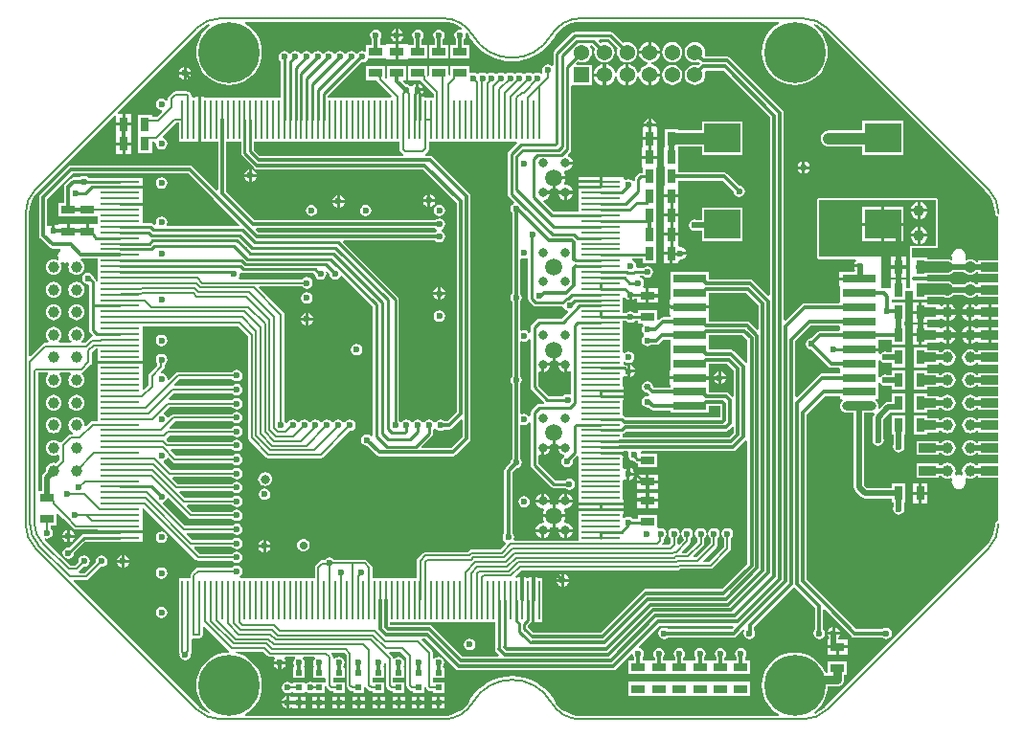
<source format=gtl>
G04*
G04 #@! TF.GenerationSoftware,Altium Limited,Altium Designer,20.1.10 (176)*
G04*
G04 Layer_Physical_Order=1*
G04 Layer_Color=5064179*
%FSAX42Y42*%
%MOMM*%
G71*
G04*
G04 #@! TF.SameCoordinates,1BA63ED6-0030-4306-BA36-9B072EE6F18F*
G04*
G04*
G04 #@! TF.FilePolarity,Positive*
G04*
G01*
G75*
%ADD12C,1.00*%
%ADD16C,0.20*%
%ADD36R,1.63X0.81*%
%ADD37R,1.50X0.50*%
%ADD38R,0.80X1.30*%
%ADD39R,3.20X2.60*%
%ADD40R,1.30X0.80*%
%ADD41R,3.00X0.80*%
%ADD42O,3.00X0.80*%
%ADD43R,0.60X0.50*%
%ADD44R,3.50X0.25*%
%ADD45R,0.25X3.50*%
%ADD46O,0.25X3.50*%
%ADD47C,0.50*%
%ADD48C,0.25*%
%ADD49C,0.30*%
%ADD50C,0.27*%
%ADD51C,0.75*%
%ADD52C,0.51*%
%ADD53C,1.00*%
%ADD54C,1.50*%
%ADD55C,0.80*%
%ADD56C,1.37*%
%ADD57R,1.37X1.37*%
%ADD58C,0.60*%
%ADD59C,0.70*%
%ADD60C,5.40*%
G36*
X004989Y006179D02*
X006738D01*
X006743Y006164D01*
X006711Y006145D01*
X006677Y006116D01*
X006647Y006081D01*
X006623Y006042D01*
X006606Y006000D01*
X006595Y005955D01*
X006591Y005910D01*
X006595Y005864D01*
X006606Y005820D01*
X006623Y005778D01*
X006647Y005739D01*
X006677Y005704D01*
X006711Y005675D01*
X006750Y005651D01*
X006792Y005633D01*
X006837Y005623D01*
X006882Y005619D01*
X006928Y005623D01*
X006972Y005633D01*
X007014Y005651D01*
X007053Y005675D01*
X007088Y005704D01*
X007118Y005739D01*
X007142Y005778D01*
X007159Y005820D01*
X007170Y005864D01*
X007173Y005910D01*
X007170Y005955D01*
X007159Y006000D01*
X007142Y006042D01*
X007118Y006081D01*
X007088Y006116D01*
X007053Y006145D01*
X007052Y006146D01*
X007058Y006160D01*
X007081Y006150D01*
X007117Y006128D01*
X007138Y006110D01*
X007149Y006101D01*
X007160Y006090D01*
X008573Y004676D01*
X008573Y004676D01*
X008583Y004665D01*
X008601Y004644D01*
X008623Y004608D01*
X008639Y004569D01*
X008649Y004528D01*
X008652Y004500D01*
X008652Y004486D01*
X008655Y004474D01*
X008656Y004472D01*
X008661Y004464D01*
X008671Y004457D01*
X008682Y004455D01*
Y004071D01*
X008506D01*
Y004055D01*
X008486D01*
X008482Y004060D01*
X008482Y004060D01*
X008468Y004071D01*
X008451Y004078D01*
X008432Y004081D01*
X008414Y004078D01*
X008401Y004073D01*
X008391Y004080D01*
X008389Y004083D01*
X008393Y004094D01*
X008396Y004110D01*
X008393Y004126D01*
X008387Y004141D01*
X008377Y004154D01*
X008364Y004164D01*
X008349Y004171D01*
X008332Y004173D01*
X008316Y004171D01*
X008301Y004164D01*
X008288Y004154D01*
X008278Y004141D01*
X008272Y004126D01*
X008269Y004110D01*
X008272Y004094D01*
X008276Y004083D01*
X008274Y004080D01*
X008264Y004073D01*
X008251Y004078D01*
X008232Y004081D01*
X008050D01*
Y004095D01*
X007935D01*
X007930Y004095D01*
X007920Y004106D01*
Y004180D01*
X008130D01*
X008138Y004181D01*
X008144Y004186D01*
X008149Y004192D01*
X008150Y004200D01*
Y004600D01*
X008149Y004608D01*
X008144Y004614D01*
X008138Y004619D01*
X008130Y004620D01*
X007100D01*
X007092Y004619D01*
X007086Y004614D01*
X007081Y004608D01*
X007080Y004600D01*
Y004100D01*
X007081Y004092D01*
X007086Y004086D01*
X007092Y004081D01*
X007100Y004080D01*
X007422D01*
X007427Y004065D01*
X007420Y004060D01*
X007412Y004048D01*
X007406Y004034D01*
X007406Y004033D01*
X007460D01*
Y004007D01*
X007406D01*
X007406Y004006D01*
X007412Y003992D01*
X007417Y003985D01*
X007410Y003970D01*
X007275D01*
Y003918D01*
X007450D01*
Y003892D01*
X007275D01*
Y003840D01*
X007280D01*
Y003730D01*
X007280Y003720D01*
X007280Y003706D01*
X007278Y003691D01*
X006966D01*
X006952Y003688D01*
X006941Y003680D01*
X006800Y003539D01*
X006786Y003545D01*
Y005371D01*
X006783Y005384D01*
X006775Y005396D01*
X006311Y005860D01*
X006299Y005868D01*
X006286Y005871D01*
X006095D01*
X006085Y005884D01*
X006086Y005887D01*
X006089Y005910D01*
X006086Y005933D01*
X006077Y005955D01*
X006063Y005973D01*
X006045Y005987D01*
X006023Y005996D01*
X006000Y005999D01*
X005977Y005996D01*
X005955Y005987D01*
X005937Y005973D01*
X005923Y005955D01*
X005914Y005933D01*
X005911Y005910D01*
X005914Y005887D01*
X005923Y005865D01*
X005937Y005847D01*
X005955Y005833D01*
X005977Y005824D01*
X006000Y005821D01*
X006023Y005824D01*
X006032Y005827D01*
X006050Y005810D01*
X006032Y005793D01*
X006023Y005796D01*
X006000Y005799D01*
X005977Y005796D01*
X005955Y005787D01*
X005937Y005773D01*
X005923Y005755D01*
X005914Y005733D01*
X005911Y005710D01*
X005914Y005687D01*
X005923Y005665D01*
X005937Y005647D01*
X005955Y005633D01*
X005977Y005624D01*
X006000Y005621D01*
X006023Y005624D01*
X006045Y005633D01*
X006063Y005647D01*
X006077Y005665D01*
X006086Y005687D01*
X006089Y005710D01*
X006086Y005733D01*
X006085Y005736D01*
X006095Y005749D01*
X006250D01*
X006664Y005335D01*
Y003764D01*
X006650Y003758D01*
X006516Y003893D01*
X006504Y003900D01*
X006491Y003903D01*
X006120D01*
Y003965D01*
X005780D01*
Y003845D01*
X005780D01*
Y003840D01*
X005780D01*
Y003720D01*
X005775D01*
Y003668D01*
X005950D01*
X006125D01*
Y003720D01*
X006120D01*
Y003782D01*
X006455D01*
X006564Y003673D01*
Y003456D01*
X006550Y003451D01*
X006483Y003518D01*
X006472Y003525D01*
X006458Y003528D01*
X006120D01*
Y003590D01*
X006125D01*
Y003642D01*
X005950D01*
X005775D01*
Y003590D01*
X005780D01*
Y003566D01*
X005718D01*
X005705Y003563D01*
X005693Y003555D01*
X005679Y003541D01*
X005665Y003547D01*
Y003630D01*
X005495D01*
Y003600D01*
X005468D01*
X005466Y003603D01*
X005450Y003614D01*
X005430Y003618D01*
X005410Y003614D01*
X005394Y003603D01*
X005392Y003600D01*
X005365D01*
Y003740D01*
X005380Y003743D01*
X005382Y003739D01*
X005390Y003727D01*
X005402Y003718D01*
X005416Y003713D01*
X005417Y003712D01*
Y003767D01*
X005443D01*
Y003712D01*
X005444Y003713D01*
X005458Y003718D01*
X005470Y003727D01*
X005475Y003734D01*
X005490Y003729D01*
Y003695D01*
X005567D01*
Y003760D01*
Y003825D01*
X005548D01*
X005540Y003840D01*
X005547Y003850D01*
X005551Y003870D01*
X005547Y003890D01*
X005536Y003906D01*
X005520Y003917D01*
X005512Y003919D01*
X005513Y003934D01*
X005542D01*
X005544Y003931D01*
X005560Y003920D01*
X005580Y003916D01*
X005600Y003920D01*
X005616Y003931D01*
X005627Y003947D01*
X005631Y003967D01*
X005627Y003986D01*
X005616Y004003D01*
X005600Y004014D01*
X005580Y004018D01*
X005560Y004014D01*
X005544Y004003D01*
X005542Y004000D01*
X005492D01*
X005480Y004015D01*
X005481Y004020D01*
X005477Y004040D01*
X005466Y004056D01*
X005450Y004067D01*
X005442Y004069D01*
X005443Y004084D01*
X005540D01*
Y004046D01*
X005660D01*
Y004215D01*
Y004385D01*
Y004555D01*
Y004725D01*
Y004890D01*
X005665D01*
Y004967D01*
X005534D01*
Y004890D01*
X005540D01*
Y004843D01*
X005520D01*
X005507Y004841D01*
X005497Y004833D01*
X005477Y004813D01*
X005469Y004803D01*
X005467Y004790D01*
Y004774D01*
X005452Y004769D01*
X005450Y004772D01*
X005433Y004783D01*
X005414Y004787D01*
X005394Y004783D01*
X005385Y004777D01*
X005370Y004785D01*
Y004805D01*
X005183D01*
Y004767D01*
X005170D01*
Y004754D01*
X004970D01*
Y004729D01*
X005170D01*
Y004704D01*
X004970D01*
Y004679D01*
X004975D01*
Y004584D01*
Y004500D01*
X004747D01*
X004658Y004589D01*
X004663Y004605D01*
X004672Y004606D01*
X004688Y004613D01*
X004702Y004623D01*
X004712Y004637D01*
X004719Y004653D01*
X004719Y004657D01*
X004655D01*
Y004683D01*
X004719D01*
X004719Y004687D01*
X004717Y004691D01*
X004729Y004702D01*
X004729Y004702D01*
X004742Y004700D01*
Y004800D01*
X004755D01*
Y004813D01*
X004855D01*
X004853Y004826D01*
X004843Y004851D01*
X004851Y004865D01*
X004855Y004864D01*
X004872Y004866D01*
X004888Y004873D01*
X004902Y004883D01*
X004912Y004897D01*
X004919Y004913D01*
X004919Y004917D01*
X004855D01*
Y004943D01*
X004919D01*
X004919Y004947D01*
X004912Y004963D01*
X004902Y004977D01*
X004888Y004987D01*
X004879Y004991D01*
X004874Y005008D01*
X004893Y005027D01*
X004901Y005037D01*
X004903Y005050D01*
Y005610D01*
X004911Y005621D01*
X005089D01*
Y005799D01*
X004955D01*
X004949Y005812D01*
X004965Y005828D01*
X004977Y005824D01*
X005000Y005821D01*
X005023Y005824D01*
X005045Y005833D01*
X005063Y005847D01*
X005077Y005865D01*
X005086Y005887D01*
X005089Y005910D01*
X005086Y005933D01*
X005077Y005955D01*
X005084Y005970D01*
X005092Y005971D01*
X005118Y005945D01*
X005114Y005933D01*
X005111Y005910D01*
X005114Y005887D01*
X005123Y005865D01*
X005137Y005847D01*
X005155Y005833D01*
X005177Y005824D01*
X005200Y005821D01*
X005223Y005824D01*
X005245Y005833D01*
X005263Y005847D01*
X005277Y005865D01*
X005286Y005887D01*
X005289Y005910D01*
X005286Y005933D01*
X005277Y005955D01*
X005263Y005973D01*
X005245Y005987D01*
X005223Y005996D01*
X005200Y005999D01*
X005177Y005996D01*
X005165Y005992D01*
X005148Y006009D01*
X005154Y006023D01*
X005240D01*
X005318Y005945D01*
X005314Y005933D01*
X005311Y005910D01*
X005314Y005887D01*
X005323Y005865D01*
X005337Y005847D01*
X005355Y005833D01*
X005377Y005824D01*
X005400Y005821D01*
X005423Y005824D01*
X005445Y005833D01*
X005463Y005847D01*
X005477Y005865D01*
X005486Y005887D01*
X005489Y005910D01*
X005486Y005933D01*
X005477Y005955D01*
X005463Y005973D01*
X005445Y005987D01*
X005423Y005996D01*
X005400Y005999D01*
X005377Y005996D01*
X005365Y005992D01*
X005277Y006080D01*
X005267Y006087D01*
X005254Y006089D01*
X004939D01*
X004927Y006087D01*
X004916Y006080D01*
X004757Y005920D01*
X004749Y005909D01*
X004747Y005897D01*
Y005795D01*
X004732Y005789D01*
X004720Y005797D01*
X004700Y005801D01*
X004680Y005797D01*
X004664Y005786D01*
X004653Y005770D01*
X004649Y005750D01*
X004653Y005730D01*
X004654Y005729D01*
X004643Y005718D01*
X004629Y005727D01*
X004610Y005731D01*
X004590Y005727D01*
X004574Y005716D01*
X004565D01*
X004548Y005727D01*
X004529Y005731D01*
X004509Y005727D01*
X004493Y005716D01*
X004483D01*
X004467Y005727D01*
X004447Y005731D01*
X004428Y005727D01*
X004411Y005716D01*
X004402D01*
X004385Y005727D01*
X004366Y005731D01*
X004346Y005727D01*
X004330Y005716D01*
X004320D01*
X004304Y005727D01*
X004284Y005731D01*
X004265Y005727D01*
X004248Y005716D01*
X004239D01*
X004222Y005727D01*
X004203Y005731D01*
X004183Y005727D01*
X004167Y005716D01*
X004157D01*
X004141Y005727D01*
X004121Y005731D01*
X004102Y005727D01*
X004085Y005716D01*
X004076D01*
X004060Y005727D01*
X004040Y005731D01*
X004022Y005727D01*
X004014Y005730D01*
X004008Y005734D01*
Y005785D01*
X003838D01*
Y005702D01*
X003837Y005701D01*
X003822Y005708D01*
Y005785D01*
X003652D01*
Y005705D01*
X003637Y005697D01*
X003636Y005697D01*
Y005785D01*
X003466D01*
Y005665D01*
X003576D01*
X003577Y005660D01*
X003583Y005650D01*
X003689Y005544D01*
Y005512D01*
X003608D01*
Y005517D01*
X003582D01*
X003577Y005532D01*
X003585Y005538D01*
X003593Y005549D01*
X003599Y005563D01*
X003599Y005565D01*
X003545D01*
Y005577D01*
X003532D01*
Y005631D01*
X003531Y005631D01*
X003517Y005626D01*
X003505Y005617D01*
X003501Y005610D01*
X003485Y005609D01*
X003483Y005611D01*
X003481Y005613D01*
X003464Y005624D01*
X003445Y005628D01*
X003444Y005628D01*
X003421Y005652D01*
X003426Y005665D01*
X003451D01*
Y005785D01*
X003281D01*
Y005689D01*
X003266Y005680D01*
X003265Y005681D01*
Y005785D01*
X003095D01*
Y005665D01*
X003187D01*
X003188Y005660D01*
X003194Y005650D01*
X003319Y005526D01*
X003313Y005512D01*
X002754D01*
X002754Y005527D01*
X003048Y005821D01*
X003060Y005819D01*
X003080Y005823D01*
X003096Y005834D01*
X003107Y005850D01*
X003108Y005855D01*
X003262Y005855D01*
X003275Y005850D01*
X003278Y005850D01*
X003353D01*
Y005915D01*
Y005981D01*
X003278D01*
X003275Y005981D01*
X003263Y005975D01*
X003260Y005975D01*
X003216D01*
Y006024D01*
X003216Y006024D01*
X003227Y006040D01*
X003231Y006060D01*
X003227Y006080D01*
X003216Y006096D01*
X003200Y006107D01*
X003180Y006111D01*
X003160Y006107D01*
X003144Y006096D01*
X003133Y006080D01*
X003129Y006060D01*
X003133Y006040D01*
X003144Y006024D01*
X003144Y006024D01*
Y005975D01*
X003095D01*
Y005923D01*
X003082Y005916D01*
X003080Y005917D01*
X003060Y005921D01*
X003040Y005917D01*
X003024Y005906D01*
X003020Y005900D01*
X003002D01*
X002997Y005906D01*
X002981Y005917D01*
X002961Y005921D01*
X002942Y005917D01*
X002925Y005906D01*
X002921Y005900D01*
X002903D01*
X002899Y005906D01*
X002882Y005917D01*
X002863Y005921D01*
X002843Y005917D01*
X002827Y005906D01*
X002823Y005900D01*
X002805D01*
X002800Y005906D01*
X002784Y005917D01*
X002764Y005921D01*
X002745Y005917D01*
X002728Y005906D01*
X002724Y005900D01*
X002706D01*
X002702Y005906D01*
X002685Y005917D01*
X002666Y005921D01*
X002646Y005917D01*
X002630Y005906D01*
X002625Y005900D01*
X002607D01*
X002603Y005906D01*
X002587Y005917D01*
X002567Y005921D01*
X002548Y005917D01*
X002531Y005906D01*
X002527Y005900D01*
X002509D01*
X002505Y005906D01*
X002488Y005917D01*
X002469Y005921D01*
X002449Y005917D01*
X002433Y005906D01*
X002428Y005900D01*
X002410D01*
X002406Y005906D01*
X002390Y005917D01*
X002370Y005921D01*
X002350Y005917D01*
X002334Y005906D01*
X002323Y005890D01*
X002319Y005870D01*
X002323Y005850D01*
X002334Y005834D01*
X002337Y005832D01*
Y005512D01*
X001658D01*
Y005517D01*
X001633D01*
Y005317D01*
Y005116D01*
X001658D01*
Y005122D01*
X001784D01*
Y004696D01*
X001770Y004690D01*
X001563Y004898D01*
X001551Y004905D01*
X001538Y004908D01*
X000482D01*
X000469Y004905D01*
X000457Y004898D01*
X000215Y004655D01*
X000207Y004644D01*
X000204Y004630D01*
Y004290D01*
X000207Y004276D01*
X000215Y004265D01*
X000295Y004185D01*
X000306Y004177D01*
X000320Y004174D01*
X000389D01*
X000394Y004159D01*
X000388Y004154D01*
X000378Y004141D01*
X000371Y004126D01*
X000369Y004110D01*
X000371Y004094D01*
X000376Y004083D01*
X000374Y004080D01*
X000364Y004073D01*
X000350Y004078D01*
X000332Y004081D01*
X000314Y004078D01*
X000297Y004071D01*
X000282Y004060D01*
X000271Y004045D01*
X000264Y004028D01*
X000262Y004010D01*
X000264Y003992D01*
X000271Y003975D01*
X000282Y003960D01*
X000297Y003949D01*
X000314Y003942D01*
X000332Y003939D01*
X000350Y003942D01*
X000368Y003949D01*
X000382Y003960D01*
X000393Y003975D01*
X000400Y003992D01*
X000403Y004010D01*
X000400Y004028D01*
X000395Y004042D01*
X000402Y004051D01*
X000406Y004053D01*
X000416Y004049D01*
X000432Y004047D01*
X000449Y004049D01*
X000459Y004053D01*
X000462Y004051D01*
X000470Y004042D01*
X000464Y004028D01*
X000462Y004010D01*
X000464Y003992D01*
X000471Y003975D01*
X000482Y003960D01*
X000497Y003949D01*
X000514Y003942D01*
X000532Y003939D01*
X000550Y003942D01*
X000568Y003949D01*
X000582Y003960D01*
X000593Y003975D01*
X000600Y003992D01*
X000603Y004010D01*
X000600Y004028D01*
X000593Y004045D01*
X000582Y004060D01*
X000571Y004069D01*
X000574Y004082D01*
X000575Y004084D01*
X000725D01*
Y003984D01*
Y003884D01*
X000710Y003883D01*
X000708Y003893D01*
X000701Y003903D01*
X000684Y003920D01*
X000682Y003930D01*
X000671Y003946D01*
X000655Y003957D01*
X000635Y003961D01*
X000615Y003957D01*
X000599Y003946D01*
X000588Y003930D01*
X000584Y003910D01*
X000588Y003890D01*
X000599Y003874D01*
X000615Y003863D01*
X000635Y003859D01*
X000644Y003851D01*
Y003667D01*
Y003455D01*
X000647Y003442D01*
X000654Y003431D01*
X000681Y003405D01*
X000674Y003390D01*
X000673D01*
X000661Y003388D01*
X000651Y003381D01*
X000651Y003381D01*
X000609Y003339D01*
X000579D01*
X000574Y003354D01*
X000582Y003360D01*
X000593Y003375D01*
X000600Y003392D01*
X000603Y003410D01*
X000600Y003428D01*
X000593Y003445D01*
X000582Y003460D01*
X000568Y003471D01*
X000550Y003478D01*
X000532Y003481D01*
X000514Y003478D01*
X000497Y003471D01*
X000482Y003460D01*
X000471Y003445D01*
X000464Y003428D01*
X000462Y003410D01*
X000464Y003392D01*
X000471Y003375D01*
X000482Y003360D01*
X000490Y003354D01*
X000485Y003339D01*
X000379D01*
X000374Y003354D01*
X000382Y003360D01*
X000393Y003375D01*
X000400Y003392D01*
X000403Y003410D01*
X000400Y003428D01*
X000393Y003445D01*
X000382Y003460D01*
X000368Y003471D01*
X000350Y003478D01*
X000332Y003481D01*
X000314Y003478D01*
X000297Y003471D01*
X000282Y003460D01*
X000271Y003445D01*
X000264Y003428D01*
X000262Y003410D01*
X000264Y003392D01*
X000271Y003375D01*
X000282Y003360D01*
X000290Y003354D01*
X000285Y003339D01*
X000258D01*
X000247Y003337D01*
X000237Y003330D01*
X000237Y003330D01*
X000127Y003221D01*
X000113Y003226D01*
Y004486D01*
X000113Y004487D01*
X000116Y004528D01*
X000126Y004569D01*
X000142Y004608D01*
X000165Y004644D01*
X000182Y004665D01*
X000192Y004676D01*
X000203Y004687D01*
X000870Y005353D01*
X000885Y005347D01*
Y005288D01*
X000937D01*
Y005365D01*
X000903D01*
X000897Y005380D01*
X001617Y006101D01*
X001617Y006101D01*
X001628Y006110D01*
X001649Y006128D01*
X001685Y006150D01*
X001704Y006159D01*
X001711Y006145D01*
X001677Y006116D01*
X001647Y006081D01*
X001623Y006042D01*
X001606Y006000D01*
X001595Y005955D01*
X001591Y005910D01*
X001595Y005864D01*
X001606Y005820D01*
X001623Y005778D01*
X001647Y005739D01*
X001677Y005704D01*
X001711Y005675D01*
X001750Y005651D01*
X001792Y005633D01*
X001837Y005623D01*
X001882Y005619D01*
X001928Y005623D01*
X001972Y005633D01*
X002014Y005651D01*
X002053Y005675D01*
X002088Y005704D01*
X002118Y005739D01*
X002142Y005778D01*
X002159Y005820D01*
X002170Y005864D01*
X002173Y005910D01*
X002170Y005955D01*
X002159Y006000D01*
X002142Y006042D01*
X002118Y006081D01*
X002088Y006116D01*
X002053Y006145D01*
X002022Y006164D01*
X002026Y006179D01*
X003762D01*
X003762Y006179D01*
X003777Y006179D01*
X003791Y006179D01*
X003819Y006177D01*
X003860Y006167D01*
X003899Y006150D01*
X003935Y006128D01*
X003942Y006122D01*
X003935Y006108D01*
X003922Y006111D01*
X003903Y006107D01*
X003886Y006096D01*
X003875Y006080D01*
X003872Y006060D01*
X003875Y006040D01*
X003886Y006024D01*
X003887Y006024D01*
Y005975D01*
X003838D01*
Y005855D01*
X004008D01*
Y005975D01*
X003958D01*
Y006024D01*
X003959Y006024D01*
X003970Y006040D01*
X003973Y006060D01*
X003971Y006074D01*
X003985Y006081D01*
X003995Y006069D01*
X004002Y006057D01*
X004010Y006045D01*
X004010Y006045D01*
X004018Y006032D01*
X004041Y005998D01*
X004078Y005955D01*
X004121Y005918D01*
X004167Y005887D01*
X004218Y005862D01*
X004271Y005844D01*
X004327Y005833D01*
X004383Y005829D01*
X004439Y005833D01*
X004494Y005844D01*
X004548Y005862D01*
X004598Y005887D01*
X004645Y005918D01*
X004688Y005955D01*
X004725Y005998D01*
X004748Y006032D01*
X004756Y006045D01*
X004764Y006057D01*
X004771Y006069D01*
X004798Y006101D01*
X004830Y006128D01*
X004867Y006150D01*
X004906Y006167D01*
X004947Y006177D01*
X004988Y006180D01*
X004989Y006179D01*
D02*
G37*
G36*
X003389Y005055D02*
X003389Y005055D01*
X003392Y005043D01*
X003398Y005033D01*
X003418Y005013D01*
X003418Y005013D01*
X003422Y005011D01*
X003422Y005005D01*
X003418Y004996D01*
X002154D01*
X002103Y005047D01*
Y005122D01*
X003389D01*
Y005055D01*
D02*
G37*
G36*
X001743Y004616D02*
X001745Y004614D01*
X001974Y004384D01*
X001969Y004371D01*
X001338D01*
X001331Y004384D01*
X001332Y004386D01*
X001336Y004406D01*
X001332Y004425D01*
X001321Y004442D01*
X001305Y004453D01*
X001285Y004457D01*
X001265Y004453D01*
X001249Y004442D01*
X001238Y004425D01*
X001234Y004406D01*
X001236Y004397D01*
X001225Y004380D01*
X001225Y004380D01*
X001220Y004379D01*
X001209Y004390D01*
X001198Y004397D01*
X001186Y004400D01*
X001115D01*
Y004529D01*
X001120D01*
Y004554D01*
X000920D01*
Y004579D01*
X001120D01*
Y004605D01*
X001115D01*
Y004679D01*
X001120D01*
Y004704D01*
X000920D01*
Y004729D01*
X001120D01*
Y004755D01*
X001115D01*
Y004799D01*
X000923D01*
X000920Y004800D01*
X000638D01*
X000636Y004803D01*
X000620Y004814D01*
X000600Y004818D01*
X000580Y004814D01*
X000564Y004803D01*
X000564Y004802D01*
X000507D01*
X000493Y004800D01*
X000482Y004792D01*
X000435Y004745D01*
X000427Y004734D01*
X000424Y004720D01*
Y004575D01*
X000375D01*
Y004455D01*
X000545D01*
Y004455D01*
X000547D01*
Y004455D01*
X000717D01*
X000725Y004443D01*
Y004404D01*
X000723Y004390D01*
X000645D01*
Y004325D01*
X000620D01*
Y004390D01*
X000473D01*
Y004325D01*
X000447D01*
Y004390D01*
X000370D01*
Y004388D01*
X000365Y004384D01*
X000355Y004380D01*
X000344Y004384D01*
X000343Y004384D01*
Y004330D01*
X000317D01*
Y004384D01*
X000316Y004384D01*
X000302Y004378D01*
X000291Y004370D01*
X000290Y004370D01*
X000276Y004375D01*
Y004615D01*
X000497Y004837D01*
X001523D01*
X001743Y004616D01*
D02*
G37*
G36*
X003704Y004354D02*
X003720Y004343D01*
X003722Y004343D01*
Y004327D01*
X003720Y004327D01*
X003704Y004316D01*
X003704Y004316D01*
X002145D01*
X002120Y004340D01*
X002126Y004354D01*
X003704D01*
X003704Y004354D01*
D02*
G37*
G36*
X001987Y005019D02*
X001989Y005007D01*
X001997Y004996D01*
X002097Y004896D01*
X002104Y004885D01*
X002116Y004877D01*
X002129Y004874D01*
X003598D01*
X003897Y004575D01*
Y002727D01*
X003815Y002646D01*
X003787D01*
X003787Y002646D01*
X003770Y002657D01*
X003751Y002661D01*
X003731Y002657D01*
X003715Y002646D01*
X003709Y002638D01*
X003691D01*
X003686Y002646D01*
X003670Y002657D01*
X003650Y002661D01*
X003630Y002657D01*
X003614Y002646D01*
X003609Y002639D01*
X003591D01*
X003586Y002646D01*
X003570Y002657D01*
X003550Y002661D01*
X003530Y002657D01*
X003514Y002646D01*
X003509Y002639D01*
X003491D01*
X003486Y002646D01*
X003470Y002657D01*
X003450Y002661D01*
X003430Y002657D01*
X003414Y002646D01*
X003409Y002639D01*
X003394D01*
X003383Y002650D01*
Y003724D01*
X003381Y003737D01*
X003373Y003747D01*
X002890Y004230D01*
X002896Y004244D01*
X003704D01*
X003704Y004244D01*
X003720Y004233D01*
X003740Y004229D01*
X003760Y004233D01*
X003776Y004244D01*
X003787Y004260D01*
X003791Y004280D01*
X003787Y004300D01*
X003776Y004316D01*
X003760Y004327D01*
X003758Y004327D01*
Y004343D01*
X003760Y004343D01*
X003776Y004354D01*
X003787Y004370D01*
X003791Y004390D01*
X003787Y004410D01*
X003776Y004426D01*
X003760Y004437D01*
X003740Y004441D01*
X003720Y004437D01*
X003704Y004426D01*
X003704Y004426D01*
X002105D01*
X001856Y004675D01*
Y005122D01*
X001987D01*
Y005019D01*
D02*
G37*
G36*
X004524Y004083D02*
Y003730D01*
X004527Y003717D01*
X004534Y003707D01*
X004571Y003670D01*
X004581Y003663D01*
X004594Y003660D01*
X004829D01*
X004846Y003650D01*
X004846Y003650D01*
X004857Y003633D01*
X004870Y003625D01*
X004874Y003608D01*
X004819Y003553D01*
X004620D01*
X004607Y003551D01*
X004597Y003543D01*
X004557Y003503D01*
X004549Y003493D01*
X004547Y003480D01*
Y003432D01*
X004532Y003427D01*
X004526Y003436D01*
X004510Y003447D01*
X004490Y003451D01*
X004470Y003447D01*
X004469Y003446D01*
X004456Y003453D01*
Y003705D01*
X004456Y003705D01*
X004467Y003722D01*
X004471Y003741D01*
X004467Y003761D01*
X004456Y003777D01*
X004456Y003777D01*
Y004081D01*
X004468Y004088D01*
X004471Y004088D01*
X004489Y004084D01*
X004509Y004088D01*
X004511Y004090D01*
X004524Y004083D01*
D02*
G37*
G36*
X008506Y003949D02*
X008682D01*
Y003871D01*
X008506D01*
Y003855D01*
X008486D01*
X008482Y003860D01*
X008482Y003860D01*
X008468Y003871D01*
X008451Y003878D01*
X008432Y003881D01*
X008414Y003878D01*
X008397Y003871D01*
X008383Y003860D01*
X008382Y003860D01*
X008379Y003856D01*
X008286D01*
X008282Y003860D01*
X008277Y003865D01*
X008263Y003876D01*
X008246Y003883D01*
X008227Y003886D01*
X008050D01*
Y003895D01*
X007935D01*
X007930Y003895D01*
X007920Y003906D01*
Y003914D01*
X007930Y003925D01*
X007935Y003925D01*
X008050D01*
Y003939D01*
X008232D01*
X008232Y003939D01*
X008251Y003942D01*
X008268Y003949D01*
X008282Y003960D01*
X008286Y003964D01*
X008379D01*
X008382Y003960D01*
X008397Y003949D01*
X008414Y003942D01*
X008414Y003942D01*
X008414Y003942D01*
X008432Y003939D01*
X008451Y003942D01*
X008468Y003949D01*
X008482Y003960D01*
X008486Y003965D01*
X008506D01*
Y003949D01*
D02*
G37*
G36*
X008130Y004200D02*
X007900D01*
Y003820D01*
X007865D01*
Y003900D01*
X007813D01*
Y003810D01*
X007787D01*
Y003900D01*
X007735D01*
Y003820D01*
X007650D01*
Y004100D01*
X007100D01*
Y004600D01*
X008130D01*
Y004200D01*
D02*
G37*
G36*
X005495Y003510D02*
X005538D01*
X005542Y003500D01*
X005543Y003495D01*
X005533Y003480D01*
X005529Y003460D01*
X005533Y003440D01*
X005544Y003424D01*
X005551Y003419D01*
Y003401D01*
X005544Y003396D01*
X005533Y003380D01*
X005529Y003360D01*
X005533Y003340D01*
X005544Y003324D01*
X005560Y003313D01*
X005580Y003309D01*
X005600Y003313D01*
X005616Y003324D01*
X005616Y003324D01*
X005660D01*
X005674Y003327D01*
X005685Y003335D01*
X005720Y003369D01*
X005780D01*
Y003345D01*
X005780D01*
Y003340D01*
X005780D01*
Y003220D01*
X005780D01*
Y003215D01*
X005780D01*
Y003095D01*
X005775D01*
Y003043D01*
X005950D01*
X006125D01*
Y003095D01*
X006120D01*
Y003157D01*
X006283D01*
X006344Y003095D01*
Y002867D01*
X006329Y002861D01*
X006298Y002893D01*
X006286Y002900D01*
X006272Y002903D01*
X006120D01*
Y002965D01*
X006125D01*
Y003017D01*
X005950D01*
X005775D01*
Y002965D01*
X005780D01*
Y002941D01*
X005642D01*
X005631Y002950D01*
X005627Y002970D01*
X005616Y002986D01*
X005600Y002997D01*
X005580Y003001D01*
X005560Y002997D01*
X005544Y002986D01*
X005533Y002970D01*
X005529Y002950D01*
X005533Y002930D01*
X005544Y002914D01*
X005560Y002903D01*
X005580Y002899D01*
X005580Y002899D01*
X005597Y002883D01*
X005589Y002869D01*
X005580Y002871D01*
X005560Y002867D01*
X005544Y002856D01*
X005533Y002840D01*
X005529Y002820D01*
X005533Y002800D01*
X005544Y002784D01*
X005560Y002773D01*
X005580Y002769D01*
X005587Y002770D01*
X005603Y002755D01*
X005614Y002747D01*
X005628Y002744D01*
X005780D01*
Y002720D01*
X006120D01*
Y002782D01*
X006224D01*
Y002677D01*
X005390D01*
X005377Y002690D01*
X005366Y002697D01*
X005365Y002698D01*
Y002829D01*
X005370D01*
Y002854D01*
X005170D01*
Y002879D01*
X005370D01*
Y002904D01*
X005170D01*
Y002929D01*
X005370D01*
Y002955D01*
X005365D01*
Y003040D01*
X005380Y003047D01*
X005386Y003043D01*
X005399Y003037D01*
X005401Y003037D01*
Y003091D01*
Y003145D01*
X005399Y003145D01*
X005386Y003140D01*
X005385Y003139D01*
X005370Y003147D01*
Y003155D01*
X005370D01*
X005366Y003159D01*
X005367Y003170D01*
X005371Y003172D01*
X005380Y003175D01*
X005394Y003166D01*
X005414Y003162D01*
X005433Y003166D01*
X005450Y003177D01*
X005461Y003193D01*
X005465Y003213D01*
X005461Y003232D01*
X005450Y003249D01*
X005433Y003260D01*
X005414Y003264D01*
X005394Y003260D01*
X005380Y003250D01*
X005371Y003253D01*
X005365Y003257D01*
Y003334D01*
Y003434D01*
Y003534D01*
X005392D01*
X005394Y003531D01*
X005410Y003520D01*
X005430Y003516D01*
X005450Y003520D01*
X005466Y003531D01*
X005468Y003534D01*
X005495D01*
Y003510D01*
D02*
G37*
G36*
X007280Y003484D02*
X007280Y003470D01*
X007280Y003456D01*
X007278Y003441D01*
X007105D01*
X007091Y003438D01*
X007080Y003430D01*
X007030Y003381D01*
X007030Y003381D01*
X007010Y003377D01*
X006994Y003366D01*
X006983Y003350D01*
X006979Y003330D01*
X006983Y003310D01*
X006994Y003294D01*
X007010Y003283D01*
X007030Y003279D01*
X007030Y003279D01*
X007180Y003130D01*
X007191Y003122D01*
X007205Y003119D01*
X007269D01*
X007280Y003109D01*
X007280Y003095D01*
X007280Y003081D01*
X007278Y003066D01*
X007120D01*
X007106Y003063D01*
X007095Y003055D01*
X006900Y002860D01*
X006886Y002866D01*
Y003355D01*
X007025Y003494D01*
X007269D01*
X007280Y003484D01*
D02*
G37*
G36*
X004547Y003368D02*
Y002950D01*
X004549Y002937D01*
X004557Y002927D01*
X004670Y002813D01*
X004670Y002812D01*
X004665Y002798D01*
X004625D01*
X004612Y002796D01*
X004602Y002788D01*
X004557Y002743D01*
X004549Y002733D01*
X004547Y002720D01*
Y002694D01*
X004532Y002690D01*
X004526Y002699D01*
X004510Y002710D01*
X004490Y002714D01*
X004470Y002710D01*
X004469Y002709D01*
X004456Y002716D01*
Y002974D01*
X004456Y002974D01*
X004467Y002990D01*
X004471Y003010D01*
X004467Y003030D01*
X004456Y003046D01*
X004456Y003046D01*
Y003347D01*
X004469Y003354D01*
X004470Y003353D01*
X004490Y003349D01*
X004510Y003353D01*
X004526Y003364D01*
X004532Y003373D01*
X004547Y003368D01*
D02*
G37*
G36*
X007930Y003802D02*
Y003725D01*
X008050D01*
Y003744D01*
X008208D01*
X008214Y003742D01*
X008232Y003739D01*
X008251Y003742D01*
X008268Y003749D01*
X008282Y003760D01*
X008286Y003764D01*
X008379D01*
X008382Y003760D01*
X008397Y003749D01*
X008414Y003742D01*
X008414Y003742D01*
X008414Y003742D01*
X008432Y003739D01*
X008451Y003742D01*
X008468Y003749D01*
X008482Y003760D01*
X008486Y003765D01*
X008506D01*
Y003749D01*
X008682D01*
Y003676D01*
X008620D01*
Y003610D01*
Y003544D01*
X008682D01*
Y003476D01*
X008620D01*
Y003410D01*
Y003344D01*
X008682D01*
Y003271D01*
X008506D01*
Y003255D01*
X008486D01*
X008482Y003260D01*
X008468Y003271D01*
X008451Y003278D01*
X008432Y003281D01*
X008414Y003278D01*
X008397Y003271D01*
X008383Y003260D01*
X008371Y003245D01*
X008364Y003228D01*
X008362Y003210D01*
X008364Y003192D01*
X008371Y003175D01*
X008383Y003160D01*
X008397Y003149D01*
X008414Y003142D01*
X008432Y003139D01*
X008451Y003142D01*
X008468Y003149D01*
X008482Y003160D01*
X008486Y003165D01*
X008506D01*
Y003149D01*
X008682D01*
X008682Y003071D01*
X008506D01*
Y003055D01*
X008486D01*
X008482Y003060D01*
X008468Y003071D01*
X008451Y003078D01*
X008432Y003081D01*
X008414Y003078D01*
X008397Y003071D01*
X008383Y003060D01*
X008371Y003045D01*
X008364Y003028D01*
X008362Y003010D01*
X008364Y002992D01*
X008371Y002975D01*
X008383Y002960D01*
X008397Y002949D01*
X008414Y002942D01*
X008432Y002939D01*
X008451Y002942D01*
X008468Y002949D01*
X008482Y002960D01*
X008486Y002965D01*
X008506D01*
Y002949D01*
X008682D01*
Y002871D01*
X008506D01*
Y002855D01*
X008486D01*
X008482Y002860D01*
X008468Y002871D01*
X008451Y002878D01*
X008432Y002881D01*
X008414Y002878D01*
X008397Y002871D01*
X008383Y002860D01*
X008371Y002845D01*
X008364Y002828D01*
X008362Y002810D01*
X008364Y002792D01*
X008371Y002775D01*
X008383Y002760D01*
X008397Y002749D01*
X008414Y002742D01*
X008432Y002739D01*
X008451Y002742D01*
X008468Y002749D01*
X008482Y002760D01*
X008486Y002765D01*
X008506D01*
Y002749D01*
X008682D01*
Y002671D01*
X008506D01*
Y002655D01*
X008486D01*
X008482Y002660D01*
X008468Y002671D01*
X008451Y002678D01*
X008432Y002681D01*
X008414Y002678D01*
X008397Y002671D01*
X008383Y002660D01*
X008371Y002645D01*
X008364Y002628D01*
X008362Y002610D01*
X008364Y002592D01*
X008371Y002575D01*
X008383Y002560D01*
X008397Y002549D01*
X008414Y002542D01*
X008432Y002539D01*
X008451Y002542D01*
X008468Y002549D01*
X008482Y002560D01*
X008486Y002565D01*
X008506D01*
Y002549D01*
X008682D01*
Y002471D01*
X008506D01*
Y002455D01*
X008486D01*
X008482Y002460D01*
X008468Y002471D01*
X008451Y002478D01*
X008432Y002481D01*
X008414Y002478D01*
X008397Y002471D01*
X008383Y002460D01*
X008371Y002445D01*
X008364Y002428D01*
X008362Y002410D01*
X008364Y002392D01*
X008371Y002375D01*
X008383Y002360D01*
X008397Y002349D01*
X008414Y002342D01*
X008432Y002339D01*
X008451Y002342D01*
X008468Y002349D01*
X008482Y002360D01*
X008486Y002365D01*
X008506D01*
Y002349D01*
X008682D01*
Y002271D01*
X008506D01*
Y002255D01*
X008486D01*
X008482Y002260D01*
X008468Y002271D01*
X008451Y002278D01*
X008432Y002281D01*
X008414Y002278D01*
X008397Y002271D01*
X008383Y002260D01*
X008371Y002245D01*
X008364Y002228D01*
X008362Y002210D01*
X008364Y002192D01*
X008370Y002178D01*
X008362Y002169D01*
X008359Y002166D01*
X008349Y002171D01*
X008332Y002173D01*
X008316Y002171D01*
X008306Y002166D01*
X008303Y002169D01*
X008295Y002178D01*
X008301Y002192D01*
X008303Y002210D01*
X008301Y002228D01*
X008294Y002245D01*
X008282Y002260D01*
X008268Y002271D01*
X008251Y002278D01*
X008232Y002281D01*
X008214Y002278D01*
X008197Y002271D01*
X008183Y002260D01*
X008179Y002255D01*
X008159D01*
Y002271D01*
X007956D01*
Y002149D01*
X008159D01*
Y002165D01*
X008179D01*
X008183Y002160D01*
X008197Y002149D01*
X008214Y002142D01*
X008232Y002139D01*
X008251Y002142D01*
X008264Y002147D01*
X008274Y002140D01*
X008276Y002137D01*
X008272Y002126D01*
X008269Y002110D01*
X008272Y002094D01*
X008278Y002078D01*
X008288Y002065D01*
X008301Y002055D01*
X008316Y002049D01*
X008332Y002047D01*
X008349Y002049D01*
X008364Y002055D01*
X008377Y002065D01*
X008387Y002078D01*
X008393Y002094D01*
X008396Y002110D01*
X008393Y002126D01*
X008389Y002137D01*
X008391Y002140D01*
X008401Y002147D01*
X008414Y002142D01*
X008432Y002139D01*
X008451Y002142D01*
X008468Y002149D01*
X008482Y002160D01*
X008486Y002165D01*
X008506D01*
Y002149D01*
X008682D01*
Y001765D01*
X008671Y001763D01*
X008661Y001756D01*
X008656Y001748D01*
X008655Y001746D01*
X008652Y001734D01*
X008652Y001720D01*
X008649Y001692D01*
X008639Y001651D01*
X008623Y001612D01*
X008601Y001576D01*
X008583Y001555D01*
X008573Y001544D01*
X008573Y001544D01*
X007160Y000130D01*
X007149Y000120D01*
X007149Y000119D01*
X007138Y000110D01*
X007117Y000092D01*
X007081Y000070D01*
X007059Y000060D01*
X007052Y000074D01*
X007053Y000075D01*
X007088Y000104D01*
X007118Y000139D01*
X007142Y000178D01*
X007159Y000220D01*
X007170Y000264D01*
X007173Y000302D01*
X007260D01*
X007275Y000304D01*
X007289Y000310D01*
X007301Y000319D01*
X007310Y000331D01*
X007316Y000345D01*
X007318Y000360D01*
Y000400D01*
X007345D01*
Y000520D01*
X007175D01*
Y000418D01*
X007152D01*
X007142Y000442D01*
X007118Y000481D01*
X007088Y000516D01*
X007053Y000545D01*
X007014Y000569D01*
X006972Y000587D01*
X006928Y000597D01*
X006882Y000601D01*
X006837Y000597D01*
X006792Y000587D01*
X006750Y000569D01*
X006711Y000545D01*
X006677Y000516D01*
X006647Y000481D01*
X006623Y000442D01*
X006606Y000400D01*
X006595Y000356D01*
X006591Y000310D01*
X006595Y000264D01*
X006606Y000220D01*
X006623Y000178D01*
X006647Y000139D01*
X006677Y000104D01*
X006711Y000075D01*
X006742Y000056D01*
X006738Y000041D01*
X004989D01*
X004988Y000040D01*
X004947Y000043D01*
X004906Y000053D01*
X004867Y000070D01*
X004830Y000092D01*
X004798Y000119D01*
X004771Y000151D01*
X004764Y000163D01*
X004756Y000175D01*
X004748Y000188D01*
X004725Y000222D01*
X004688Y000265D01*
X004645Y000302D01*
X004598Y000333D01*
X004548Y000358D01*
X004494Y000376D01*
X004439Y000387D01*
X004383Y000391D01*
X004327Y000387D01*
X004271Y000376D01*
X004218Y000358D01*
X004167Y000333D01*
X004121Y000302D01*
X004078Y000265D01*
X004041Y000222D01*
X004018Y000188D01*
X004010Y000175D01*
X004002Y000163D01*
X003995Y000151D01*
X003967Y000119D01*
X003935Y000092D01*
X003899Y000070D01*
X003860Y000053D01*
X003819Y000043D01*
X003778Y000040D01*
X003777Y000041D01*
X002026D01*
X002022Y000056D01*
X002053Y000075D01*
X002088Y000104D01*
X002118Y000139D01*
X002142Y000178D01*
X002159Y000220D01*
X002170Y000264D01*
X002173Y000310D01*
X002170Y000356D01*
X002159Y000400D01*
X002142Y000442D01*
X002118Y000481D01*
X002088Y000516D01*
X002053Y000545D01*
X002014Y000569D01*
X001972Y000587D01*
X001940Y000594D01*
X001942Y000609D01*
X002184D01*
X002223Y000571D01*
X002223Y000571D01*
X002233Y000564D01*
X002245Y000562D01*
X002282D01*
X002286Y000556D01*
X002289Y000547D01*
X002282Y000538D01*
X002276Y000524D01*
X002276Y000523D01*
X002384D01*
X002384Y000524D01*
X002378Y000538D01*
X002371Y000547D01*
X002374Y000556D01*
X002378Y000562D01*
X002461D01*
X002465Y000547D01*
X002464Y000546D01*
X002453Y000530D01*
X002449Y000510D01*
X002453Y000490D01*
X002460Y000480D01*
X002452Y000465D01*
X002450D01*
Y000375D01*
X002550D01*
Y000465D01*
X002548D01*
X002540Y000480D01*
X002547Y000490D01*
X002551Y000510D01*
X002547Y000530D01*
X002536Y000546D01*
X002535Y000547D01*
X002539Y000562D01*
X002637D01*
X002641Y000547D01*
X002640Y000546D01*
X002629Y000530D01*
X002625Y000510D01*
X002629Y000490D01*
X002636Y000480D01*
X002628Y000465D01*
X002626D01*
Y000375D01*
X002724D01*
X002726Y000375D01*
X002739Y000371D01*
Y000339D01*
X002726Y000335D01*
X002724Y000335D01*
X002626D01*
X002626Y000335D01*
X002621Y000336D01*
X002620Y000337D01*
X002600Y000341D01*
X002580Y000337D01*
X002565Y000327D01*
X002560Y000328D01*
X002550Y000332D01*
Y000335D01*
X002450D01*
Y000332D01*
X002440Y000328D01*
X002435Y000327D01*
X002420Y000337D01*
X002400Y000341D01*
X002380Y000337D01*
X002364Y000326D01*
X002353Y000310D01*
X002349Y000290D01*
X002353Y000270D01*
X002364Y000254D01*
X002380Y000243D01*
X002400Y000239D01*
X002420Y000243D01*
X002435Y000253D01*
X002440Y000252D01*
X002450Y000248D01*
Y000245D01*
X002550D01*
Y000248D01*
X002560Y000252D01*
X002565Y000253D01*
X002580Y000243D01*
X002600Y000239D01*
X002620Y000243D01*
X002626Y000245D01*
X002626Y000245D01*
X002626Y000245D01*
X002726D01*
Y000300D01*
X002741Y000302D01*
X002742Y000298D01*
X002748Y000288D01*
X002768Y000268D01*
X002778Y000262D01*
X002790Y000259D01*
X002802D01*
Y000245D01*
X002902D01*
Y000335D01*
X002802D01*
X002801Y000349D01*
Y000361D01*
X002802Y000375D01*
X002816Y000375D01*
X002902D01*
Y000465D01*
X002900D01*
X002892Y000480D01*
X002899Y000490D01*
X002903Y000510D01*
X002899Y000530D01*
X002888Y000546D01*
X002872Y000557D01*
X002852Y000561D01*
X002833Y000557D01*
X002816Y000546D01*
X002816Y000545D01*
X002801Y000550D01*
Y000560D01*
X002801Y000560D01*
X002798Y000572D01*
X002792Y000582D01*
X002792Y000582D01*
X002785Y000588D01*
X002791Y000602D01*
X002897D01*
X002919Y000580D01*
Y000310D01*
X002919Y000310D01*
X002922Y000298D01*
X002928Y000288D01*
X002948Y000268D01*
X002958Y000262D01*
X002970Y000259D01*
X002978D01*
Y000245D01*
X003078D01*
Y000294D01*
X003085Y000296D01*
X003093Y000296D01*
X003098Y000288D01*
X003118Y000268D01*
X003128Y000262D01*
X003140Y000259D01*
X003154D01*
Y000245D01*
X003254D01*
Y000335D01*
X003154D01*
X003151Y000349D01*
Y000361D01*
X003154Y000375D01*
X003166Y000375D01*
X003254D01*
Y000465D01*
X003252D01*
X003244Y000480D01*
X003251Y000490D01*
X003254Y000507D01*
X003269Y000505D01*
Y000310D01*
X003269Y000310D01*
X003272Y000298D01*
X003278Y000288D01*
X003298Y000268D01*
X003308Y000262D01*
X003320Y000259D01*
X003330D01*
Y000245D01*
X003430D01*
Y000335D01*
X003331D01*
Y000375D01*
X003430D01*
Y000465D01*
X003428D01*
X003420Y000480D01*
X003427Y000490D01*
X003431Y000510D01*
X003427Y000530D01*
X003416Y000546D01*
X003400Y000557D01*
X003380Y000561D01*
X003361Y000557D01*
X003346Y000547D01*
X003339Y000548D01*
X003330Y000552D01*
X003328Y000561D01*
X003322Y000571D01*
X003322Y000571D01*
X003297Y000596D01*
X003303Y000609D01*
X003397D01*
X003449Y000557D01*
Y000310D01*
X003449Y000310D01*
X003452Y000298D01*
X003458Y000288D01*
X003478Y000268D01*
X003488Y000262D01*
X003500Y000259D01*
X003506D01*
Y000245D01*
X003606D01*
Y000291D01*
X003621Y000293D01*
X003622Y000290D01*
X003628Y000280D01*
X003640Y000268D01*
X003640Y000268D01*
X003650Y000262D01*
X003662Y000259D01*
X003662Y000259D01*
X003682D01*
Y000245D01*
X003782D01*
Y000335D01*
X003682D01*
X003681Y000349D01*
Y000361D01*
X003682Y000375D01*
X003696Y000375D01*
X003782D01*
Y000465D01*
X003780D01*
X003772Y000480D01*
X003779Y000490D01*
X003783Y000510D01*
X003779Y000530D01*
X003768Y000546D01*
X003752Y000557D01*
X003732Y000561D01*
X003713Y000557D01*
X003696Y000546D01*
X003696Y000545D01*
X003681Y000550D01*
Y000600D01*
X003681Y000600D01*
X003678Y000612D01*
X003672Y000622D01*
X003672Y000622D01*
X003585Y000709D01*
X003591Y000724D01*
X003615D01*
X003884Y000455D01*
X003896Y000447D01*
X003909Y000444D01*
X005278D01*
X005291Y000447D01*
X005303Y000455D01*
X005434Y000586D01*
X005451Y000582D01*
X005453Y000570D01*
X005464Y000554D01*
X005464Y000554D01*
Y000530D01*
X005415D01*
Y000410D01*
X005581D01*
X005585Y000410D01*
X005596D01*
X005600Y000410D01*
X005762D01*
X005766Y000410D01*
X005777D01*
X005781Y000410D01*
X005944D01*
X005947Y000410D01*
X005959D01*
X005962Y000410D01*
X006125D01*
X006129Y000410D01*
X006140D01*
X006144Y000410D01*
X006306D01*
X006310Y000410D01*
X006321D01*
X006325Y000410D01*
X006491D01*
Y000530D01*
X006442D01*
Y000554D01*
X006442Y000554D01*
X006453Y000570D01*
X006457Y000590D01*
X006453Y000610D01*
X006442Y000626D01*
X006426Y000637D01*
X006406Y000641D01*
X006386Y000637D01*
X006370Y000626D01*
X006359Y000610D01*
X006355Y000590D01*
X006359Y000570D01*
X006370Y000554D01*
X006370Y000554D01*
Y000530D01*
X006325D01*
X006321Y000530D01*
X006310D01*
X006306Y000530D01*
X006260D01*
Y000554D01*
X006261Y000554D01*
X006272Y000570D01*
X006276Y000590D01*
X006272Y000610D01*
X006261Y000626D01*
X006244Y000637D01*
X006225Y000641D01*
X006205Y000637D01*
X006189Y000626D01*
X006178Y000610D01*
X006174Y000590D01*
X006178Y000570D01*
X006189Y000554D01*
X006189Y000554D01*
Y000530D01*
X006144D01*
X006140Y000530D01*
X006129D01*
X006125Y000530D01*
X006079D01*
Y000554D01*
X006080Y000554D01*
X006091Y000570D01*
X006095Y000590D01*
X006091Y000610D01*
X006080Y000626D01*
X006063Y000637D01*
X006044Y000641D01*
X006024Y000637D01*
X006008Y000626D01*
X005997Y000610D01*
X005993Y000590D01*
X005997Y000570D01*
X006008Y000554D01*
X006008Y000554D01*
Y000530D01*
X005962D01*
X005959Y000530D01*
X005947D01*
X005944Y000530D01*
X005898D01*
Y000554D01*
X005898Y000554D01*
X005909Y000570D01*
X005913Y000590D01*
X005909Y000610D01*
X005898Y000626D01*
X005882Y000637D01*
X005862Y000641D01*
X005843Y000637D01*
X005826Y000626D01*
X005815Y000610D01*
X005811Y000590D01*
X005815Y000570D01*
X005826Y000554D01*
X005827Y000554D01*
Y000530D01*
X005781D01*
X005777Y000530D01*
X005766D01*
X005762Y000530D01*
X005717D01*
Y000554D01*
X005717Y000554D01*
X005728Y000570D01*
X005732Y000590D01*
X005728Y000610D01*
X005717Y000626D01*
X005701Y000637D01*
X005681Y000641D01*
X005662Y000637D01*
X005645Y000626D01*
X005634Y000610D01*
X005630Y000590D01*
X005634Y000570D01*
X005645Y000554D01*
X005646Y000554D01*
Y000530D01*
X005600D01*
X005596Y000530D01*
X005585D01*
X005581Y000530D01*
X005536D01*
Y000554D01*
X005536Y000554D01*
X005547Y000570D01*
X005551Y000590D01*
X005547Y000610D01*
X005536Y000626D01*
X005520Y000637D01*
X005508Y000639D01*
X005504Y000656D01*
X005687Y000839D01*
X006338D01*
X006344Y000825D01*
X006324Y000806D01*
X005764D01*
X005764Y000806D01*
X005748Y000817D01*
X005728Y000821D01*
X005708Y000817D01*
X005692Y000806D01*
X005681Y000790D01*
X005677Y000770D01*
X005681Y000750D01*
X005692Y000734D01*
X005708Y000723D01*
X005728Y000719D01*
X005748Y000723D01*
X005764Y000734D01*
X005764Y000734D01*
X006339D01*
X006353Y000737D01*
X006364Y000745D01*
X006419Y000800D01*
X006419Y000800D01*
X006427Y000807D01*
X006439Y000798D01*
X006433Y000790D01*
X006429Y000770D01*
X006433Y000750D01*
X006444Y000734D01*
X006460Y000723D01*
X006480Y000719D01*
X006500Y000723D01*
X006516Y000734D01*
X006527Y000750D01*
X006531Y000770D01*
X006527Y000790D01*
X006520Y000800D01*
Y000830D01*
X006875Y001185D01*
X007062Y000997D01*
Y000806D01*
X007062Y000806D01*
X007051Y000790D01*
X007047Y000770D01*
X007051Y000750D01*
X007062Y000734D01*
X007078Y000723D01*
X007098Y000719D01*
X007118Y000723D01*
X007134Y000734D01*
X007145Y000750D01*
X007149Y000770D01*
X007145Y000790D01*
X007134Y000806D01*
X007134Y000806D01*
Y000977D01*
X007148Y000983D01*
X007153Y000977D01*
X007155Y000975D01*
X007385Y000745D01*
X007396Y000737D01*
X007410Y000734D01*
X007654D01*
X007654Y000734D01*
X007670Y000723D01*
X007690Y000719D01*
X007710Y000723D01*
X007726Y000734D01*
X007737Y000750D01*
X007741Y000770D01*
X007737Y000790D01*
X007726Y000806D01*
X007710Y000817D01*
X007690Y000821D01*
X007670Y000817D01*
X007654Y000806D01*
X007654Y000806D01*
X007425D01*
X007207Y001024D01*
X007205Y001026D01*
X006986Y001245D01*
Y002705D01*
X007150Y002869D01*
X007280D01*
Y002845D01*
X007303D01*
X007303Y002844D01*
X007307Y002830D01*
X007297Y002823D01*
X007288Y002810D01*
X007282Y002796D01*
X007279Y002780D01*
X007282Y002764D01*
X007288Y002750D01*
X007297Y002737D01*
X007310Y002728D01*
X007324Y002722D01*
X007340Y002719D01*
X007404D01*
Y002060D01*
X007408Y002042D01*
X007418Y002028D01*
X007468Y001977D01*
X007483Y001968D01*
X007500Y001964D01*
X007740D01*
Y001925D01*
X007755D01*
Y001892D01*
X007753Y001890D01*
X007749Y001870D01*
X007753Y001850D01*
X007764Y001834D01*
X007780Y001823D01*
X007800Y001819D01*
X007820Y001823D01*
X007836Y001834D01*
X007847Y001850D01*
X007851Y001870D01*
X007847Y001890D01*
X007846Y001891D01*
Y001925D01*
X007861D01*
Y002095D01*
X007740D01*
Y002056D01*
X007519D01*
X007496Y002079D01*
Y002719D01*
X007560D01*
X007576Y002722D01*
X007576Y002722D01*
X007578Y002720D01*
X007586Y002709D01*
X007578Y002698D01*
X007574Y002680D01*
Y002501D01*
X007573Y002500D01*
X007569Y002480D01*
X007573Y002460D01*
X007584Y002444D01*
X007600Y002433D01*
X007620Y002429D01*
X007640Y002433D01*
X007656Y002444D01*
X007667Y002460D01*
X007671Y002480D01*
X007667Y002500D01*
X007666Y002501D01*
Y002661D01*
X007729Y002724D01*
X007786D01*
X007790Y002725D01*
X007861D01*
Y002895D01*
X007740D01*
Y002816D01*
X007710D01*
X007692Y002812D01*
X007677Y002802D01*
X007631Y002756D01*
X007619Y002764D01*
X007618Y002765D01*
X007621Y002780D01*
X007618Y002796D01*
X007612Y002810D01*
X007603Y002823D01*
X007593Y002830D01*
X007597Y002844D01*
X007597Y002845D01*
X007620D01*
Y002965D01*
X007620D01*
Y002970D01*
X007620D01*
Y002984D01*
X007635Y002987D01*
X007644Y002974D01*
X007660Y002963D01*
X007680Y002959D01*
X007700Y002963D01*
X007701Y002964D01*
X007740D01*
Y002925D01*
X007861D01*
Y003095D01*
X007740D01*
Y003056D01*
X007701D01*
X007700Y003057D01*
X007680Y003061D01*
X007660Y003057D01*
X007644Y003046D01*
X007635Y003033D01*
X007620Y003036D01*
X007620Y003090D01*
X007620Y003105D01*
Y003184D01*
X007635Y003187D01*
X007644Y003174D01*
X007660Y003163D01*
X007680Y003159D01*
X007700Y003163D01*
X007701Y003164D01*
X007740D01*
Y003125D01*
X007861D01*
Y003295D01*
X007740D01*
Y003256D01*
X007701D01*
X007700Y003257D01*
X007680Y003261D01*
X007660Y003257D01*
X007644Y003246D01*
X007640Y003241D01*
X007625Y003245D01*
Y003267D01*
X007450D01*
Y003293D01*
X007625D01*
Y003345D01*
X007620D01*
Y003369D01*
X007740D01*
Y003325D01*
X007861D01*
Y003495D01*
X007846D01*
Y003525D01*
X007861D01*
Y003695D01*
X007740D01*
X007736Y003708D01*
Y003712D01*
X007740Y003725D01*
X007860D01*
Y003795D01*
X007865Y003800D01*
X007900D01*
X007908Y003801D01*
X007914Y003806D01*
X007915Y003806D01*
X007930Y003802D01*
D02*
G37*
G36*
X004768Y003177D02*
X004781Y003179D01*
X004781Y003179D01*
X004793Y003167D01*
X004791Y003164D01*
X004791Y003159D01*
X004855D01*
Y003147D01*
X004868D01*
Y003082D01*
X004872Y003083D01*
X004888Y003090D01*
X004892Y003093D01*
X004907Y003085D01*
Y002892D01*
X004892Y002884D01*
X004876Y002887D01*
X004856Y002883D01*
X004840Y002872D01*
X004838Y002869D01*
X004707D01*
X004613Y002964D01*
Y003079D01*
X004628Y003087D01*
X004638Y003083D01*
X004642Y003082D01*
Y003147D01*
X004655D01*
Y003159D01*
X004719D01*
X004719Y003164D01*
X004717Y003167D01*
X004729Y003179D01*
X004729Y003179D01*
X004742Y003177D01*
Y003277D01*
X004768D01*
Y003177D01*
D02*
G37*
G36*
X006464Y003365D02*
Y003168D01*
X006449Y003162D01*
X006343Y003268D01*
X006332Y003275D01*
X006318Y003278D01*
X006120D01*
Y003340D01*
X006120D01*
Y003345D01*
X006120D01*
Y003407D01*
X006423D01*
X006464Y003365D01*
D02*
G37*
G36*
X004547Y002631D02*
Y002260D01*
X004549Y002247D01*
X004557Y002237D01*
X004727Y002067D01*
X004737Y002059D01*
X004750Y002057D01*
X004852D01*
X004854Y002054D01*
X004870Y002043D01*
X004890Y002039D01*
X004910Y002043D01*
X004926Y002054D01*
X004937Y002070D01*
X004941Y002090D01*
X004937Y002110D01*
X004926Y002126D01*
X004910Y002137D01*
X004890Y002141D01*
X004870Y002137D01*
X004854Y002126D01*
X004852Y002123D01*
X004764D01*
X004613Y002274D01*
Y002345D01*
X004628Y002354D01*
X004638Y002350D01*
X004642Y002349D01*
Y002413D01*
X004655D01*
Y002426D01*
X004719D01*
X004719Y002430D01*
X004717Y002434D01*
X004729Y002446D01*
X004729Y002446D01*
X004742Y002444D01*
Y002543D01*
X004768D01*
Y002444D01*
X004781Y002446D01*
X004781Y002446D01*
X004793Y002434D01*
X004791Y002430D01*
X004791Y002426D01*
X004855D01*
Y002401D01*
X004791D01*
X004791Y002396D01*
X004798Y002380D01*
X004808Y002367D01*
X004822Y002356D01*
X004838Y002350D01*
X004841Y002349D01*
X004845Y002334D01*
X004834Y002326D01*
X004823Y002310D01*
X004819Y002290D01*
X004823Y002271D01*
X004834Y002254D01*
X004850Y002243D01*
X004870Y002239D01*
X004890Y002243D01*
X004906Y002254D01*
X004917Y002271D01*
X004921Y002290D01*
X004919Y002302D01*
X004955Y002338D01*
X004970Y002332D01*
Y002329D01*
X004975D01*
Y002284D01*
Y002184D01*
Y002084D01*
Y001955D01*
X004970D01*
Y001929D01*
X005170D01*
X005370D01*
Y001955D01*
X005365D01*
Y002034D01*
Y002126D01*
X005380Y002133D01*
X005382Y002132D01*
X005396Y002126D01*
X005397Y002126D01*
Y002180D01*
Y002234D01*
X005396Y002234D01*
X005382Y002228D01*
X005380Y002227D01*
X005365Y002234D01*
Y002329D01*
X005370D01*
Y002354D01*
X005170D01*
Y002379D01*
X005370D01*
Y002381D01*
X005404D01*
X005412Y002366D01*
X005409Y002350D01*
X005413Y002330D01*
X005424Y002314D01*
X005440Y002303D01*
X005453Y002300D01*
X005466Y002288D01*
X005467Y002287D01*
X005477Y002279D01*
X005490Y002277D01*
X005495D01*
Y002240D01*
X005665D01*
Y002360D01*
X005522D01*
X005518Y002366D01*
X005526Y002381D01*
X006338D01*
X006351Y002384D01*
X006363Y002392D01*
X006449Y002478D01*
X006464Y002472D01*
Y001386D01*
X006239Y001161D01*
X005564D01*
X005551Y001158D01*
X005539Y001150D01*
X005165Y000776D01*
X004574D01*
X004526Y000824D01*
Y000842D01*
X004543Y000860D01*
X004548Y000866D01*
X004557D01*
Y001067D01*
Y001267D01*
X004532D01*
Y001262D01*
X004508D01*
Y001267D01*
X004483D01*
Y001067D01*
X004457D01*
Y001267D01*
X004432D01*
Y001262D01*
X004417D01*
X004412Y001276D01*
X004466Y001329D01*
X005849D01*
X005849Y001329D01*
X005860Y001332D01*
X005870Y001338D01*
X005871Y001339D01*
X006138D01*
X006138Y001339D01*
X006149Y001342D01*
X006159Y001348D01*
X006309Y001498D01*
X006309Y001498D01*
X006316Y001508D01*
X006318Y001520D01*
Y001610D01*
X006323Y001614D01*
X006334Y001630D01*
X006338Y001650D01*
X006334Y001670D01*
X006323Y001686D01*
X006307Y001697D01*
X006287Y001701D01*
X006268Y001697D01*
X006251Y001686D01*
X006240Y001670D01*
X006236Y001650D01*
X006240Y001630D01*
X006251Y001614D01*
X006257Y001610D01*
Y001532D01*
X006125Y001401D01*
X006078D01*
X006073Y001414D01*
X006191Y001532D01*
X006191Y001532D01*
X006197Y001542D01*
X006200Y001554D01*
X006200Y001554D01*
Y001610D01*
X006205Y001614D01*
X006216Y001630D01*
X006220Y001650D01*
X006216Y001670D01*
X006205Y001686D01*
X006189Y001697D01*
X006169Y001701D01*
X006150Y001697D01*
X006133Y001686D01*
X006122Y001670D01*
X006118Y001650D01*
X006122Y001630D01*
X006133Y001614D01*
X006138Y001610D01*
Y001567D01*
X006012Y001441D01*
X005991D01*
X005985Y001454D01*
X006072Y001542D01*
X006079Y001552D01*
X006081Y001563D01*
X006081Y001563D01*
Y001610D01*
X006087Y001614D01*
X006098Y001630D01*
X006102Y001650D01*
X006098Y001670D01*
X006087Y001686D01*
X006070Y001697D01*
X006051Y001701D01*
X006031Y001697D01*
X006015Y001686D01*
X006004Y001670D01*
X006000Y001650D01*
X006004Y001630D01*
X006015Y001614D01*
X006020Y001610D01*
Y001576D01*
X005925Y001481D01*
X005888D01*
X005883Y001494D01*
X005954Y001566D01*
X005954Y001566D01*
X005961Y001576D01*
X005963Y001587D01*
Y001610D01*
X005968Y001614D01*
X005980Y001630D01*
X005983Y001650D01*
X005980Y001670D01*
X005968Y001686D01*
X005952Y001697D01*
X005932Y001701D01*
X005913Y001697D01*
X005896Y001686D01*
X005885Y001670D01*
X005881Y001650D01*
X005885Y001630D01*
X005896Y001614D01*
X005897Y001613D01*
X005899Y001597D01*
X005860Y001558D01*
X005845Y001564D01*
Y001610D01*
X005850Y001614D01*
X005861Y001630D01*
X005865Y001650D01*
X005861Y001670D01*
X005850Y001686D01*
X005834Y001697D01*
X005814Y001701D01*
X005795Y001697D01*
X005778Y001686D01*
X005767Y001670D01*
X005763Y001650D01*
X005767Y001630D01*
X005778Y001614D01*
X005784Y001610D01*
Y001564D01*
X005770Y001551D01*
X005716D01*
X005710Y001564D01*
X005714Y001568D01*
X005721Y001578D01*
X005723Y001590D01*
Y001608D01*
X005732Y001614D01*
X005743Y001630D01*
X005747Y001650D01*
X005743Y001670D01*
X005732Y001686D01*
X005715Y001697D01*
X005696Y001701D01*
X005680Y001698D01*
X005669Y001704D01*
X005665Y001708D01*
Y001815D01*
X005495D01*
Y001783D01*
X005452D01*
X005450Y001786D01*
X005433Y001797D01*
X005414Y001801D01*
X005394Y001797D01*
X005380Y001788D01*
X005371Y001790D01*
X005365Y001794D01*
Y001829D01*
X005370D01*
Y001854D01*
X005170D01*
X004970D01*
Y001829D01*
X004975D01*
Y001784D01*
Y001684D01*
Y001591D01*
X004407D01*
X004398Y001606D01*
X004401Y001620D01*
X004397Y001640D01*
X004386Y001656D01*
X004386Y001656D01*
Y002195D01*
X004420Y002229D01*
X004420Y002229D01*
X004440Y002233D01*
X004456Y002244D01*
X004467Y002260D01*
X004471Y002280D01*
X004467Y002300D01*
X004456Y002316D01*
X004456Y002316D01*
Y002609D01*
X004469Y002616D01*
X004470Y002615D01*
X004490Y002612D01*
X004510Y002615D01*
X004526Y002626D01*
X004532Y002635D01*
X004547Y002631D01*
D02*
G37*
G36*
X003947Y002657D02*
Y002510D01*
X003845Y002408D01*
X003585D01*
X003579Y002422D01*
X003673Y002517D01*
X003681Y002527D01*
X003683Y002540D01*
Y002572D01*
X003686Y002574D01*
X003691Y002582D01*
X003709D01*
X003715Y002574D01*
X003731Y002563D01*
X003751Y002559D01*
X003770Y002563D01*
X003787Y002574D01*
X003787Y002574D01*
X003830D01*
X003844Y002577D01*
X003855Y002585D01*
X003933Y002662D01*
X003947Y002657D01*
D02*
G37*
G36*
X004430Y005107D02*
X004357Y005033D01*
X004349Y005023D01*
X004347Y005010D01*
Y004656D01*
X004349Y004644D01*
X004357Y004633D01*
X004400Y004589D01*
X004396Y004572D01*
X004384Y004564D01*
X004373Y004548D01*
X004369Y004528D01*
X004373Y004509D01*
X004384Y004492D01*
X004384Y004492D01*
Y003777D01*
X004384Y003777D01*
X004373Y003761D01*
X004369Y003741D01*
X004373Y003722D01*
X004384Y003705D01*
X004384Y003705D01*
Y003046D01*
X004384Y003046D01*
X004373Y003030D01*
X004369Y003010D01*
X004373Y002990D01*
X004384Y002974D01*
X004384Y002974D01*
Y002316D01*
X004384Y002316D01*
X004373Y002300D01*
X004369Y002280D01*
X004369Y002280D01*
X004325Y002235D01*
X004317Y002224D01*
X004314Y002210D01*
Y001656D01*
X004314Y001656D01*
X004303Y001640D01*
X004299Y001620D01*
X004303Y001600D01*
X004314Y001584D01*
X004323Y001578D01*
X004326Y001560D01*
X004278Y001511D01*
X004027D01*
X004015Y001509D01*
X004005Y001502D01*
X004005Y001502D01*
X003994Y001491D01*
X003620D01*
X003620Y001491D01*
X003608Y001488D01*
X003598Y001482D01*
X003598Y001482D01*
X003551Y001434D01*
X003544Y001424D01*
X003542Y001413D01*
X003542Y001413D01*
Y001262D01*
X003151D01*
Y001350D01*
X003151Y001350D01*
X003148Y001362D01*
X003142Y001372D01*
X003102Y001412D01*
X003092Y001418D01*
X003080Y001421D01*
X003080Y001421D01*
X002970D01*
X002970Y001421D01*
X002970Y001421D01*
X002810D01*
X002806Y001426D01*
X002790Y001437D01*
X002770Y001441D01*
X002750Y001437D01*
X002734Y001426D01*
X002729Y001418D01*
X002706D01*
X002706Y001418D01*
X002694Y001416D01*
X002684Y001409D01*
X002684Y001409D01*
X002648Y001373D01*
X002642Y001363D01*
X002639Y001351D01*
X002639Y001351D01*
Y001262D01*
X001980D01*
X001975Y001277D01*
X001986Y001284D01*
X001997Y001300D01*
X002001Y001320D01*
X001997Y001340D01*
X001986Y001356D01*
X001970Y001367D01*
X001950Y001371D01*
X001930Y001367D01*
X001914Y001356D01*
X001910Y001351D01*
X001610D01*
X001598Y001348D01*
X001588Y001342D01*
X001588Y001342D01*
X001548Y001302D01*
X001542Y001292D01*
X001539Y001280D01*
X001539Y001280D01*
Y001262D01*
X001438D01*
Y000872D01*
X001439D01*
Y000610D01*
X001439Y000610D01*
X001442Y000598D01*
X001445Y000593D01*
X001444Y000585D01*
X001448Y000565D01*
X001459Y000549D01*
X001475Y000538D01*
X001495Y000534D01*
X001514Y000538D01*
X001531Y000549D01*
X001542Y000565D01*
X001546Y000585D01*
X001544Y000593D01*
X001548Y000599D01*
X001551Y000611D01*
Y000720D01*
X001566Y000730D01*
X001570Y000729D01*
X001620D01*
X001632Y000732D01*
X001642Y000738D01*
X001648Y000748D01*
X001651Y000760D01*
Y000830D01*
X001664Y000836D01*
X001882Y000618D01*
X001882Y000618D01*
X001884Y000617D01*
X001882Y000602D01*
X001881Y000601D01*
X001837Y000597D01*
X001792Y000587D01*
X001750Y000569D01*
X001711Y000545D01*
X001677Y000516D01*
X001647Y000481D01*
X001623Y000442D01*
X001606Y000400D01*
X001595Y000356D01*
X001591Y000310D01*
X001595Y000264D01*
X001606Y000220D01*
X001623Y000178D01*
X001647Y000139D01*
X001677Y000104D01*
X001711Y000075D01*
X001704Y000061D01*
X001685Y000070D01*
X001649Y000092D01*
X001628Y000110D01*
X001617Y000119D01*
X001617Y000120D01*
X000508Y001229D01*
X000513Y001242D01*
X000620D01*
X000620Y001242D01*
X000632Y001245D01*
X000642Y001251D01*
X000749Y001358D01*
X000755Y001357D01*
X000775Y001361D01*
X000791Y001372D01*
X000802Y001388D01*
X000806Y001408D01*
X000802Y001427D01*
X000791Y001444D01*
X000775Y001455D01*
X000755Y001459D01*
X000736Y001455D01*
X000719Y001444D01*
X000708Y001427D01*
X000704Y001408D01*
X000706Y001401D01*
X000608Y001304D01*
X000559D01*
X000554Y001318D01*
X000554Y001319D01*
X000594Y001358D01*
X000600Y001357D01*
X000620Y001361D01*
X000636Y001372D01*
X000647Y001388D01*
X000651Y001408D01*
X000647Y001427D01*
X000636Y001444D01*
X000620Y001455D01*
X000600Y001459D01*
X000580Y001455D01*
X000564Y001444D01*
X000553Y001427D01*
X000549Y001408D01*
X000550Y001401D01*
X000520Y001371D01*
X000479D01*
X000261Y001588D01*
X000261Y001588D01*
X000253Y001597D01*
X000257Y001611D01*
X000258Y001612D01*
X000272Y001609D01*
X000292Y001613D01*
X000309Y001624D01*
X000320Y001640D01*
X000323Y001660D01*
X000320Y001680D01*
X000309Y001696D01*
X000303Y001700D01*
Y001720D01*
X000358D01*
Y001823D01*
X000372Y001829D01*
X000419Y001783D01*
X000419Y001783D01*
X000507Y001695D01*
X000507Y001695D01*
X000517Y001689D01*
X000528Y001686D01*
X000528Y001686D01*
X000720D01*
Y001680D01*
X000920D01*
X001120D01*
Y001705D01*
X001115D01*
Y001784D01*
Y001873D01*
X001130Y001879D01*
X001587Y001422D01*
X001587Y001422D01*
X001597Y001415D01*
X001609Y001413D01*
X001609Y001413D01*
X001910D01*
X001914Y001408D01*
X001930Y001396D01*
X001950Y001393D01*
X001970Y001396D01*
X001986Y001408D01*
X001997Y001424D01*
X002001Y001444D01*
X001997Y001463D01*
X001986Y001480D01*
X001970Y001491D01*
X001950Y001495D01*
X001930Y001491D01*
X001914Y001480D01*
X001910Y001474D01*
X001622D01*
X001573Y001523D01*
X001579Y001537D01*
X001910D01*
X001914Y001531D01*
X001930Y001520D01*
X001950Y001516D01*
X001970Y001520D01*
X001986Y001531D01*
X001997Y001548D01*
X002001Y001567D01*
X001997Y001587D01*
X001986Y001603D01*
X001970Y001614D01*
X001950Y001618D01*
X001930Y001614D01*
X001914Y001603D01*
X001910Y001598D01*
X001555D01*
X001506Y001646D01*
X001512Y001660D01*
X001910D01*
X001914Y001655D01*
X001930Y001644D01*
X001950Y001640D01*
X001970Y001644D01*
X001986Y001655D01*
X001997Y001671D01*
X002001Y001691D01*
X001997Y001710D01*
X001986Y001727D01*
X001970Y001738D01*
X001950Y001742D01*
X001930Y001738D01*
X001914Y001727D01*
X001910Y001721D01*
X001492D01*
X001297Y001916D01*
X001302Y001932D01*
X001305Y001933D01*
X001321Y001944D01*
X001332Y001960D01*
X001333Y001963D01*
X001347Y001967D01*
X001522Y001793D01*
X001522Y001793D01*
X001532Y001786D01*
X001543Y001784D01*
X001910D01*
X001914Y001778D01*
X001930Y001767D01*
X001950Y001763D01*
X001970Y001767D01*
X001986Y001778D01*
X001997Y001795D01*
X002001Y001814D01*
X001997Y001834D01*
X001986Y001850D01*
X001970Y001861D01*
X001950Y001865D01*
X001930Y001861D01*
X001914Y001850D01*
X001910Y001845D01*
X001556D01*
X001507Y001893D01*
X001513Y001907D01*
X001910D01*
X001914Y001902D01*
X001930Y001891D01*
X001950Y001887D01*
X001970Y001891D01*
X001986Y001902D01*
X001997Y001918D01*
X002001Y001938D01*
X001997Y001957D01*
X001986Y001974D01*
X001970Y001985D01*
X001950Y001989D01*
X001930Y001985D01*
X001914Y001974D01*
X001910Y001968D01*
X001492D01*
X001444Y002017D01*
X001450Y002031D01*
X001910D01*
X001914Y002025D01*
X001930Y002014D01*
X001950Y002010D01*
X001970Y002014D01*
X001986Y002025D01*
X001997Y002042D01*
X002001Y002061D01*
X001997Y002081D01*
X001986Y002097D01*
X001970Y002109D01*
X001950Y002112D01*
X001930Y002109D01*
X001914Y002097D01*
X001910Y002092D01*
X001429D01*
X001380Y002141D01*
X001386Y002154D01*
X001910D01*
X001914Y002149D01*
X001930Y002138D01*
X001950Y002134D01*
X001970Y002138D01*
X001986Y002149D01*
X001997Y002165D01*
X002001Y002185D01*
X001997Y002205D01*
X001986Y002221D01*
X001970Y002232D01*
X001950Y002236D01*
X001930Y002232D01*
X001914Y002221D01*
X001910Y002216D01*
X001368D01*
X001304Y002279D01*
X001309Y002296D01*
X001321Y002304D01*
X001329Y002316D01*
X001346Y002321D01*
X001380Y002287D01*
X001380Y002287D01*
X001390Y002280D01*
X001401Y002278D01*
X001401Y002278D01*
X001910D01*
X001914Y002273D01*
X001930Y002261D01*
X001950Y002258D01*
X001970Y002261D01*
X001986Y002273D01*
X001997Y002289D01*
X002001Y002309D01*
X001997Y002328D01*
X001986Y002345D01*
X001970Y002356D01*
X001950Y002360D01*
X001930Y002356D01*
X001914Y002345D01*
X001910Y002339D01*
X001414D01*
X001366Y002388D01*
X001371Y002402D01*
X001910D01*
X001914Y002396D01*
X001930Y002385D01*
X001950Y002381D01*
X001970Y002385D01*
X001986Y002396D01*
X001997Y002413D01*
X002001Y002432D01*
X001997Y002452D01*
X001986Y002468D01*
X001970Y002479D01*
X001950Y002483D01*
X001930Y002479D01*
X001914Y002468D01*
X001910Y002463D01*
X001347D01*
X001331Y002479D01*
X001328Y002495D01*
X001355Y002522D01*
X001912D01*
X001914Y002520D01*
X001930Y002509D01*
X001950Y002505D01*
X001970Y002509D01*
X001986Y002520D01*
X001997Y002536D01*
X002001Y002556D01*
X001997Y002575D01*
X001986Y002592D01*
X001970Y002603D01*
X001950Y002607D01*
X001930Y002603D01*
X001914Y002592D01*
X001908Y002583D01*
X001360D01*
X001354Y002598D01*
X001404Y002649D01*
X001910D01*
X001914Y002643D01*
X001930Y002632D01*
X001950Y002628D01*
X001970Y002632D01*
X001986Y002643D01*
X001997Y002660D01*
X002001Y002679D01*
X001997Y002699D01*
X001986Y002715D01*
X001970Y002726D01*
X001950Y002730D01*
X001930Y002726D01*
X001914Y002715D01*
X001910Y002710D01*
X001392D01*
X001380Y002708D01*
X001370Y002701D01*
X001370Y002701D01*
X001347Y002677D01*
X001335Y002681D01*
X001331Y002683D01*
X001321Y002699D01*
X001309Y002707D01*
X001305Y002724D01*
X001353Y002772D01*
X001910D01*
X001914Y002767D01*
X001930Y002756D01*
X001950Y002752D01*
X001970Y002756D01*
X001986Y002767D01*
X001997Y002783D01*
X002001Y002803D01*
X001997Y002822D01*
X001986Y002839D01*
X001970Y002850D01*
X001950Y002854D01*
X001930Y002850D01*
X001914Y002839D01*
X001910Y002833D01*
X001352D01*
X001346Y002848D01*
X001393Y002896D01*
X001910D01*
X001914Y002890D01*
X001930Y002879D01*
X001950Y002875D01*
X001970Y002879D01*
X001986Y002890D01*
X001997Y002907D01*
X002001Y002926D01*
X001997Y002946D01*
X001986Y002962D01*
X001970Y002974D01*
X001950Y002977D01*
X001930Y002974D01*
X001914Y002962D01*
X001910Y002957D01*
X001401D01*
X001395Y002972D01*
X001443Y003019D01*
X001910D01*
X001914Y003014D01*
X001930Y003003D01*
X001950Y002999D01*
X001970Y003003D01*
X001986Y003014D01*
X001997Y003030D01*
X002001Y003050D01*
X001997Y003070D01*
X001986Y003086D01*
X001970Y003097D01*
X001950Y003101D01*
X001930Y003097D01*
X001914Y003086D01*
X001910Y003081D01*
X001430D01*
X001430Y003081D01*
X001418Y003078D01*
X001408Y003072D01*
X001408Y003072D01*
X001350Y003013D01*
X001338Y003019D01*
X001336Y003020D01*
X001332Y003040D01*
X001321Y003056D01*
X001305Y003067D01*
X001289Y003070D01*
X001283Y003081D01*
X001283Y003086D01*
X001306Y003109D01*
X001313Y003119D01*
X001315Y003131D01*
X001315Y003131D01*
Y003150D01*
X001321Y003155D01*
X001332Y003171D01*
X001336Y003191D01*
X001332Y003210D01*
X001321Y003227D01*
X001305Y003238D01*
X001285Y003242D01*
X001265Y003238D01*
X001249Y003227D01*
X001238Y003210D01*
X001234Y003191D01*
X001238Y003171D01*
X001249Y003155D01*
X001249Y003138D01*
X001178Y003068D01*
X001172Y003058D01*
X001169Y003046D01*
X001169Y003046D01*
Y002965D01*
X001129Y002925D01*
X001115Y002930D01*
Y003034D01*
Y003129D01*
X001120D01*
Y003154D01*
X000920D01*
X000720D01*
Y003129D01*
X000725D01*
Y003034D01*
Y002934D01*
Y002834D01*
Y002734D01*
Y002647D01*
X000676D01*
X000664Y002645D01*
X000654Y002638D01*
X000654Y002638D01*
X000617Y002601D01*
X000603Y002608D01*
X000603Y002610D01*
X000600Y002628D01*
X000593Y002645D01*
X000582Y002660D01*
X000568Y002671D01*
X000550Y002678D01*
X000532Y002681D01*
X000514Y002678D01*
X000497Y002671D01*
X000482Y002660D01*
X000471Y002645D01*
X000464Y002628D01*
X000462Y002610D01*
X000464Y002592D01*
X000471Y002575D01*
X000482Y002560D01*
X000497Y002549D01*
X000505Y002546D01*
X000502Y002531D01*
X000480D01*
X000480Y002531D01*
X000468Y002528D01*
X000458Y002522D01*
X000399Y002462D01*
X000383Y002460D01*
X000379Y002462D01*
X000368Y002471D01*
X000350Y002478D01*
X000332Y002481D01*
X000314Y002478D01*
X000297Y002471D01*
X000282Y002460D01*
X000271Y002445D01*
X000264Y002428D01*
X000262Y002410D01*
X000264Y002392D01*
X000271Y002375D01*
X000282Y002360D01*
X000297Y002349D01*
X000314Y002342D01*
X000332Y002339D01*
X000350Y002342D01*
X000368Y002349D01*
X000368Y002349D01*
X000383Y002342D01*
Y002304D01*
X000355Y002276D01*
X000350Y002278D01*
X000332Y002281D01*
X000314Y002278D01*
X000297Y002271D01*
X000282Y002260D01*
X000271Y002245D01*
X000264Y002228D01*
X000262Y002210D01*
X000262Y002205D01*
X000240Y002183D01*
X000230Y002168D01*
X000227Y002150D01*
Y002030D01*
X000193D01*
Y003075D01*
X000277D01*
X000282Y003060D01*
X000282Y003060D01*
X000271Y003045D01*
X000264Y003028D01*
X000262Y003010D01*
X000264Y002992D01*
X000271Y002975D01*
X000282Y002960D01*
X000297Y002949D01*
X000314Y002942D01*
X000332Y002939D01*
X000350Y002942D01*
X000368Y002949D01*
X000382Y002960D01*
X000393Y002975D01*
X000400Y002992D01*
X000403Y003010D01*
X000400Y003028D01*
X000393Y003045D01*
X000382Y003060D01*
X000382Y003060D01*
X000387Y003075D01*
X000477D01*
X000482Y003060D01*
X000482Y003060D01*
X000471Y003045D01*
X000464Y003028D01*
X000462Y003010D01*
X000464Y002992D01*
X000471Y002975D01*
X000482Y002960D01*
X000497Y002949D01*
X000514Y002942D01*
X000532Y002939D01*
X000550Y002942D01*
X000568Y002949D01*
X000582Y002960D01*
X000593Y002975D01*
X000600Y002992D01*
X000603Y003010D01*
X000600Y003028D01*
X000593Y003045D01*
X000582Y003060D01*
X000581Y003061D01*
X000585Y003077D01*
X000587Y003077D01*
X000597Y003084D01*
X000662Y003148D01*
X000662Y003148D01*
X000668Y003158D01*
X000671Y003170D01*
X000671Y003170D01*
Y003257D01*
X000700Y003287D01*
X000725D01*
Y003205D01*
X000720D01*
Y003179D01*
X000920D01*
X001120D01*
Y003205D01*
X001115D01*
Y003284D01*
Y003384D01*
Y003486D01*
X001962D01*
X002049Y003399D01*
Y002502D01*
X002049Y002502D01*
X002052Y002491D01*
X002058Y002481D01*
X002211Y002328D01*
X002211Y002328D01*
X002221Y002322D01*
X002232Y002319D01*
X002690D01*
X002690Y002319D01*
X002702Y002322D01*
X002712Y002328D01*
X002944Y002560D01*
X002950Y002559D01*
X002970Y002563D01*
X002986Y002574D01*
X002997Y002590D01*
X003001Y002610D01*
X002997Y002630D01*
X002986Y002646D01*
X002970Y002657D01*
X002950Y002661D01*
X002930Y002657D01*
X002914Y002646D01*
X002908Y002637D01*
X002890D01*
X002884Y002646D01*
X002868Y002657D01*
X002848Y002661D01*
X002829Y002657D01*
X002812Y002646D01*
X002807Y002638D01*
X002789D01*
X002784Y002646D01*
X002767Y002657D01*
X002747Y002661D01*
X002728Y002657D01*
X002711Y002646D01*
X002706Y002638D01*
X002688D01*
X002683Y002646D01*
X002666Y002657D01*
X002647Y002661D01*
X002627Y002657D01*
X002611Y002646D01*
X002605Y002638D01*
X002587D01*
X002582Y002646D01*
X002565Y002657D01*
X002546Y002661D01*
X002526Y002657D01*
X002510Y002646D01*
X002505Y002638D01*
X002487D01*
X002482Y002646D01*
X002465Y002657D01*
X002446Y002661D01*
X002426Y002657D01*
X002410Y002646D01*
X002401Y002633D01*
X002398Y002633D01*
X002387D01*
X002384Y002633D01*
X002376Y002646D01*
X002371Y002650D01*
Y003587D01*
X002371Y003588D01*
X002368Y003599D01*
X002362Y003609D01*
X002362Y003609D01*
X002145Y003826D01*
X002151Y003839D01*
X002530D01*
X002534Y003834D01*
X002550Y003823D01*
X002570Y003819D01*
X002590Y003823D01*
X002606Y003834D01*
X002617Y003850D01*
X002621Y003870D01*
X002617Y003890D01*
X002606Y003906D01*
X002590Y003917D01*
X002570Y003921D01*
X002550Y003917D01*
X002534Y003906D01*
X002530Y003901D01*
X001970D01*
X001964Y003916D01*
X001972Y003928D01*
X001976Y003947D01*
X001975Y003953D01*
X001988Y003963D01*
X001993Y003959D01*
X002006Y003957D01*
X002627D01*
X002640Y003943D01*
X002643Y003930D01*
X002654Y003914D01*
X002670Y003903D01*
X002690Y003899D01*
X002710Y003903D01*
X002726Y003914D01*
X002737Y003930D01*
X002741Y003950D01*
X002738Y003964D01*
X002752Y003971D01*
X002770Y003953D01*
X002769Y003950D01*
X002773Y003930D01*
X002784Y003914D01*
X002800Y003903D01*
X002820Y003899D01*
X002840Y003903D01*
X002856Y003914D01*
X002866Y003928D01*
X002882Y003933D01*
X003152Y003663D01*
Y002519D01*
X003137Y002515D01*
X003136Y002516D01*
X003120Y002527D01*
X003100Y002531D01*
X003080Y002527D01*
X003064Y002516D01*
X003053Y002500D01*
X003049Y002480D01*
X003053Y002460D01*
X003064Y002444D01*
X003080Y002433D01*
X003100Y002429D01*
X003100Y002429D01*
X003182Y002347D01*
X003194Y002339D01*
X003208Y002337D01*
X003860D01*
X003874Y002339D01*
X003885Y002347D01*
X004008Y002470D01*
X004015Y002481D01*
X004018Y002495D01*
Y004640D01*
X004015Y004654D01*
X004008Y004665D01*
X003688Y004985D01*
X003676Y004993D01*
X003662Y004996D01*
X003617D01*
X003613Y005011D01*
X003617Y005013D01*
X003642Y005038D01*
X003648Y005048D01*
X003651Y005060D01*
X003651Y005060D01*
Y005122D01*
X004424D01*
X004430Y005107D01*
D02*
G37*
G36*
X006344Y002593D02*
Y002545D01*
X006302Y002502D01*
X005365D01*
Y002536D01*
X005366Y002536D01*
X005377Y002543D01*
X005390Y002556D01*
X006272D01*
X006285Y002559D01*
X006297Y002567D01*
X006329Y002599D01*
X006344Y002593D01*
D02*
G37*
G36*
X004237Y000642D02*
X004234Y000629D01*
X004237Y000616D01*
X004245Y000604D01*
X004269Y000580D01*
X004264Y000566D01*
X003945D01*
X003676Y000835D01*
X003664Y000842D01*
X003651Y000845D01*
X003306D01*
Y000872D01*
X004237D01*
Y000642D01*
D02*
G37*
%LPC*%
G36*
X003378Y006114D02*
Y006073D01*
X003420D01*
X003420Y006074D01*
X003414Y006088D01*
X003405Y006100D01*
X003394Y006108D01*
X003380Y006114D01*
X003378Y006114D01*
D02*
G37*
G36*
X003353D02*
X003351Y006114D01*
X003338Y006108D01*
X003326Y006100D01*
X003317Y006088D01*
X003312Y006074D01*
X003311Y006073D01*
X003353D01*
Y006114D01*
D02*
G37*
G36*
X003420Y006047D02*
X003378D01*
Y006006D01*
X003380Y006006D01*
X003394Y006012D01*
X003405Y006020D01*
X003414Y006032D01*
X003420Y006046D01*
X003420Y006047D01*
D02*
G37*
G36*
X003353D02*
X003311D01*
X003312Y006046D01*
X003317Y006032D01*
X003326Y006020D01*
X003338Y006012D01*
X003351Y006006D01*
X003353Y006006D01*
Y006047D01*
D02*
G37*
G36*
X003551Y006111D02*
X003532Y006107D01*
X003515Y006096D01*
X003504Y006080D01*
X003500Y006060D01*
X003504Y006040D01*
X003515Y006024D01*
X003516Y006024D01*
Y005976D01*
X003469Y005976D01*
X003456Y005981D01*
X003453Y005981D01*
X003378D01*
Y005915D01*
Y005850D01*
X003453D01*
X003456Y005850D01*
X003469Y005856D01*
X003471Y005856D01*
X003636D01*
Y005976D01*
X003587D01*
Y006024D01*
X003587Y006024D01*
X003598Y006040D01*
X003602Y006060D01*
X003598Y006080D01*
X003587Y006096D01*
X003571Y006107D01*
X003551Y006111D01*
D02*
G37*
G36*
X005613Y006003D02*
Y005923D01*
X005693D01*
X005692Y005935D01*
X005682Y005957D01*
X005667Y005977D01*
X005647Y005992D01*
X005625Y006002D01*
X005613Y006003D01*
D02*
G37*
G36*
X005587Y006003D02*
X005575Y006002D01*
X005553Y005992D01*
X005533Y005977D01*
X005518Y005957D01*
X005508Y005935D01*
X005507Y005923D01*
X005587D01*
Y006003D01*
D02*
G37*
G36*
X003737Y006111D02*
X003717Y006107D01*
X003701Y006096D01*
X003690Y006080D01*
X003686Y006060D01*
X003690Y006040D01*
X003701Y006024D01*
X003701Y006024D01*
Y005975D01*
X003652D01*
Y005855D01*
X003822D01*
Y005975D01*
X003773D01*
Y006024D01*
X003773Y006024D01*
X003784Y006040D01*
X003788Y006060D01*
X003784Y006080D01*
X003773Y006096D01*
X003756Y006107D01*
X003737Y006111D01*
D02*
G37*
G36*
X005800Y005999D02*
X005777Y005996D01*
X005755Y005987D01*
X005737Y005973D01*
X005723Y005955D01*
X005714Y005933D01*
X005711Y005910D01*
X005714Y005887D01*
X005723Y005865D01*
X005737Y005847D01*
X005755Y005833D01*
X005777Y005824D01*
X005800Y005821D01*
X005823Y005824D01*
X005845Y005833D01*
X005863Y005847D01*
X005877Y005865D01*
X005886Y005887D01*
X005889Y005910D01*
X005886Y005933D01*
X005877Y005955D01*
X005863Y005973D01*
X005845Y005987D01*
X005823Y005996D01*
X005800Y005999D01*
D02*
G37*
G36*
X001505Y005779D02*
Y005738D01*
X001547D01*
X001546Y005739D01*
X001541Y005753D01*
X001532Y005765D01*
X001520Y005773D01*
X001507Y005779D01*
X001505Y005779D01*
D02*
G37*
G36*
X001480D02*
X001478Y005779D01*
X001465Y005773D01*
X001453Y005765D01*
X001444Y005753D01*
X001439Y005739D01*
X001438Y005738D01*
X001480D01*
Y005779D01*
D02*
G37*
G36*
X005387Y005803D02*
X005375Y005802D01*
X005353Y005792D01*
X005333Y005777D01*
X005318Y005757D01*
X005308Y005735D01*
X005308Y005728D01*
X005292D01*
X005292Y005735D01*
X005282Y005757D01*
X005267Y005777D01*
X005247Y005792D01*
X005225Y005802D01*
X005213Y005803D01*
Y005710D01*
Y005617D01*
X005225Y005618D01*
X005247Y005628D01*
X005267Y005643D01*
X005282Y005663D01*
X005292Y005685D01*
X005292Y005692D01*
X005308D01*
X005308Y005685D01*
X005318Y005663D01*
X005333Y005643D01*
X005353Y005628D01*
X005375Y005618D01*
X005387Y005617D01*
Y005710D01*
Y005803D01*
D02*
G37*
G36*
X005693Y005897D02*
X005600D01*
X005507D01*
X005508Y005885D01*
X005518Y005863D01*
X005533Y005843D01*
X005553Y005828D01*
X005575Y005818D01*
X005582Y005818D01*
Y005802D01*
X005575Y005802D01*
X005553Y005792D01*
X005533Y005777D01*
X005518Y005757D01*
X005508Y005735D01*
X005508Y005728D01*
X005492D01*
X005492Y005735D01*
X005482Y005757D01*
X005467Y005777D01*
X005447Y005792D01*
X005425Y005802D01*
X005413Y005803D01*
Y005710D01*
Y005617D01*
X005425Y005618D01*
X005447Y005628D01*
X005467Y005643D01*
X005482Y005663D01*
X005492Y005685D01*
X005492Y005692D01*
X005508D01*
X005508Y005685D01*
X005518Y005663D01*
X005533Y005643D01*
X005553Y005628D01*
X005575Y005618D01*
X005587Y005617D01*
Y005710D01*
X005600D01*
Y005723D01*
X005693D01*
X005692Y005735D01*
X005682Y005757D01*
X005667Y005777D01*
X005647Y005792D01*
X005625Y005802D01*
X005618Y005802D01*
Y005818D01*
X005625Y005818D01*
X005647Y005828D01*
X005667Y005843D01*
X005682Y005863D01*
X005692Y005885D01*
X005693Y005897D01*
D02*
G37*
G36*
X005187Y005803D02*
X005175Y005802D01*
X005153Y005792D01*
X005133Y005777D01*
X005118Y005757D01*
X005108Y005735D01*
X005107Y005723D01*
X005187D01*
Y005803D01*
D02*
G37*
G36*
X001547Y005712D02*
X001505D01*
Y005671D01*
X001507Y005671D01*
X001520Y005677D01*
X001532Y005685D01*
X001541Y005697D01*
X001546Y005711D01*
X001547Y005712D01*
D02*
G37*
G36*
X001480D02*
X001438D01*
X001439Y005711D01*
X001444Y005697D01*
X001453Y005685D01*
X001465Y005677D01*
X001478Y005671D01*
X001480Y005671D01*
Y005712D01*
D02*
G37*
G36*
X005800Y005799D02*
X005777Y005796D01*
X005755Y005787D01*
X005737Y005773D01*
X005723Y005755D01*
X005714Y005733D01*
X005711Y005710D01*
X005714Y005687D01*
X005723Y005665D01*
X005737Y005647D01*
X005755Y005633D01*
X005777Y005624D01*
X005800Y005621D01*
X005823Y005624D01*
X005845Y005633D01*
X005863Y005647D01*
X005877Y005665D01*
X005886Y005687D01*
X005889Y005710D01*
X005886Y005733D01*
X005877Y005755D01*
X005863Y005773D01*
X005845Y005787D01*
X005823Y005796D01*
X005800Y005799D01*
D02*
G37*
G36*
X005693Y005697D02*
X005613D01*
Y005617D01*
X005625Y005618D01*
X005647Y005628D01*
X005667Y005643D01*
X005682Y005663D01*
X005692Y005685D01*
X005693Y005697D01*
D02*
G37*
G36*
X005187Y005697D02*
X005107D01*
X005108Y005685D01*
X005118Y005663D01*
X005133Y005643D01*
X005153Y005628D01*
X005175Y005618D01*
X005187Y005617D01*
Y005697D01*
D02*
G37*
G36*
X003558Y005631D02*
Y005590D01*
X003599D01*
X003599Y005592D01*
X003593Y005605D01*
X003585Y005617D01*
X003573Y005626D01*
X003559Y005631D01*
X003558Y005631D01*
D02*
G37*
G36*
X001508Y005566D02*
X001508Y005566D01*
X001407D01*
X001396Y005563D01*
X001386Y005557D01*
X001349Y005519D01*
X001342Y005509D01*
X001340Y005498D01*
X001340Y005498D01*
Y005485D01*
X001325Y005481D01*
X001321Y005486D01*
X001305Y005497D01*
X001285Y005501D01*
X001265Y005497D01*
X001249Y005486D01*
X001238Y005470D01*
X001234Y005450D01*
X001238Y005430D01*
X001249Y005414D01*
X001265Y005403D01*
X001285Y005399D01*
X001286Y005397D01*
X001292Y005385D01*
X001242Y005335D01*
X001200D01*
Y005360D01*
X001080D01*
Y005190D01*
X001080D01*
Y005185D01*
X001080D01*
Y005015D01*
X001200D01*
Y005119D01*
X001222D01*
X001235Y005104D01*
X001234Y005102D01*
X001238Y005082D01*
X001249Y005066D01*
X001265Y005055D01*
X001285Y005051D01*
X001305Y005055D01*
X001321Y005066D01*
X001332Y005082D01*
X001336Y005102D01*
X001332Y005121D01*
X001321Y005138D01*
X001305Y005149D01*
X001299Y005150D01*
X001294Y005166D01*
X001414Y005286D01*
X001438D01*
Y005122D01*
X001582D01*
Y005116D01*
X001607D01*
Y005317D01*
Y005517D01*
X001582D01*
Y005512D01*
X001560D01*
X001551Y005523D01*
X001548Y005535D01*
X001542Y005545D01*
X001542Y005545D01*
X001530Y005557D01*
X001520Y005563D01*
X001508Y005566D01*
D02*
G37*
G36*
X001015Y005365D02*
X000963D01*
Y005288D01*
X001015D01*
Y005365D01*
D02*
G37*
G36*
X005613Y005323D02*
Y005282D01*
X005654D01*
X005654Y005283D01*
X005648Y005297D01*
X005640Y005308D01*
X005628Y005317D01*
X005614Y005323D01*
X005613Y005323D01*
D02*
G37*
G36*
X005587D02*
X005586Y005323D01*
X005572Y005317D01*
X005560Y005308D01*
X005552Y005297D01*
X005546Y005283D01*
X005546Y005282D01*
X005587D01*
Y005323D01*
D02*
G37*
G36*
X006420Y005300D02*
X006060D01*
Y005218D01*
X005850D01*
Y005232D01*
X005730D01*
Y005065D01*
X005729D01*
Y004895D01*
X005730D01*
Y004731D01*
X005725D01*
Y004653D01*
X005790D01*
X005855D01*
Y004731D01*
X005850D01*
Y004774D01*
X006245D01*
X006339Y004680D01*
X006339Y004680D01*
X006343Y004660D01*
X006354Y004644D01*
X006370Y004633D01*
X006390Y004629D01*
X006410Y004633D01*
X006426Y004644D01*
X006437Y004660D01*
X006441Y004680D01*
X006437Y004700D01*
X006426Y004716D01*
X006410Y004727D01*
X006390Y004731D01*
X006390Y004731D01*
X006285Y004835D01*
X006274Y004843D01*
X006260Y004846D01*
X005850D01*
Y004895D01*
X005849D01*
Y005062D01*
X005850D01*
Y005077D01*
X006060D01*
Y005000D01*
X006420D01*
Y005300D01*
D02*
G37*
G36*
X005654Y005256D02*
X005546D01*
X005546Y005254D01*
X005547Y005253D01*
X005537Y005238D01*
X005535D01*
Y005160D01*
X005665D01*
Y005238D01*
X005663D01*
X005653Y005253D01*
X005654Y005254D01*
X005654Y005256D01*
D02*
G37*
G36*
X001015Y005262D02*
X000885D01*
Y005185D01*
Y005113D01*
X001015D01*
Y005185D01*
Y005262D01*
D02*
G37*
G36*
Y005087D02*
X000963D01*
Y005010D01*
X001015D01*
Y005087D01*
D02*
G37*
G36*
X000937D02*
X000885D01*
Y005010D01*
X000937D01*
Y005087D01*
D02*
G37*
G36*
X007840Y005302D02*
X007480D01*
Y005218D01*
X007182D01*
X007164Y005216D01*
X007147Y005209D01*
X007132Y005197D01*
X007121Y005183D01*
X007114Y005166D01*
X007111Y005147D01*
X007114Y005129D01*
X007121Y005112D01*
X007132Y005098D01*
X007147Y005086D01*
X007164Y005079D01*
X007182Y005077D01*
X007480D01*
Y005002D01*
X007840D01*
Y005302D01*
D02*
G37*
G36*
X005665Y005135D02*
X005535D01*
Y005070D01*
X005534D01*
Y004993D01*
X005665D01*
Y005057D01*
X005665D01*
Y005135D01*
D02*
G37*
G36*
X006973Y004944D02*
Y004903D01*
X007014D01*
X007014Y004904D01*
X007008Y004918D01*
X007000Y004930D01*
X006988Y004938D01*
X006974Y004944D01*
X006973Y004944D01*
D02*
G37*
G36*
X006947D02*
X006946Y004944D01*
X006932Y004938D01*
X006920Y004930D01*
X006912Y004918D01*
X006906Y004904D01*
X006906Y004903D01*
X006947D01*
Y004944D01*
D02*
G37*
G36*
X007014Y004877D02*
X006973D01*
Y004836D01*
X006974Y004836D01*
X006988Y004842D01*
X007000Y004850D01*
X007008Y004862D01*
X007014Y004876D01*
X007014Y004877D01*
D02*
G37*
G36*
X006947D02*
X006906D01*
X006906Y004876D01*
X006912Y004862D01*
X006920Y004850D01*
X006932Y004842D01*
X006946Y004836D01*
X006947Y004836D01*
Y004877D01*
D02*
G37*
G36*
X005157Y004805D02*
X004970D01*
Y004779D01*
X005157D01*
Y004805D01*
D02*
G37*
G36*
X004855Y004787D02*
X004768D01*
Y004700D01*
X004781Y004702D01*
X004781Y004702D01*
X004793Y004691D01*
X004791Y004687D01*
X004791Y004683D01*
X004855D01*
X004919D01*
X004919Y004687D01*
X004912Y004703D01*
X004902Y004717D01*
X004888Y004727D01*
X004872Y004734D01*
X004855Y004736D01*
X004851Y004735D01*
X004843Y004749D01*
X004853Y004774D01*
X004855Y004787D01*
D02*
G37*
G36*
X004919Y004657D02*
X004868D01*
Y004606D01*
X004872Y004606D01*
X004888Y004613D01*
X004902Y004623D01*
X004912Y004637D01*
X004919Y004653D01*
X004919Y004657D01*
D02*
G37*
G36*
X004842D02*
X004791D01*
X004791Y004653D01*
X004798Y004637D01*
X004808Y004623D01*
X004822Y004613D01*
X004838Y004606D01*
X004842Y004606D01*
Y004657D01*
D02*
G37*
G36*
X005855Y004628D02*
X005790D01*
X005725D01*
Y004550D01*
Y004483D01*
X005790D01*
X005855D01*
Y004550D01*
Y004628D01*
D02*
G37*
G36*
X006420Y004538D02*
X006060D01*
Y004426D01*
X006021D01*
X006020Y004427D01*
X006000Y004431D01*
X005980Y004427D01*
X005964Y004416D01*
X005953Y004400D01*
X005949Y004380D01*
X005953Y004360D01*
X005964Y004344D01*
X005980Y004333D01*
X006000Y004329D01*
X006020Y004333D01*
X006021Y004334D01*
X006060D01*
Y004238D01*
X006420D01*
Y004538D01*
D02*
G37*
G36*
X005855Y004458D02*
X005790D01*
X005725D01*
Y004380D01*
Y004313D01*
X005790D01*
X005855D01*
Y004380D01*
Y004458D01*
D02*
G37*
G36*
Y004288D02*
X005790D01*
X005725D01*
Y004210D01*
Y004143D01*
X005790D01*
Y004131D01*
X005803D01*
Y004040D01*
X005855D01*
Y004061D01*
X005870Y004074D01*
X005884Y004076D01*
X005898Y004082D01*
X005910Y004090D01*
X005918Y004102D01*
X005924Y004116D01*
X005924Y004117D01*
X005870D01*
Y004143D01*
X005924D01*
X005924Y004144D01*
X005918Y004158D01*
X005910Y004170D01*
X005898Y004178D01*
X005884Y004184D01*
X005870Y004186D01*
X005855Y004199D01*
Y004288D01*
D02*
G37*
G36*
X005777Y004118D02*
X005725D01*
Y004040D01*
X005777D01*
Y004118D01*
D02*
G37*
G36*
X005670Y003825D02*
X005593D01*
Y003773D01*
X005670D01*
Y003825D01*
D02*
G37*
G36*
X000532Y003881D02*
X000514Y003878D01*
X000497Y003871D01*
X000482Y003860D01*
X000471Y003845D01*
X000464Y003828D01*
X000462Y003810D01*
X000464Y003792D01*
X000471Y003775D01*
X000482Y003760D01*
X000497Y003749D01*
X000514Y003742D01*
X000532Y003739D01*
X000550Y003742D01*
X000568Y003749D01*
X000582Y003760D01*
X000593Y003775D01*
X000600Y003792D01*
X000603Y003810D01*
X000600Y003828D01*
X000593Y003845D01*
X000582Y003860D01*
X000568Y003871D01*
X000550Y003878D01*
X000532Y003881D01*
D02*
G37*
G36*
X000332D02*
X000314Y003878D01*
X000297Y003871D01*
X000282Y003860D01*
X000271Y003845D01*
X000264Y003828D01*
X000262Y003810D01*
X000264Y003792D01*
X000271Y003775D01*
X000282Y003760D01*
X000297Y003749D01*
X000314Y003742D01*
X000332Y003739D01*
X000350Y003742D01*
X000368Y003749D01*
X000382Y003760D01*
X000393Y003775D01*
X000400Y003792D01*
X000403Y003810D01*
X000400Y003828D01*
X000393Y003845D01*
X000382Y003860D01*
X000368Y003871D01*
X000350Y003878D01*
X000332Y003881D01*
D02*
G37*
G36*
X005670Y003747D02*
X005593D01*
Y003695D01*
X005670D01*
Y003747D01*
D02*
G37*
G36*
X000532Y003681D02*
X000514Y003678D01*
X000497Y003671D01*
X000482Y003660D01*
X000471Y003645D01*
X000464Y003628D01*
X000462Y003610D01*
X000464Y003592D01*
X000471Y003575D01*
X000482Y003560D01*
X000497Y003549D01*
X000514Y003542D01*
X000532Y003539D01*
X000550Y003542D01*
X000568Y003549D01*
X000582Y003560D01*
X000593Y003575D01*
X000600Y003592D01*
X000603Y003610D01*
X000600Y003628D01*
X000593Y003645D01*
X000582Y003660D01*
X000568Y003671D01*
X000550Y003678D01*
X000532Y003681D01*
D02*
G37*
G36*
X000332D02*
X000314Y003678D01*
X000297Y003671D01*
X000282Y003660D01*
X000271Y003645D01*
X000264Y003628D01*
X000262Y003610D01*
X000264Y003592D01*
X000271Y003575D01*
X000282Y003560D01*
X000297Y003549D01*
X000314Y003542D01*
X000332Y003539D01*
X000350Y003542D01*
X000368Y003549D01*
X000382Y003560D01*
X000393Y003575D01*
X000400Y003592D01*
X000403Y003610D01*
X000400Y003628D01*
X000393Y003645D01*
X000382Y003660D01*
X000368Y003671D01*
X000350Y003678D01*
X000332Y003681D01*
D02*
G37*
G36*
X001285Y004805D02*
X001265Y004801D01*
X001249Y004790D01*
X001238Y004773D01*
X001234Y004754D01*
X001238Y004734D01*
X001249Y004718D01*
X001265Y004707D01*
X001285Y004703D01*
X001305Y004707D01*
X001321Y004718D01*
X001332Y004734D01*
X001336Y004754D01*
X001332Y004773D01*
X001321Y004790D01*
X001305Y004801D01*
X001285Y004805D01*
D02*
G37*
G36*
X002083Y004874D02*
Y004833D01*
X002124D01*
X002124Y004834D01*
X002118Y004848D01*
X002110Y004860D01*
X002098Y004868D01*
X002084Y004874D01*
X002083Y004874D01*
D02*
G37*
G36*
X002057D02*
X002056Y004874D01*
X002042Y004868D01*
X002030Y004860D01*
X002022Y004848D01*
X002016Y004834D01*
X002016Y004833D01*
X002057D01*
Y004874D01*
D02*
G37*
G36*
X002124Y004807D02*
X002083D01*
Y004766D01*
X002084Y004766D01*
X002098Y004772D01*
X002110Y004780D01*
X002118Y004792D01*
X002124Y004806D01*
X002124Y004807D01*
D02*
G37*
G36*
X002057D02*
X002016D01*
X002016Y004806D01*
X002022Y004792D01*
X002030Y004780D01*
X002042Y004772D01*
X002056Y004766D01*
X002057Y004766D01*
Y004807D01*
D02*
G37*
G36*
X003663Y004654D02*
Y004613D01*
X003704D01*
X003704Y004614D01*
X003698Y004628D01*
X003690Y004640D01*
X003678Y004648D01*
X003664Y004654D01*
X003663Y004654D01*
D02*
G37*
G36*
X003637D02*
X003636Y004654D01*
X003622Y004648D01*
X003610Y004640D01*
X003602Y004628D01*
X003596Y004614D01*
X003596Y004613D01*
X003637D01*
Y004654D01*
D02*
G37*
G36*
X002863Y004644D02*
Y004603D01*
X002904D01*
X002904Y004604D01*
X002898Y004618D01*
X002890Y004630D01*
X002878Y004638D01*
X002864Y004644D01*
X002863Y004644D01*
D02*
G37*
G36*
X002837D02*
X002836Y004644D01*
X002822Y004638D01*
X002810Y004630D01*
X002802Y004618D01*
X002796Y004604D01*
X002796Y004603D01*
X002837D01*
Y004644D01*
D02*
G37*
G36*
X003704Y004587D02*
X003663D01*
Y004546D01*
X003664Y004546D01*
X003678Y004552D01*
X003690Y004560D01*
X003698Y004572D01*
X003704Y004586D01*
X003704Y004587D01*
D02*
G37*
G36*
X003637D02*
X003596D01*
X003596Y004586D01*
X003602Y004572D01*
X003610Y004560D01*
X003622Y004552D01*
X003636Y004546D01*
X003637Y004546D01*
Y004587D01*
D02*
G37*
G36*
X002904Y004577D02*
X002863D01*
Y004536D01*
X002864Y004536D01*
X002878Y004542D01*
X002890Y004550D01*
X002898Y004562D01*
X002904Y004576D01*
X002904Y004577D01*
D02*
G37*
G36*
X002837D02*
X002796D01*
X002796Y004576D01*
X002802Y004562D01*
X002810Y004550D01*
X002822Y004542D01*
X002836Y004536D01*
X002837Y004536D01*
Y004577D01*
D02*
G37*
G36*
X003740Y004561D02*
X003720Y004557D01*
X003704Y004546D01*
X003693Y004530D01*
X003689Y004510D01*
X003693Y004490D01*
X003704Y004474D01*
X003720Y004463D01*
X003740Y004459D01*
X003760Y004463D01*
X003776Y004474D01*
X003787Y004490D01*
X003791Y004510D01*
X003787Y004530D01*
X003776Y004546D01*
X003760Y004557D01*
X003740Y004561D01*
D02*
G37*
G36*
X003090D02*
X003070Y004557D01*
X003054Y004546D01*
X003043Y004530D01*
X003039Y004510D01*
X003043Y004490D01*
X003054Y004474D01*
X003070Y004463D01*
X003090Y004459D01*
X003110Y004463D01*
X003126Y004474D01*
X003137Y004490D01*
X003141Y004510D01*
X003137Y004530D01*
X003126Y004546D01*
X003110Y004557D01*
X003090Y004561D01*
D02*
G37*
G36*
X002610D02*
X002590Y004557D01*
X002574Y004546D01*
X002563Y004530D01*
X002559Y004510D01*
X002563Y004490D01*
X002574Y004474D01*
X002590Y004463D01*
X002610Y004459D01*
X002630Y004463D01*
X002646Y004474D01*
X002657Y004490D01*
X002661Y004510D01*
X002657Y004530D01*
X002646Y004546D01*
X002630Y004557D01*
X002610Y004561D01*
D02*
G37*
G36*
X003753Y003829D02*
Y003788D01*
X003794D01*
X003794Y003789D01*
X003788Y003803D01*
X003780Y003815D01*
X003768Y003823D01*
X003754Y003829D01*
X003753Y003829D01*
D02*
G37*
G36*
X003727D02*
X003726Y003829D01*
X003712Y003823D01*
X003700Y003815D01*
X003692Y003803D01*
X003686Y003789D01*
X003686Y003788D01*
X003727D01*
Y003829D01*
D02*
G37*
G36*
X003794Y003762D02*
X003753D01*
Y003721D01*
X003754Y003721D01*
X003768Y003727D01*
X003780Y003735D01*
X003788Y003747D01*
X003794Y003761D01*
X003794Y003762D01*
D02*
G37*
G36*
X003727D02*
X003686D01*
X003686Y003761D01*
X003692Y003747D01*
X003700Y003735D01*
X003712Y003727D01*
X003726Y003721D01*
X003727Y003721D01*
Y003762D01*
D02*
G37*
G36*
X003740Y003626D02*
X003720Y003622D01*
X003704Y003611D01*
X003693Y003595D01*
X003689Y003575D01*
X003693Y003555D01*
X003704Y003539D01*
X003720Y003528D01*
X003740Y003524D01*
X003760Y003528D01*
X003776Y003539D01*
X003787Y003555D01*
X003791Y003575D01*
X003787Y003595D01*
X003776Y003611D01*
X003760Y003622D01*
X003740Y003626D01*
D02*
G37*
G36*
X007993Y004584D02*
Y004523D01*
X008054D01*
X008053Y004530D01*
X008046Y004548D01*
X008034Y004564D01*
X008018Y004576D01*
X008000Y004583D01*
X007993Y004584D01*
D02*
G37*
G36*
X007967D02*
X007960Y004583D01*
X007942Y004576D01*
X007926Y004564D01*
X007914Y004548D01*
X007907Y004530D01*
X007906Y004523D01*
X007967D01*
Y004584D01*
D02*
G37*
G36*
X008054Y004497D02*
X007993D01*
Y004436D01*
X008000Y004437D01*
X008018Y004444D01*
X008034Y004456D01*
X008046Y004472D01*
X008053Y004490D01*
X008054Y004497D01*
D02*
G37*
G36*
X007967D02*
X007906D01*
X007907Y004490D01*
X007914Y004472D01*
X007926Y004456D01*
X007942Y004444D01*
X007960Y004437D01*
X007967Y004436D01*
Y004497D01*
D02*
G37*
G36*
X007845Y004545D02*
X007673D01*
Y004403D01*
X007845D01*
Y004545D01*
D02*
G37*
G36*
X007647D02*
X007475D01*
Y004403D01*
X007647D01*
Y004545D01*
D02*
G37*
G36*
X007993Y004364D02*
Y004303D01*
X008054D01*
X008053Y004310D01*
X008046Y004328D01*
X008034Y004344D01*
X008018Y004356D01*
X008000Y004363D01*
X007993Y004364D01*
D02*
G37*
G36*
X007967D02*
X007960Y004363D01*
X007942Y004356D01*
X007926Y004344D01*
X007914Y004328D01*
X007907Y004310D01*
X007906Y004303D01*
X007967D01*
Y004364D01*
D02*
G37*
G36*
X007845Y004377D02*
X007673D01*
Y004235D01*
X007845D01*
Y004377D01*
D02*
G37*
G36*
X007647D02*
X007475D01*
Y004235D01*
X007647D01*
Y004377D01*
D02*
G37*
G36*
X008054Y004277D02*
X007993D01*
Y004216D01*
X008000Y004217D01*
X008018Y004224D01*
X008034Y004236D01*
X008046Y004252D01*
X008053Y004270D01*
X008054Y004277D01*
D02*
G37*
G36*
X007967D02*
X007906D01*
X007907Y004270D01*
X007914Y004252D01*
X007926Y004236D01*
X007942Y004224D01*
X007960Y004217D01*
X007967Y004216D01*
Y004277D01*
D02*
G37*
G36*
X007865Y004100D02*
X007813D01*
Y004023D01*
X007865D01*
Y004100D01*
D02*
G37*
G36*
X007787D02*
X007735D01*
Y004023D01*
X007787D01*
Y004100D01*
D02*
G37*
G36*
X007865Y003997D02*
X007813D01*
Y003920D01*
X007865D01*
Y003997D01*
D02*
G37*
G36*
X007787D02*
X007735D01*
Y003920D01*
X007787D01*
Y003997D01*
D02*
G37*
G36*
X005426Y003145D02*
Y003104D01*
X005468D01*
X005468Y003106D01*
X005462Y003119D01*
X005453Y003131D01*
X005442Y003140D01*
X005428Y003145D01*
X005426Y003145D01*
D02*
G37*
G36*
X006233Y003084D02*
Y003043D01*
X006274D01*
X006274Y003044D01*
X006268Y003058D01*
X006260Y003070D01*
X006248Y003078D01*
X006234Y003084D01*
X006233Y003084D01*
D02*
G37*
G36*
X006207D02*
X006206Y003084D01*
X006192Y003078D01*
X006180Y003070D01*
X006172Y003058D01*
X006166Y003044D01*
X006166Y003043D01*
X006207D01*
Y003084D01*
D02*
G37*
G36*
X005468Y003079D02*
X005426D01*
Y003037D01*
X005428Y003037D01*
X005442Y003043D01*
X005453Y003052D01*
X005462Y003063D01*
X005468Y003077D01*
X005468Y003079D01*
D02*
G37*
G36*
X006274Y003017D02*
X006233D01*
Y002976D01*
X006234Y002976D01*
X006248Y002982D01*
X006260Y002990D01*
X006268Y003002D01*
X006274Y003016D01*
X006274Y003017D01*
D02*
G37*
G36*
X006207D02*
X006166D01*
X006166Y003016D01*
X006172Y003002D01*
X006180Y002990D01*
X006192Y002982D01*
X006206Y002976D01*
X006207Y002976D01*
Y003017D01*
D02*
G37*
G36*
X007978Y003700D02*
X007925D01*
Y003623D01*
X007978D01*
Y003700D01*
D02*
G37*
G36*
X008420Y003684D02*
X008413Y003683D01*
X008394Y003676D01*
X008379Y003664D01*
X008367Y003648D01*
X008359Y003630D01*
X008358Y003623D01*
X008420D01*
Y003684D01*
D02*
G37*
G36*
X008245D02*
Y003623D01*
X008307D01*
X008306Y003630D01*
X008298Y003648D01*
X008286Y003664D01*
X008271Y003676D01*
X008252Y003683D01*
X008245Y003684D01*
D02*
G37*
G36*
X008445D02*
Y003610D01*
Y003536D01*
X008452Y003536D01*
X008471Y003544D01*
X008486Y003556D01*
X008488Y003555D01*
X008501Y003551D01*
Y003544D01*
X008595D01*
Y003610D01*
Y003676D01*
X008501D01*
Y003669D01*
X008488Y003664D01*
X008486Y003664D01*
X008471Y003676D01*
X008452Y003683D01*
X008445Y003684D01*
D02*
G37*
G36*
X008420Y003597D02*
X008358D01*
X008359Y003590D01*
X008367Y003572D01*
X008379Y003556D01*
X008394Y003544D01*
X008413Y003536D01*
X008420Y003536D01*
Y003597D01*
D02*
G37*
G36*
X008307D02*
X008245D01*
Y003536D01*
X008252Y003536D01*
X008271Y003544D01*
X008286Y003556D01*
X008298Y003572D01*
X008306Y003590D01*
X008307Y003597D01*
D02*
G37*
G36*
X008056Y003700D02*
X008003D01*
Y003610D01*
Y003520D01*
X008056D01*
Y003544D01*
X008164D01*
Y003551D01*
X008177Y003555D01*
X008179Y003556D01*
X008194Y003544D01*
X008213Y003536D01*
X008220Y003536D01*
Y003610D01*
Y003684D01*
X008213Y003683D01*
X008194Y003676D01*
X008179Y003664D01*
X008177Y003664D01*
X008164Y003669D01*
Y003676D01*
X008056D01*
Y003700D01*
D02*
G37*
G36*
X007978Y003597D02*
X007925D01*
Y003520D01*
X007978D01*
Y003597D01*
D02*
G37*
G36*
Y003500D02*
X007925D01*
Y003423D01*
X007978D01*
Y003500D01*
D02*
G37*
G36*
X008420Y003484D02*
X008413Y003483D01*
X008394Y003476D01*
X008379Y003464D01*
X008367Y003448D01*
X008359Y003430D01*
X008358Y003423D01*
X008420D01*
Y003484D01*
D02*
G37*
G36*
X008245D02*
Y003423D01*
X008307D01*
X008306Y003430D01*
X008298Y003448D01*
X008286Y003464D01*
X008271Y003476D01*
X008252Y003483D01*
X008245Y003484D01*
D02*
G37*
G36*
X008445D02*
Y003410D01*
Y003336D01*
X008452Y003336D01*
X008471Y003344D01*
X008486Y003356D01*
X008488Y003355D01*
X008501Y003351D01*
Y003344D01*
X008595D01*
Y003410D01*
Y003476D01*
X008501D01*
Y003469D01*
X008488Y003464D01*
X008486Y003464D01*
X008471Y003476D01*
X008452Y003483D01*
X008445Y003484D01*
D02*
G37*
G36*
X008420Y003397D02*
X008358D01*
X008359Y003390D01*
X008367Y003372D01*
X008379Y003356D01*
X008394Y003344D01*
X008413Y003336D01*
X008420Y003336D01*
Y003397D01*
D02*
G37*
G36*
X008307D02*
X008245D01*
Y003336D01*
X008252Y003336D01*
X008271Y003344D01*
X008286Y003356D01*
X008298Y003372D01*
X008306Y003390D01*
X008307Y003397D01*
D02*
G37*
G36*
X008056Y003500D02*
X008003D01*
Y003410D01*
Y003320D01*
X008056D01*
Y003344D01*
X008164D01*
Y003351D01*
X008177Y003355D01*
X008179Y003356D01*
X008194Y003344D01*
X008213Y003336D01*
X008220Y003336D01*
Y003410D01*
Y003484D01*
X008213Y003483D01*
X008194Y003476D01*
X008179Y003464D01*
X008177Y003464D01*
X008164Y003469D01*
Y003476D01*
X008056D01*
Y003500D01*
D02*
G37*
G36*
X007978Y003397D02*
X007925D01*
Y003320D01*
X007978D01*
Y003397D01*
D02*
G37*
G36*
X008050Y003295D02*
X007931D01*
Y003125D01*
X008050D01*
Y003149D01*
X008159D01*
Y003164D01*
X008179D01*
X008183Y003160D01*
X008197Y003149D01*
X008214Y003142D01*
X008232Y003139D01*
X008251Y003142D01*
X008268Y003149D01*
X008282Y003160D01*
X008294Y003175D01*
X008301Y003192D01*
X008303Y003210D01*
X008301Y003228D01*
X008294Y003245D01*
X008282Y003260D01*
X008268Y003271D01*
X008251Y003278D01*
X008232Y003281D01*
X008214Y003278D01*
X008197Y003271D01*
X008183Y003260D01*
X008179Y003256D01*
X008159D01*
Y003271D01*
X008050D01*
Y003295D01*
D02*
G37*
G36*
Y003095D02*
X007931D01*
Y002925D01*
X008050D01*
Y002949D01*
X008159D01*
Y002964D01*
X008179D01*
X008183Y002960D01*
X008197Y002949D01*
X008214Y002942D01*
X008232Y002939D01*
X008251Y002942D01*
X008268Y002949D01*
X008282Y002960D01*
X008294Y002975D01*
X008301Y002992D01*
X008303Y003010D01*
X008301Y003028D01*
X008294Y003045D01*
X008282Y003060D01*
X008268Y003071D01*
X008251Y003078D01*
X008232Y003081D01*
X008214Y003078D01*
X008197Y003071D01*
X008183Y003060D01*
X008179Y003056D01*
X008159D01*
Y003071D01*
X008050D01*
Y003095D01*
D02*
G37*
G36*
Y002895D02*
X007931D01*
Y002725D01*
X008050D01*
Y002749D01*
X008159D01*
Y002764D01*
X008179D01*
X008183Y002760D01*
X008197Y002749D01*
X008214Y002742D01*
X008232Y002739D01*
X008251Y002742D01*
X008268Y002749D01*
X008282Y002760D01*
X008294Y002775D01*
X008301Y002792D01*
X008303Y002810D01*
X008301Y002828D01*
X008294Y002845D01*
X008282Y002860D01*
X008268Y002871D01*
X008251Y002878D01*
X008232Y002881D01*
X008214Y002878D01*
X008197Y002871D01*
X008183Y002860D01*
X008179Y002856D01*
X008159D01*
Y002871D01*
X008050D01*
Y002895D01*
D02*
G37*
G36*
Y002695D02*
X007931D01*
Y002525D01*
X008050D01*
Y002549D01*
X008159D01*
Y002564D01*
X008179D01*
X008183Y002560D01*
X008197Y002549D01*
X008214Y002542D01*
X008232Y002539D01*
X008251Y002542D01*
X008268Y002549D01*
X008282Y002560D01*
X008294Y002575D01*
X008301Y002592D01*
X008303Y002610D01*
X008301Y002628D01*
X008294Y002645D01*
X008282Y002660D01*
X008268Y002671D01*
X008251Y002678D01*
X008232Y002681D01*
X008214Y002678D01*
X008197Y002671D01*
X008183Y002660D01*
X008179Y002656D01*
X008159D01*
Y002671D01*
X008050D01*
Y002695D01*
D02*
G37*
G36*
X008232Y002481D02*
X008214Y002478D01*
X008197Y002471D01*
X008183Y002460D01*
X008179Y002455D01*
X008159D01*
Y002471D01*
X007956D01*
Y002349D01*
X008159D01*
Y002365D01*
X008179D01*
X008183Y002360D01*
X008197Y002349D01*
X008214Y002342D01*
X008232Y002339D01*
X008251Y002342D01*
X008268Y002349D01*
X008282Y002360D01*
X008294Y002375D01*
X008301Y002392D01*
X008303Y002410D01*
X008301Y002428D01*
X008294Y002445D01*
X008282Y002460D01*
X008268Y002471D01*
X008251Y002478D01*
X008232Y002481D01*
D02*
G37*
G36*
X007861Y002695D02*
X007740D01*
Y002525D01*
X007755D01*
Y002441D01*
X007753Y002440D01*
X007750Y002420D01*
X007753Y002400D01*
X007764Y002384D01*
X007781Y002373D01*
X007800Y002369D01*
X007820Y002373D01*
X007837Y002384D01*
X007848Y002400D01*
X007851Y002420D01*
X007848Y002440D01*
X007846Y002441D01*
Y002525D01*
X007861D01*
Y002695D01*
D02*
G37*
G36*
X008056Y002100D02*
X008003D01*
Y002023D01*
X008056D01*
Y002100D01*
D02*
G37*
G36*
X007978D02*
X007925D01*
Y002023D01*
X007978D01*
Y002100D01*
D02*
G37*
G36*
X008056Y001997D02*
X008003D01*
Y001919D01*
X008056D01*
Y001997D01*
D02*
G37*
G36*
X007978D02*
X007925D01*
Y001919D01*
X007978D01*
Y001997D01*
D02*
G37*
G36*
X007238Y000824D02*
Y000783D01*
X007279D01*
X007279Y000784D01*
X007273Y000798D01*
X007265Y000810D01*
X007253Y000818D01*
X007239Y000824D01*
X007238Y000824D01*
D02*
G37*
G36*
X007212D02*
X007211Y000824D01*
X007197Y000818D01*
X007185Y000810D01*
X007177Y000798D01*
X007171Y000784D01*
X007171Y000783D01*
X007212D01*
Y000824D01*
D02*
G37*
G36*
X007279Y000757D02*
X007171D01*
X007171Y000756D01*
X007177Y000742D01*
X007185Y000730D01*
X007186Y000730D01*
X007181Y000715D01*
X007170D01*
Y000663D01*
X007260D01*
X007350D01*
Y000715D01*
X007269D01*
X007264Y000730D01*
X007265Y000730D01*
X007273Y000742D01*
X007279Y000756D01*
X007279Y000757D01*
D02*
G37*
G36*
X007350Y000637D02*
X007273D01*
Y000585D01*
X007350D01*
Y000637D01*
D02*
G37*
G36*
X007247D02*
X007170D01*
Y000585D01*
X007247D01*
Y000637D01*
D02*
G37*
G36*
X002384Y000497D02*
X002343D01*
Y000456D01*
X002344Y000456D01*
X002358Y000462D01*
X002370Y000470D01*
X002378Y000482D01*
X002384Y000496D01*
X002384Y000497D01*
D02*
G37*
G36*
X002317D02*
X002276D01*
X002276Y000496D01*
X002282Y000482D01*
X002290Y000470D01*
X002302Y000462D01*
X002316Y000456D01*
X002317Y000456D01*
Y000497D01*
D02*
G37*
G36*
X006321Y000340D02*
X006310D01*
X006306Y000340D01*
X006144D01*
X006140Y000340D01*
X006129D01*
X006125Y000340D01*
X005962D01*
X005959Y000340D01*
X005947D01*
X005944Y000340D01*
X005781D01*
X005777Y000340D01*
X005766D01*
X005762Y000340D01*
X005600D01*
X005596Y000340D01*
X005585D01*
X005581Y000340D01*
X005415D01*
Y000220D01*
X005581D01*
X005585Y000220D01*
X005596D01*
X005600Y000220D01*
X005762D01*
X005766Y000220D01*
X005777D01*
X005781Y000220D01*
X005944D01*
X005947Y000220D01*
X005959D01*
X005962Y000220D01*
X006125D01*
X006129Y000220D01*
X006140D01*
X006144Y000220D01*
X006306D01*
X006310Y000220D01*
X006321D01*
X006325Y000220D01*
X006491D01*
Y000340D01*
X006325D01*
X006321Y000340D01*
D02*
G37*
G36*
X003788Y000210D02*
X003745D01*
Y000173D01*
X003788D01*
Y000210D01*
D02*
G37*
G36*
X003612D02*
X003569D01*
Y000173D01*
X003612D01*
Y000210D01*
D02*
G37*
G36*
X003436D02*
X003393D01*
Y000173D01*
X003436D01*
Y000210D01*
D02*
G37*
G36*
X003260D02*
X003217D01*
Y000173D01*
X003260D01*
Y000210D01*
D02*
G37*
G36*
X003083D02*
X003041D01*
Y000173D01*
X003083D01*
Y000210D01*
D02*
G37*
G36*
X002907D02*
X002865D01*
Y000173D01*
X002907D01*
Y000210D01*
D02*
G37*
G36*
X002731D02*
X002689D01*
Y000173D01*
X002731D01*
Y000210D01*
D02*
G37*
G36*
X002555D02*
X002513D01*
Y000173D01*
X002555D01*
Y000210D01*
D02*
G37*
G36*
X002387Y000214D02*
X002386Y000214D01*
X002372Y000208D01*
X002360Y000200D01*
X002352Y000188D01*
X002346Y000174D01*
X002346Y000173D01*
X002387D01*
Y000214D01*
D02*
G37*
G36*
X003720Y000210D02*
X003677D01*
Y000173D01*
X003720D01*
Y000210D01*
D02*
G37*
G36*
X003543D02*
X003501D01*
Y000173D01*
X003543D01*
Y000210D01*
D02*
G37*
G36*
X003367D02*
X003325D01*
Y000173D01*
X003367D01*
Y000210D01*
D02*
G37*
G36*
X003191D02*
X003149D01*
Y000173D01*
X003191D01*
Y000210D01*
D02*
G37*
G36*
X003015D02*
X002973D01*
Y000173D01*
X003015D01*
Y000210D01*
D02*
G37*
G36*
X002839D02*
X002797D01*
Y000173D01*
X002839D01*
Y000210D01*
D02*
G37*
G36*
X002663D02*
X002621D01*
Y000173D01*
X002663D01*
Y000210D01*
D02*
G37*
G36*
X003788Y000147D02*
X003745D01*
Y000110D01*
X003788D01*
Y000147D01*
D02*
G37*
G36*
X003720D02*
X003677D01*
Y000110D01*
X003720D01*
Y000147D01*
D02*
G37*
G36*
X003612D02*
X003569D01*
Y000110D01*
X003612D01*
Y000147D01*
D02*
G37*
G36*
X003543D02*
X003501D01*
Y000110D01*
X003543D01*
Y000147D01*
D02*
G37*
G36*
X003436D02*
X003393D01*
Y000110D01*
X003436D01*
Y000147D01*
D02*
G37*
G36*
X003367D02*
X003325D01*
Y000110D01*
X003367D01*
Y000147D01*
D02*
G37*
G36*
X003260D02*
X003217D01*
Y000110D01*
X003260D01*
Y000147D01*
D02*
G37*
G36*
X003191D02*
X003149D01*
Y000110D01*
X003191D01*
Y000147D01*
D02*
G37*
G36*
X003083D02*
X003041D01*
Y000110D01*
X003083D01*
Y000147D01*
D02*
G37*
G36*
X003015D02*
X002973D01*
Y000110D01*
X003015D01*
Y000147D01*
D02*
G37*
G36*
X002907D02*
X002865D01*
Y000110D01*
X002907D01*
Y000147D01*
D02*
G37*
G36*
X002839D02*
X002797D01*
Y000110D01*
X002839D01*
Y000147D01*
D02*
G37*
G36*
X002731D02*
X002689D01*
Y000110D01*
X002731D01*
Y000147D01*
D02*
G37*
G36*
X002663D02*
X002621D01*
Y000110D01*
X002663D01*
Y000147D01*
D02*
G37*
G36*
X002555D02*
X002513D01*
Y000110D01*
X002555D01*
Y000147D01*
D02*
G37*
G36*
X002413Y000214D02*
Y000160D01*
Y000106D01*
X002414Y000106D01*
X002428Y000112D01*
X002430Y000113D01*
X002445Y000110D01*
Y000110D01*
X002487D01*
Y000160D01*
Y000210D01*
X002445D01*
Y000210D01*
X002430Y000207D01*
X002428Y000208D01*
X002414Y000214D01*
X002413Y000214D01*
D02*
G37*
G36*
X002387Y000147D02*
X002346D01*
X002346Y000146D01*
X002352Y000132D01*
X002360Y000120D01*
X002372Y000112D01*
X002386Y000106D01*
X002387Y000106D01*
Y000147D01*
D02*
G37*
G36*
X004842Y003134D02*
X004791D01*
X004791Y003130D01*
X004798Y003114D01*
X004808Y003100D01*
X004822Y003090D01*
X004838Y003083D01*
X004842Y003082D01*
Y003134D01*
D02*
G37*
G36*
X004719Y003134D02*
X004668D01*
Y003082D01*
X004672Y003083D01*
X004688Y003090D01*
X004702Y003100D01*
X004712Y003114D01*
X004719Y003130D01*
X004719Y003134D01*
D02*
G37*
G36*
Y002401D02*
X004668D01*
Y002349D01*
X004672Y002350D01*
X004688Y002356D01*
X004702Y002367D01*
X004712Y002380D01*
X004719Y002396D01*
X004719Y002401D01*
D02*
G37*
G36*
X005423Y002234D02*
Y002193D01*
X005464D01*
X005464Y002194D01*
X005458Y002208D01*
X005450Y002220D01*
X005438Y002228D01*
X005424Y002234D01*
X005423Y002234D01*
D02*
G37*
G36*
X005464Y002167D02*
X005423D01*
Y002126D01*
X005424Y002126D01*
X005438Y002132D01*
X005450Y002140D01*
X005458Y002152D01*
X005464Y002166D01*
X005464Y002167D01*
D02*
G37*
G36*
X005670Y002175D02*
X005593D01*
Y002123D01*
X005670D01*
Y002175D01*
D02*
G37*
G36*
X005567D02*
X005490D01*
Y002123D01*
X005567D01*
Y002175D01*
D02*
G37*
G36*
X005670Y002097D02*
X005593D01*
Y002045D01*
X005670D01*
Y002097D01*
D02*
G37*
G36*
X005567D02*
X005490D01*
Y002045D01*
X005567D01*
Y002097D01*
D02*
G37*
G36*
X005670Y002010D02*
X005593D01*
Y001958D01*
X005670D01*
Y002010D01*
D02*
G37*
G36*
X005567D02*
X005490D01*
Y001958D01*
X005567D01*
Y002010D01*
D02*
G37*
G36*
X004868Y002004D02*
Y001953D01*
X004919D01*
X004919Y001957D01*
X004912Y001973D01*
X004902Y001987D01*
X004888Y001997D01*
X004872Y002004D01*
X004868Y002004D01*
D02*
G37*
G36*
X004842D02*
X004838Y002004D01*
X004822Y001997D01*
X004808Y001987D01*
X004798Y001973D01*
X004791Y001957D01*
X004791Y001953D01*
X004842D01*
Y002004D01*
D02*
G37*
G36*
X004668Y002004D02*
Y001953D01*
X004719D01*
X004719Y001957D01*
X004712Y001973D01*
X004702Y001987D01*
X004688Y001997D01*
X004672Y002004D01*
X004668Y002004D01*
D02*
G37*
G36*
X004642Y002004D02*
X004638Y002004D01*
X004622Y001997D01*
X004608Y001987D01*
X004598Y001973D01*
X004591Y001957D01*
X004591Y001953D01*
X004642D01*
Y002004D01*
D02*
G37*
G36*
X004919Y001927D02*
X004855D01*
X004791D01*
X004791Y001923D01*
X004793Y001919D01*
X004781Y001908D01*
X004781Y001908D01*
X004768Y001910D01*
Y001823D01*
X004855D01*
X004853Y001836D01*
X004843Y001861D01*
X004851Y001875D01*
X004855Y001874D01*
X004872Y001876D01*
X004888Y001883D01*
X004902Y001893D01*
X004912Y001907D01*
X004919Y001923D01*
X004919Y001927D01*
D02*
G37*
G36*
X004490Y001985D02*
X004470Y001982D01*
X004454Y001971D01*
X004443Y001954D01*
X004439Y001934D01*
X004443Y001915D01*
X004454Y001898D01*
X004470Y001887D01*
X004490Y001884D01*
X004510Y001887D01*
X004526Y001898D01*
X004537Y001915D01*
X004541Y001934D01*
X004537Y001954D01*
X004526Y001971D01*
X004510Y001982D01*
X004490Y001985D01*
D02*
G37*
G36*
X005670Y001932D02*
X005593D01*
Y001880D01*
X005670D01*
Y001932D01*
D02*
G37*
G36*
X005567D02*
X005490D01*
Y001880D01*
X005567D01*
Y001932D01*
D02*
G37*
G36*
X005370Y001904D02*
X005170D01*
X004970D01*
Y001879D01*
X005170D01*
X005370D01*
Y001904D01*
D02*
G37*
G36*
X004719Y001927D02*
X004655D01*
X004591D01*
X004591Y001923D01*
X004598Y001907D01*
X004608Y001893D01*
X004622Y001883D01*
X004638Y001876D01*
X004655Y001874D01*
X004659Y001875D01*
X004667Y001861D01*
X004657Y001836D01*
X004655Y001823D01*
X004742D01*
Y001910D01*
X004729Y001908D01*
X004729Y001908D01*
X004717Y001919D01*
X004719Y001923D01*
X004719Y001927D01*
D02*
G37*
G36*
X004742Y001797D02*
X004655D01*
X004657Y001784D01*
X004667Y001759D01*
X004659Y001745D01*
X004655Y001746D01*
X004638Y001744D01*
X004622Y001737D01*
X004608Y001727D01*
X004598Y001713D01*
X004591Y001697D01*
X004591Y001693D01*
X004655D01*
X004719D01*
X004719Y001697D01*
X004717Y001701D01*
X004729Y001712D01*
X004729Y001712D01*
X004742Y001710D01*
Y001797D01*
D02*
G37*
G36*
X004855D02*
X004768D01*
Y001710D01*
X004781Y001712D01*
X004781Y001712D01*
X004793Y001701D01*
X004791Y001697D01*
X004791Y001693D01*
X004855D01*
X004919D01*
X004919Y001697D01*
X004912Y001713D01*
X004902Y001727D01*
X004888Y001737D01*
X004872Y001744D01*
X004855Y001746D01*
X004851Y001745D01*
X004843Y001759D01*
X004853Y001784D01*
X004855Y001797D01*
D02*
G37*
G36*
X004642Y001667D02*
X004591D01*
X004591Y001663D01*
X004598Y001647D01*
X004608Y001633D01*
X004622Y001623D01*
X004638Y001616D01*
X004642Y001616D01*
Y001667D01*
D02*
G37*
G36*
X004919Y001667D02*
X004868D01*
Y001616D01*
X004872Y001616D01*
X004888Y001623D01*
X004902Y001633D01*
X004912Y001647D01*
X004919Y001663D01*
X004919Y001667D01*
D02*
G37*
G36*
X004842D02*
X004791D01*
X004791Y001663D01*
X004798Y001647D01*
X004808Y001633D01*
X004822Y001623D01*
X004838Y001616D01*
X004842Y001616D01*
Y001667D01*
D02*
G37*
G36*
X004719Y001667D02*
X004668D01*
Y001616D01*
X004672Y001616D01*
X004688Y001623D01*
X004702Y001633D01*
X004712Y001647D01*
X004719Y001663D01*
X004719Y001667D01*
D02*
G37*
G36*
X004843Y001294D02*
Y001253D01*
X004884D01*
X004884Y001254D01*
X004878Y001268D01*
X004870Y001280D01*
X004858Y001288D01*
X004844Y001294D01*
X004843Y001294D01*
D02*
G37*
G36*
X004817D02*
X004816Y001294D01*
X004802Y001288D01*
X004790Y001280D01*
X004782Y001268D01*
X004776Y001254D01*
X004776Y001253D01*
X004817D01*
Y001294D01*
D02*
G37*
G36*
X004884Y001227D02*
X004843D01*
Y001186D01*
X004844Y001186D01*
X004858Y001192D01*
X004870Y001200D01*
X004878Y001212D01*
X004884Y001226D01*
X004884Y001227D01*
D02*
G37*
G36*
X004817D02*
X004776D01*
X004776Y001226D01*
X004782Y001212D01*
X004790Y001200D01*
X004802Y001192D01*
X004816Y001186D01*
X004817Y001186D01*
Y001227D01*
D02*
G37*
G36*
X004608Y001267D02*
X004583D01*
Y001067D01*
Y000866D01*
X004608D01*
Y000872D01*
X004653D01*
Y001262D01*
X004608D01*
Y001267D01*
D02*
G37*
G36*
X002570Y003786D02*
X002550Y003782D01*
X002534Y003771D01*
X002523Y003755D01*
X002519Y003735D01*
X002523Y003715D01*
X002534Y003699D01*
X002550Y003688D01*
X002570Y003684D01*
X002590Y003688D01*
X002606Y003699D01*
X002617Y003715D01*
X002621Y003735D01*
X002617Y003755D01*
X002606Y003771D01*
X002590Y003782D01*
X002570Y003786D01*
D02*
G37*
G36*
X002583Y003604D02*
Y003563D01*
X002624D01*
X002624Y003564D01*
X002618Y003578D01*
X002610Y003590D01*
X002598Y003598D01*
X002584Y003604D01*
X002583Y003604D01*
D02*
G37*
G36*
X002557D02*
X002556Y003604D01*
X002542Y003598D01*
X002530Y003590D01*
X002522Y003578D01*
X002516Y003564D01*
X002516Y003563D01*
X002557D01*
Y003604D01*
D02*
G37*
G36*
X002624Y003537D02*
X002583D01*
Y003496D01*
X002584Y003496D01*
X002598Y003502D01*
X002610Y003510D01*
X002618Y003522D01*
X002624Y003536D01*
X002624Y003537D01*
D02*
G37*
G36*
X002557D02*
X002516D01*
X002516Y003536D01*
X002522Y003522D01*
X002530Y003510D01*
X002542Y003502D01*
X002556Y003496D01*
X002557Y003496D01*
Y003537D01*
D02*
G37*
G36*
X001285Y003412D02*
X001265Y003408D01*
X001249Y003397D01*
X001238Y003381D01*
X001234Y003361D01*
X001238Y003342D01*
X001249Y003325D01*
X001265Y003314D01*
X001285Y003310D01*
X001305Y003314D01*
X001321Y003325D01*
X001332Y003342D01*
X001336Y003361D01*
X001332Y003381D01*
X001321Y003397D01*
X001305Y003408D01*
X001285Y003412D01*
D02*
G37*
G36*
X003010Y003331D02*
X002990Y003327D01*
X002974Y003316D01*
X002963Y003300D01*
X002959Y003280D01*
X002963Y003260D01*
X002974Y003244D01*
X002990Y003233D01*
X003010Y003229D01*
X003030Y003233D01*
X003046Y003244D01*
X003057Y003260D01*
X003061Y003280D01*
X003057Y003300D01*
X003046Y003316D01*
X003030Y003327D01*
X003010Y003331D01*
D02*
G37*
G36*
X000532Y002881D02*
X000514Y002878D01*
X000497Y002871D01*
X000482Y002860D01*
X000471Y002845D01*
X000464Y002828D01*
X000462Y002810D01*
X000464Y002792D01*
X000471Y002775D01*
X000482Y002760D01*
X000497Y002749D01*
X000514Y002742D01*
X000532Y002739D01*
X000550Y002742D01*
X000568Y002749D01*
X000582Y002760D01*
X000593Y002775D01*
X000600Y002792D01*
X000603Y002810D01*
X000600Y002828D01*
X000593Y002845D01*
X000582Y002860D01*
X000568Y002871D01*
X000550Y002878D01*
X000532Y002881D01*
D02*
G37*
G36*
X000332D02*
X000314Y002878D01*
X000297Y002871D01*
X000282Y002860D01*
X000271Y002845D01*
X000264Y002828D01*
X000262Y002810D01*
X000264Y002792D01*
X000271Y002775D01*
X000282Y002760D01*
X000297Y002749D01*
X000314Y002742D01*
X000332Y002739D01*
X000350Y002742D01*
X000368Y002749D01*
X000382Y002760D01*
X000393Y002775D01*
X000400Y002792D01*
X000403Y002810D01*
X000400Y002828D01*
X000393Y002845D01*
X000382Y002860D01*
X000368Y002871D01*
X000350Y002878D01*
X000332Y002881D01*
D02*
G37*
G36*
Y002681D02*
X000314Y002678D01*
X000297Y002671D01*
X000282Y002660D01*
X000271Y002645D01*
X000264Y002628D01*
X000262Y002610D01*
X000264Y002592D01*
X000271Y002575D01*
X000282Y002560D01*
X000297Y002549D01*
X000314Y002542D01*
X000332Y002539D01*
X000350Y002542D01*
X000368Y002549D01*
X000382Y002560D01*
X000393Y002575D01*
X000400Y002592D01*
X000403Y002610D01*
X000400Y002628D01*
X000393Y002645D01*
X000382Y002660D01*
X000368Y002671D01*
X000350Y002678D01*
X000332Y002681D01*
D02*
G37*
G36*
X002200Y002194D02*
X002184Y002192D01*
X002170Y002186D01*
X002157Y002177D01*
X002148Y002164D01*
X002142Y002150D01*
X002139Y002134D01*
X002142Y002118D01*
X002148Y002104D01*
X002157Y002091D01*
X002170Y002082D01*
X002184Y002076D01*
X002200Y002073D01*
X002216Y002076D01*
X002230Y002082D01*
X002243Y002091D01*
X002252Y002104D01*
X002258Y002118D01*
X002261Y002134D01*
X002258Y002150D01*
X002252Y002164D01*
X002243Y002177D01*
X002230Y002186D01*
X002216Y002192D01*
X002200Y002194D01*
D02*
G37*
G36*
X002195Y002051D02*
X002176Y002047D01*
X002159Y002036D01*
X002148Y002020D01*
X002144Y002000D01*
X002148Y001980D01*
X002159Y001964D01*
X002176Y001953D01*
X002195Y001949D01*
X002215Y001953D01*
X002231Y001964D01*
X002242Y001980D01*
X002246Y002000D01*
X002242Y002020D01*
X002231Y002036D01*
X002215Y002047D01*
X002195Y002051D01*
D02*
G37*
G36*
X000475Y001684D02*
Y001643D01*
X000517D01*
X000516Y001644D01*
X000511Y001658D01*
X000502Y001670D01*
X000490Y001678D01*
X000477Y001684D01*
X000475Y001684D01*
D02*
G37*
G36*
X000450D02*
X000448Y001684D01*
X000435Y001678D01*
X000423Y001670D01*
X000414Y001658D01*
X000409Y001644D01*
X000408Y001643D01*
X000450D01*
Y001684D01*
D02*
G37*
G36*
X000517Y001617D02*
X000475D01*
Y001576D01*
X000477Y001576D01*
X000490Y001582D01*
X000502Y001590D01*
X000511Y001602D01*
X000516Y001616D01*
X000517Y001617D01*
D02*
G37*
G36*
X000450D02*
X000408D01*
X000409Y001616D01*
X000414Y001602D01*
X000423Y001590D01*
X000435Y001582D01*
X000448Y001576D01*
X000450Y001576D01*
Y001617D01*
D02*
G37*
G36*
X001285Y001671D02*
X001265Y001667D01*
X001249Y001656D01*
X001238Y001640D01*
X001234Y001620D01*
X001238Y001600D01*
X001249Y001584D01*
X001265Y001573D01*
X001285Y001569D01*
X001305Y001573D01*
X001321Y001584D01*
X001332Y001600D01*
X001336Y001620D01*
X001332Y001640D01*
X001321Y001656D01*
X001305Y001667D01*
X001285Y001671D01*
D02*
G37*
G36*
X002208Y001596D02*
Y001555D01*
X002249D01*
X002249Y001556D01*
X002244Y001570D01*
X002235Y001581D01*
X002223Y001590D01*
X002210Y001596D01*
X002208Y001596D01*
D02*
G37*
G36*
X002183D02*
X002181Y001596D01*
X002167Y001590D01*
X002156Y001581D01*
X002147Y001570D01*
X002141Y001556D01*
X002141Y001555D01*
X002183D01*
Y001596D01*
D02*
G37*
G36*
X001120Y001654D02*
X000920D01*
X000720D01*
Y001650D01*
X000599D01*
X000587Y001647D01*
X000576Y001640D01*
X000466Y001530D01*
X000462Y001531D01*
X000443Y001527D01*
X000426Y001516D01*
X000415Y001500D01*
X000412Y001480D01*
X000415Y001460D01*
X000426Y001444D01*
X000443Y001433D01*
X000462Y001429D01*
X000482Y001433D01*
X000499Y001444D01*
X000510Y001460D01*
X000513Y001480D01*
X000513Y001483D01*
X000613Y001584D01*
X000918D01*
X000921Y001584D01*
X001115D01*
Y001629D01*
X001120D01*
Y001654D01*
D02*
G37*
G36*
X002540Y001605D02*
X002526Y001604D01*
X002512Y001598D01*
X002501Y001589D01*
X002492Y001578D01*
X002486Y001564D01*
X002485Y001550D01*
X002486Y001536D01*
X002492Y001522D01*
X002501Y001511D01*
X002512Y001502D01*
X002526Y001496D01*
X002540Y001495D01*
X002554Y001496D01*
X002568Y001502D01*
X002579Y001511D01*
X002588Y001522D01*
X002594Y001536D01*
X002595Y001550D01*
X002594Y001564D01*
X002588Y001578D01*
X002579Y001589D01*
X002568Y001598D01*
X002554Y001604D01*
X002540Y001605D01*
D02*
G37*
G36*
X002249Y001529D02*
X002208D01*
Y001488D01*
X002210Y001488D01*
X002223Y001494D01*
X002235Y001502D01*
X002244Y001514D01*
X002249Y001527D01*
X002249Y001529D01*
D02*
G37*
G36*
X002183D02*
X002141D01*
X002141Y001527D01*
X002147Y001514D01*
X002156Y001502D01*
X002167Y001494D01*
X002181Y001488D01*
X002183Y001488D01*
Y001529D01*
D02*
G37*
G36*
X000958Y001462D02*
Y001420D01*
X000999D01*
X000999Y001422D01*
X000993Y001436D01*
X000985Y001447D01*
X000973Y001456D01*
X000959Y001462D01*
X000958Y001462D01*
D02*
G37*
G36*
X000932D02*
X000931Y001462D01*
X000917Y001456D01*
X000905Y001447D01*
X000897Y001436D01*
X000891Y001422D01*
X000891Y001420D01*
X000932D01*
Y001462D01*
D02*
G37*
G36*
X000999Y001395D02*
X000958D01*
Y001354D01*
X000959Y001354D01*
X000973Y001359D01*
X000985Y001368D01*
X000993Y001380D01*
X000999Y001393D01*
X000999Y001395D01*
D02*
G37*
G36*
X000932D02*
X000891D01*
X000891Y001393D01*
X000897Y001380D01*
X000905Y001368D01*
X000917Y001359D01*
X000931Y001354D01*
X000932Y001354D01*
Y001395D01*
D02*
G37*
G36*
X001285Y001355D02*
X001265Y001351D01*
X001249Y001340D01*
X001238Y001324D01*
X001234Y001304D01*
X001238Y001285D01*
X001249Y001268D01*
X001265Y001257D01*
X001285Y001253D01*
X001305Y001257D01*
X001321Y001268D01*
X001332Y001285D01*
X001336Y001304D01*
X001332Y001324D01*
X001321Y001340D01*
X001305Y001351D01*
X001285Y001355D01*
D02*
G37*
G36*
Y001005D02*
X001265Y001001D01*
X001249Y000990D01*
X001238Y000974D01*
X001234Y000954D01*
X001238Y000935D01*
X001249Y000918D01*
X001265Y000907D01*
X001285Y000903D01*
X001305Y000907D01*
X001321Y000918D01*
X001332Y000935D01*
X001336Y000954D01*
X001332Y000974D01*
X001321Y000990D01*
X001305Y001001D01*
X001285Y001005D01*
D02*
G37*
G36*
X004010Y000721D02*
X003990Y000717D01*
X003974Y000706D01*
X003963Y000690D01*
X003959Y000670D01*
X003963Y000650D01*
X003974Y000634D01*
X003990Y000623D01*
X004010Y000619D01*
X004030Y000623D01*
X004046Y000634D01*
X004057Y000650D01*
X004061Y000670D01*
X004057Y000690D01*
X004046Y000706D01*
X004030Y000717D01*
X004010Y000721D01*
D02*
G37*
%LPD*%
D12*
X008006Y004010D02*
X008232D01*
X008432Y004010D02*
X008432Y004010D01*
X008432D02*
X008432Y004010D01*
X007182Y005147D02*
X007660D01*
X005820D02*
X006237D01*
X008432Y003810D02*
X008432Y003810D01*
X008002Y004013D02*
X008006Y004010D01*
X008227Y003815D02*
X008232Y003810D01*
X008024Y003815D02*
X008227D01*
X008432Y003810D02*
X008432Y003810D01*
D16*
X000123Y001734D02*
G03*
X000199Y001550I000260J000000D01*
G01*
X000163Y001734D02*
G03*
X000227Y001579I000220J000000D01*
G01*
X003777Y000010D02*
G03*
X004036Y000160I000000J000300D01*
G01*
X007171Y006122D02*
G03*
X006959Y006210I-000212J-000212D01*
G01*
X004036Y006060D02*
G03*
X004729Y006060I000346J000200D01*
G01*
X004036Y006060D02*
G03*
X003777Y006210I-000260J-000150D01*
G01*
X004729Y000160D02*
G03*
X004036Y000160I-000346J-000200D01*
G01*
X006959Y000010D02*
G03*
X007171Y000098I-000000J000300D01*
G01*
X008595Y001522D02*
G03*
X008683Y001734I-000212J000212D01*
G01*
X004729Y000160D02*
G03*
X004989Y000010I000260J000150D01*
G01*
X000083Y001734D02*
G03*
X000171Y001522I000300J000000D01*
G01*
X008683Y004486D02*
G03*
X008595Y004698I-000300J-000000D01*
G01*
X004989Y006210D02*
G03*
X004729Y006060I000000J-000300D01*
G01*
X001807Y006210D02*
G03*
X001595Y006122I000000J-000300D01*
G01*
X000171Y004698D02*
G03*
X000083Y004486I000212J-000212D01*
G01*
X001595Y000098D02*
G03*
X001807Y000010I000212J000212D01*
G01*
X000606Y002000D02*
X000740Y001867D01*
X000450Y002000D02*
X000606D01*
X000123Y001734D02*
Y003173D01*
X000258Y003308D02*
X000622D01*
X000123Y003173D02*
X000258Y003308D01*
X000750Y003359D02*
X000758Y003367D01*
X000920D01*
X000673Y003359D02*
X000750D01*
X000622Y003308D02*
X000673Y003359D01*
X000163Y001734D02*
Y003094D01*
X000532Y001340D02*
X000600Y001408D01*
X000239Y001567D02*
X000466Y001340D01*
X000532D01*
X000620Y001273D02*
X000755Y001408D01*
X000476Y001273D02*
X000620D01*
X000199Y001550D02*
X000476Y001273D01*
X000707Y002617D02*
X000920D01*
X000676D02*
X000707D01*
X000332Y002188D02*
X000369Y002225D01*
X000559Y002500D02*
X000676Y002617D01*
X000480Y002500D02*
X000559D01*
X000332Y002210D02*
X000414Y002291D01*
Y002434D01*
X000480Y002500D01*
X000227Y001579D02*
X000239Y001567D01*
X000163Y003094D02*
X000175Y003105D01*
X000575D02*
X000640Y003170D01*
X000175Y003105D02*
X000575D01*
X000688Y003317D02*
X000919D01*
X000640Y003270D02*
X000688Y003317D01*
X000640Y003170D02*
Y003270D01*
X000532Y002210D02*
X000689Y002367D01*
X000920D01*
X000671Y001767D02*
X000920D01*
X000619Y001818D02*
X000671Y001767D01*
X000797Y001817D02*
X000920D01*
X000619Y001818D02*
X000796D01*
X000512D02*
X000619D01*
X000796D02*
X000797Y001817D01*
X000510Y001820D02*
X000512Y001818D01*
X000441Y001805D02*
X000528Y001717D01*
X000441Y001805D02*
Y001805D01*
X000297Y001970D02*
X000328Y001940D01*
Y001918D02*
X000441Y001805D01*
X000272Y001970D02*
X000297D01*
X000328Y001918D02*
Y001940D01*
X000528Y001717D02*
X000920D01*
X000607Y002117D02*
X000920D01*
X000550Y002060D02*
X000607Y002117D01*
X001284Y003190D02*
X001285Y003191D01*
X001284Y003131D02*
Y003190D01*
X001200Y003046D02*
X001284Y003131D01*
X001200Y002952D02*
Y003046D01*
X001114Y002867D02*
X001200Y002952D01*
X000920Y002867D02*
X001114D01*
X004370Y005317D02*
Y005518D01*
X004529Y005677D01*
X004468Y005553D02*
X004487D01*
X004420Y005317D02*
X004420Y005317D01*
Y005506D01*
X004468Y005553D01*
X004520Y005317D02*
Y005505D01*
X005680Y000472D02*
X005682Y000470D01*
X001807Y006210D02*
X003777D01*
X001807Y000010D02*
X003777D01*
X000171Y004698D02*
X001595Y006122D01*
X000171Y001522D02*
X001595Y000098D01*
X004989Y006210D02*
X006959D01*
X004989Y000010D02*
X006959D01*
X007171Y006122D02*
X008595Y004698D01*
X007171Y000098D02*
X008595Y001522D01*
X000083Y001734D02*
Y004486D01*
X003020Y001067D02*
Y001274D01*
X003047Y001302D01*
Y001306D01*
X002864D02*
X002870Y001300D01*
Y001067D02*
Y001300D01*
X001407Y005535D02*
X001508D01*
X001370Y005420D02*
Y005498D01*
X001407Y005535D01*
X001975Y003517D02*
X002080Y003412D01*
Y002502D02*
Y003412D01*
X001570Y001067D02*
Y001280D01*
X001610Y001320D02*
X001950D01*
X001570Y001280D02*
X001610Y001320D01*
X000632Y004500D02*
X000649Y004517D01*
X000740Y001867D02*
X000920D01*
X000919Y003317D02*
X000920Y003317D01*
X000926Y003517D02*
X001975D01*
X000920Y003567D02*
X001998D01*
X002120Y003445D01*
X001945Y001325D02*
X001950Y001320D01*
X001609Y001444D02*
X001950D01*
X001542Y001567D02*
X001950D01*
X001479Y001691D02*
X001950D01*
X001543Y001814D02*
X001950D01*
X001480Y001938D02*
X001950D01*
X001416Y002061D02*
X001950D01*
X001355Y002185D02*
X001950D01*
X001950Y002185D01*
X001401Y002309D02*
X001950D01*
X001334Y002432D02*
X001950D01*
X001343Y002552D02*
X001947D01*
X001950Y002556D01*
X001392Y002679D02*
X001950D01*
X001341Y002803D02*
X001950D01*
X001380Y002926D02*
X001950D01*
X001430Y003050D02*
X001950D01*
X000920Y002767D02*
X001147D01*
X001430Y003050D01*
X001171Y002717D02*
X001380Y002926D01*
X001204Y002667D02*
X001341Y002803D01*
X000920Y002717D02*
X001171D01*
X001142Y001967D02*
X001542Y001567D01*
X000920Y001967D02*
X001142D01*
X000922Y001915D02*
X001138D01*
X001609Y001444D01*
X000920Y002017D02*
X001153D01*
X001479Y001691D01*
X000920Y002167D02*
X001191D01*
X001543Y001814D01*
X001201Y002217D02*
X001480Y001938D01*
X000920Y002217D02*
X001201D01*
X000920Y002267D02*
X001211D01*
X001416Y002061D01*
X000920Y001917D02*
X000922Y001915D01*
X001102Y003769D02*
X001113Y003780D01*
X001565D02*
X001595Y003750D01*
X001113Y003780D02*
X001565D01*
X000923Y003769D02*
X001102D01*
X000920Y003767D02*
X000923Y003769D01*
X001575Y003827D02*
X001612Y003790D01*
X001102Y003819D02*
X001110Y003827D01*
X000923Y003819D02*
X001102D01*
X000920Y003817D02*
X000923Y003819D01*
X001110Y003827D02*
X001575D01*
X000920Y003717D02*
X000921Y003717D01*
X001135D02*
X001196Y003657D01*
X000921Y003717D02*
X001135D01*
X002053Y003657D02*
X002200Y003510D01*
X001196Y003657D02*
X002053D01*
X001255Y005305D02*
X001370Y005420D01*
X001612Y003790D02*
X002058D01*
X002280Y002585D02*
Y003567D01*
X002058Y003790D02*
X002280Y003567D01*
X001628Y003830D02*
X002098D01*
X002340Y002610D02*
Y003588D01*
X002098Y003830D02*
X002340Y003588D01*
X001595Y003750D02*
X002035D01*
X002240Y002569D02*
Y003545D01*
X002035Y003750D02*
X002240Y003545D01*
X002120Y002519D02*
Y003445D01*
X002160Y002535D02*
Y003475D01*
X000920Y003617D02*
X002018D01*
X002160Y003475D01*
X002200Y002552D02*
Y003510D01*
X000920Y003867D02*
X001592D01*
X001628Y003830D01*
X000920Y003917D02*
X001598D01*
X001645Y003870D02*
X002570D01*
X001598Y003917D02*
X001645Y003870D01*
X000920Y002317D02*
X001223D01*
X001355Y002185D01*
X001293Y002417D02*
X001401Y002309D01*
X001300Y002467D02*
X001334Y002432D01*
X001307Y002517D02*
X001343Y002552D01*
X000920Y002517D02*
X001307D01*
X001279Y002567D02*
X001392Y002679D01*
X000920Y002567D02*
X001279D01*
X000920Y002667D02*
X001204D01*
X002567Y002430D02*
X002740Y002602D01*
X002265Y002430D02*
X002567D01*
X002740Y002602D02*
X002745D01*
X002232Y002350D02*
X002690D01*
X002950Y002610D01*
X002080Y002502D02*
X002232Y002350D01*
X002632Y002390D02*
X002848Y002606D01*
X002249Y002390D02*
X002632D01*
X002120Y002519D02*
X002249Y002390D01*
X002160Y002535D02*
X002265Y002430D01*
X002200Y002552D02*
X002282Y002470D01*
X002517D01*
X002647Y002600D01*
X002299Y002510D02*
X002446D01*
X002546Y002610D01*
X002377Y002550D02*
X002437Y002610D01*
X002315Y002550D02*
X002377D01*
X002437Y002610D02*
X002446D01*
X002240Y002569D02*
X002299Y002510D01*
X002280Y002585D02*
X002315Y002550D01*
X002670Y001067D02*
Y001351D01*
X002706Y001388D01*
X002768D01*
X002770Y001390D01*
X002970D02*
X003080D01*
X002770D02*
X002970D01*
X002970Y001067D02*
Y001390D01*
X002970Y001390D02*
X002970Y001390D01*
X003120Y001067D02*
Y001350D01*
X003080Y001390D02*
X003120Y001350D01*
X002770Y001067D02*
Y001390D01*
X001770Y000887D02*
X001937Y000720D01*
X001770Y000887D02*
Y001067D01*
X001720Y000880D02*
Y001067D01*
Y000880D02*
X001920Y000680D01*
X001670Y000874D02*
X001904Y000640D01*
X001670Y000874D02*
Y001067D01*
X001904Y000640D02*
X002197D01*
X002245Y000593D02*
X002737D01*
X002197Y000640D02*
X002245Y000593D01*
X002790Y000290D02*
X002852D01*
X002770Y000310D02*
X002790Y000290D01*
X002770Y000310D02*
Y000560D01*
X002737Y000593D02*
X002770Y000560D01*
X002970Y000290D02*
X003028D01*
X002950Y000310D02*
Y000593D01*
Y000310D02*
X002970Y000290D01*
X002910Y000633D02*
X002950Y000593D01*
X001920Y000680D02*
X002214D01*
X002261Y000633D01*
X002910D01*
X001937Y000720D02*
X002230D01*
X002278Y000673D02*
X003067D01*
X002230Y000720D02*
X002278Y000673D01*
X003067D02*
X003120Y000620D01*
X001967Y000760D02*
X002247D01*
X002294Y000713D01*
X003137D02*
X003300Y000549D01*
X002294Y000713D02*
X003137D01*
X001997Y000800D02*
X002263D01*
X002311Y000753D01*
X003153D01*
X002327Y000793D02*
X003170D01*
X002000Y000840D02*
X002280D01*
X002327Y000793D01*
X003140Y000290D02*
X003204D01*
X003120Y000310D02*
X003140Y000290D01*
X003120Y000310D02*
Y000620D01*
X003320Y000290D02*
X003380D01*
X003300Y000310D02*
X003320Y000290D01*
X003300Y000310D02*
Y000549D01*
X001870Y000857D02*
Y001067D01*
Y000857D02*
X001967Y000760D01*
X001920Y000863D02*
Y001067D01*
X001983Y000800D02*
X001997D01*
X001920Y000863D02*
X001983Y000800D01*
X001997D02*
X001997Y000800D01*
X001920Y001067D02*
X001920Y001067D01*
X003266Y000640D02*
X003410D01*
X003153Y000753D02*
X003266Y000640D01*
X003410D02*
X003480Y000570D01*
Y000310D02*
Y000570D01*
X003500Y000290D02*
X003556D01*
X003480Y000310D02*
X003500Y000290D01*
X003650Y000302D02*
Y000600D01*
X003263Y000700D02*
X003550D01*
X003650Y000600D01*
X001970Y000870D02*
X002000Y000840D01*
X001970Y000870D02*
Y001067D01*
X003170Y000793D02*
X003263Y000700D01*
X003730Y000510D02*
X003732D01*
X004520Y005505D02*
X004700Y005685D01*
Y005750D01*
X004620Y005317D02*
Y005600D01*
X003180Y005720D02*
X003186D01*
X003216Y005672D02*
X003370Y005517D01*
X003216Y005672D02*
Y005690D01*
X003745Y005720D02*
X003770Y005695D01*
X003742Y005720D02*
X003745D01*
X003770Y005317D02*
X003770Y005317D01*
X003770Y005317D02*
Y005695D01*
X003720Y005317D02*
X003720Y005317D01*
X003551Y005726D02*
X003575D01*
X003720Y005317D02*
Y005557D01*
X003575Y005726D02*
X003605Y005696D01*
Y005672D02*
Y005696D01*
Y005672D02*
X003720Y005557D01*
X003892Y005720D02*
X003912D01*
X003867Y005695D02*
X003892Y005720D01*
X003867Y005675D02*
Y005695D01*
X003823Y005630D02*
X003867Y005675D01*
X003823Y005319D02*
Y005630D01*
X004453Y001360D02*
X005849D01*
X004373Y001281D02*
X004453Y001360D01*
X004132Y001281D02*
X004373D01*
X004436Y001400D02*
X005832D01*
X004357Y001321D02*
X004436Y001400D01*
X004093Y001321D02*
X004357D01*
X004420Y001440D02*
X005816D01*
X004340Y001361D02*
X004420Y001440D01*
X004077Y001361D02*
X004340D01*
X004324Y001401D02*
X004403Y001480D01*
X005799D01*
X004060Y001401D02*
X004324D01*
X004387Y001520D02*
X005782D01*
X004307Y001441D02*
X004387Y001520D01*
X004044Y001441D02*
X004307D01*
X004370Y001560D02*
X005663D01*
X004027Y001481D02*
X004291D01*
X004370Y001560D01*
X006138Y001370D02*
X006287Y001520D01*
X004120Y001067D02*
Y001269D01*
X004132Y001281D01*
X005859Y001370D02*
X006138D01*
X005849Y001360D02*
X005859Y001370D01*
X006025Y001410D02*
X006169Y001554D01*
X005842Y001410D02*
X006025D01*
X005832Y001400D02*
X005842Y001410D01*
X005826Y001450D02*
X005938D01*
X006051Y001563D01*
X005816Y001440D02*
X005826Y001450D01*
X005835Y001490D02*
X005932Y001587D01*
X005809Y001490D02*
X005835D01*
X005799Y001480D02*
X005809Y001490D01*
X005814Y001552D02*
Y001650D01*
X005782Y001520D02*
X005814Y001552D01*
X005663Y001560D02*
X005693Y001590D01*
X004070Y001297D02*
X004093Y001321D01*
X004070Y001067D02*
Y001297D01*
X006169Y001554D02*
Y001650D01*
X004020Y001304D02*
X004077Y001361D01*
X004020Y001067D02*
Y001304D01*
X006051Y001563D02*
Y001650D01*
X003970Y001310D02*
X004060Y001401D01*
X003970Y001067D02*
Y001310D01*
X005932Y001587D02*
Y001650D01*
X004023Y001420D02*
X004044Y001441D01*
X004006Y001460D02*
X004027Y001481D01*
X003620Y001460D02*
X004006D01*
X003573Y001413D02*
X003620Y001460D01*
X005693Y001590D02*
Y001647D01*
X005696Y001650D01*
X003637Y001420D02*
X004023D01*
X003620Y001403D02*
X003637Y001420D01*
X003620Y001067D02*
Y001403D01*
X003573Y001069D02*
Y001413D01*
X005586Y004117D02*
X005600Y004131D01*
X003620Y005060D02*
Y005317D01*
X004170Y005636D02*
X004203Y005669D01*
X004120Y005680D02*
X004120Y005680D01*
X004220Y005317D02*
Y005612D01*
X004320Y005317D02*
X004323Y005319D01*
X001620Y000760D02*
Y001067D01*
X004170Y005317D02*
Y005636D01*
X003595Y005035D02*
X003620Y005060D01*
X003820Y005317D02*
X003823Y005319D01*
X004610Y005677D02*
Y005680D01*
X001495Y000585D02*
Y000585D01*
X003570Y001067D02*
X003573Y001069D01*
X004120Y005317D02*
Y005680D01*
X004366Y005677D02*
Y005680D01*
X004447Y005677D02*
Y005680D01*
X004040Y005675D02*
Y005680D01*
X001470Y000610D02*
X001495Y000585D01*
X003420Y005055D02*
Y005317D01*
X004070D02*
Y005645D01*
X003445Y005566D02*
Y005577D01*
X004220Y005612D02*
X004284Y005677D01*
X001520Y000611D02*
Y001067D01*
X000920Y002417D02*
X001293D01*
X000920Y002467D02*
X001300D01*
X004529Y005677D02*
Y005680D01*
X004270Y005317D02*
Y005581D01*
X003370Y005317D02*
Y005517D01*
X003420Y005317D02*
Y005542D01*
X004487Y005553D02*
X004610Y005677D01*
X001495Y000585D02*
X001520Y000611D01*
X004203Y005669D02*
Y005680D01*
X003420Y005055D02*
X003440Y005035D01*
X001570Y000760D02*
X001620D01*
X003420Y005542D02*
X003445Y005566D01*
X004040Y005675D02*
X004070Y005645D01*
X004284Y005677D02*
Y005680D01*
X003440Y005035D02*
X003595D01*
X004320Y005549D02*
X004447Y005677D01*
X002848Y002606D02*
Y002606D01*
X004270Y005581D02*
X004366Y005677D01*
X001570Y000760D02*
Y001067D01*
X006287Y001520D02*
Y001650D01*
X004320Y005319D02*
Y005549D01*
X003620Y005317D02*
X003670D01*
X003445Y005566D02*
X003470Y005541D01*
Y005317D02*
Y005541D01*
X001470Y000610D02*
Y001067D01*
X003186Y005720D02*
X003216Y005690D01*
X000272Y001660D02*
Y001780D01*
X001140Y005305D02*
X001255D01*
X001520Y005317D02*
Y005523D01*
X001508Y005535D02*
X001520Y005523D01*
Y005317D02*
X001520Y005317D01*
X001402D02*
X001470D01*
X001235Y005150D02*
X001402Y005317D01*
X001140Y005150D02*
X001235D01*
X002852Y000508D02*
Y000510D01*
X000649Y004517D02*
X000920D01*
X006228Y000470D02*
X006230Y000472D01*
X002670Y000426D02*
X002676Y000420D01*
X002400Y000290D02*
X002500D01*
X002600D02*
X002676D01*
X003662D02*
X003732D01*
X003650Y000302D02*
X003662Y000290D01*
D36*
X008057Y002610D02*
D03*
Y002210D02*
D03*
Y002410D02*
D03*
Y002810D02*
D03*
Y003610D02*
D03*
Y003210D02*
D03*
Y003010D02*
D03*
Y003410D02*
D03*
Y004010D02*
D03*
Y003810D02*
D03*
X008607D02*
D03*
Y003210D02*
D03*
Y003010D02*
D03*
Y003410D02*
D03*
Y003610D02*
D03*
Y002810D02*
D03*
Y002610D02*
D03*
Y002210D02*
D03*
Y002410D02*
D03*
Y004010D02*
D03*
D37*
X008168Y004010D02*
D03*
Y003810D02*
D03*
Y003610D02*
D03*
Y003410D02*
D03*
Y003210D02*
D03*
Y003010D02*
D03*
Y002810D02*
D03*
Y002610D02*
D03*
Y002410D02*
D03*
X008497Y004010D02*
D03*
Y003810D02*
D03*
Y003610D02*
D03*
Y003410D02*
D03*
Y003210D02*
D03*
Y003010D02*
D03*
Y002810D02*
D03*
Y002610D02*
D03*
Y002410D02*
D03*
Y002210D02*
D03*
X008168D02*
D03*
D38*
X007800Y002010D02*
D03*
X007990D02*
D03*
X007800Y003410D02*
D03*
X007990D02*
D03*
X007800Y002610D02*
D03*
X007990D02*
D03*
X007800Y003610D02*
D03*
X007990D02*
D03*
X007990Y003810D02*
D03*
X007800D02*
D03*
X007990Y004010D02*
D03*
X007800D02*
D03*
X007800Y002810D02*
D03*
X007990D02*
D03*
X007800Y003210D02*
D03*
X007990D02*
D03*
Y003010D02*
D03*
X007800D02*
D03*
X005600Y005147D02*
D03*
X005790D02*
D03*
X005599Y004980D02*
D03*
X005790D02*
D03*
X000950Y005100D02*
D03*
X001140D02*
D03*
X000950Y005275D02*
D03*
X001140D02*
D03*
X005790Y004300D02*
D03*
X005600D02*
D03*
X005790Y004470D02*
D03*
X005600D02*
D03*
X005790Y004131D02*
D03*
X005600D02*
D03*
Y004810D02*
D03*
X005790D02*
D03*
Y004640D02*
D03*
X005600D02*
D03*
D39*
X006240Y005150D02*
D03*
Y004388D02*
D03*
X007660Y005152D02*
D03*
Y004390D02*
D03*
D40*
X000272Y001780D02*
D03*
Y001970D02*
D03*
X003366Y005915D02*
D03*
Y005726D02*
D03*
X005580Y001945D02*
D03*
Y001755D02*
D03*
X000632Y004325D02*
D03*
Y004515D02*
D03*
X005580Y002110D02*
D03*
Y002300D02*
D03*
Y003760D02*
D03*
Y003570D02*
D03*
X000460Y004325D02*
D03*
Y004515D02*
D03*
X007260Y000460D02*
D03*
Y000650D02*
D03*
X003737Y005915D02*
D03*
Y005725D02*
D03*
X003922D02*
D03*
Y005915D02*
D03*
X003551Y005915D02*
D03*
Y005726D02*
D03*
X005500Y000470D02*
D03*
Y000280D02*
D03*
X005681Y000470D02*
D03*
Y000280D02*
D03*
X003180Y005915D02*
D03*
Y005725D02*
D03*
X006044Y000470D02*
D03*
Y000280D02*
D03*
X006225Y000470D02*
D03*
Y000280D02*
D03*
X006406D02*
D03*
Y000470D02*
D03*
X005862D02*
D03*
Y000280D02*
D03*
D41*
X005950Y003655D02*
D03*
X007450Y003405D02*
D03*
X005950Y003280D02*
D03*
Y002780D02*
D03*
Y003155D02*
D03*
Y002905D02*
D03*
Y003030D02*
D03*
Y003405D02*
D03*
X007450Y002905D02*
D03*
Y003030D02*
D03*
Y003155D02*
D03*
Y003280D02*
D03*
Y003530D02*
D03*
Y003655D02*
D03*
Y003780D02*
D03*
X005950Y003530D02*
D03*
Y003780D02*
D03*
Y003905D02*
D03*
X007450D02*
D03*
D42*
Y002780D02*
D03*
D43*
X003732Y000160D02*
D03*
Y000420D02*
D03*
Y000290D02*
D03*
X003556Y000160D02*
D03*
Y000420D02*
D03*
Y000290D02*
D03*
X003380Y000160D02*
D03*
Y000420D02*
D03*
Y000290D02*
D03*
X003204Y000160D02*
D03*
Y000420D02*
D03*
Y000290D02*
D03*
X003028Y000160D02*
D03*
Y000420D02*
D03*
Y000290D02*
D03*
X002852Y000160D02*
D03*
Y000420D02*
D03*
Y000290D02*
D03*
X002676D02*
D03*
Y000420D02*
D03*
Y000160D02*
D03*
X002500D02*
D03*
Y000420D02*
D03*
Y000290D02*
D03*
D44*
X005170Y004767D02*
D03*
Y004717D02*
D03*
Y004667D02*
D03*
Y004617D02*
D03*
Y004567D02*
D03*
Y004517D02*
D03*
Y004467D02*
D03*
Y004417D02*
D03*
Y004367D02*
D03*
Y004317D02*
D03*
Y004267D02*
D03*
Y004217D02*
D03*
Y004167D02*
D03*
Y004117D02*
D03*
Y004067D02*
D03*
Y004017D02*
D03*
Y003967D02*
D03*
Y003917D02*
D03*
Y003867D02*
D03*
Y003817D02*
D03*
Y003767D02*
D03*
Y003717D02*
D03*
Y003667D02*
D03*
Y003617D02*
D03*
Y003567D02*
D03*
Y003517D02*
D03*
Y003467D02*
D03*
Y003417D02*
D03*
Y003367D02*
D03*
Y003317D02*
D03*
Y003267D02*
D03*
Y003217D02*
D03*
Y003167D02*
D03*
Y003117D02*
D03*
Y003067D02*
D03*
Y003017D02*
D03*
Y002967D02*
D03*
Y002917D02*
D03*
Y002867D02*
D03*
Y002817D02*
D03*
Y002767D02*
D03*
Y002717D02*
D03*
Y002667D02*
D03*
Y002617D02*
D03*
Y002567D02*
D03*
Y002517D02*
D03*
Y002467D02*
D03*
Y002417D02*
D03*
Y002367D02*
D03*
Y002317D02*
D03*
Y002267D02*
D03*
Y002217D02*
D03*
Y002167D02*
D03*
Y002117D02*
D03*
Y002067D02*
D03*
Y002017D02*
D03*
Y001967D02*
D03*
Y001917D02*
D03*
Y001867D02*
D03*
Y001817D02*
D03*
Y001767D02*
D03*
Y001717D02*
D03*
Y001667D02*
D03*
Y001617D02*
D03*
X000920D02*
D03*
Y001667D02*
D03*
Y001717D02*
D03*
Y001767D02*
D03*
Y001817D02*
D03*
Y001867D02*
D03*
Y001917D02*
D03*
Y001967D02*
D03*
Y002017D02*
D03*
Y002067D02*
D03*
Y002117D02*
D03*
Y002167D02*
D03*
Y002217D02*
D03*
Y002267D02*
D03*
Y002317D02*
D03*
Y002367D02*
D03*
Y002417D02*
D03*
Y002467D02*
D03*
Y002517D02*
D03*
Y002567D02*
D03*
Y002617D02*
D03*
Y002667D02*
D03*
Y002717D02*
D03*
Y002767D02*
D03*
Y002817D02*
D03*
Y002867D02*
D03*
Y002917D02*
D03*
Y002967D02*
D03*
Y003017D02*
D03*
Y003067D02*
D03*
Y003117D02*
D03*
Y003167D02*
D03*
Y003217D02*
D03*
Y003267D02*
D03*
Y003317D02*
D03*
Y003367D02*
D03*
Y003417D02*
D03*
Y003467D02*
D03*
Y003517D02*
D03*
Y003567D02*
D03*
Y003617D02*
D03*
Y003667D02*
D03*
Y003717D02*
D03*
Y003767D02*
D03*
Y003817D02*
D03*
Y003867D02*
D03*
Y003917D02*
D03*
Y003967D02*
D03*
Y004017D02*
D03*
Y004067D02*
D03*
Y004117D02*
D03*
Y004167D02*
D03*
Y004217D02*
D03*
Y004267D02*
D03*
Y004317D02*
D03*
Y004367D02*
D03*
Y004417D02*
D03*
Y004467D02*
D03*
Y004517D02*
D03*
Y004567D02*
D03*
Y004617D02*
D03*
Y004667D02*
D03*
Y004717D02*
D03*
Y004767D02*
D03*
D45*
X004620Y001067D02*
D03*
X004570D02*
D03*
X004520D02*
D03*
X004470D02*
D03*
X004420D02*
D03*
X004370D02*
D03*
X004320D02*
D03*
X004270D02*
D03*
X004220D02*
D03*
X004170D02*
D03*
X004120D02*
D03*
X004070D02*
D03*
X004020D02*
D03*
X003970D02*
D03*
X003920D02*
D03*
X003870D02*
D03*
X003820D02*
D03*
X003770D02*
D03*
X003720D02*
D03*
X003670D02*
D03*
X003620D02*
D03*
X003570D02*
D03*
X003520D02*
D03*
X003470D02*
D03*
X003420D02*
D03*
X003370D02*
D03*
X003320D02*
D03*
X003270D02*
D03*
X003220D02*
D03*
X003170D02*
D03*
X003120D02*
D03*
X003070D02*
D03*
X003020D02*
D03*
X002970D02*
D03*
X002920D02*
D03*
X002870D02*
D03*
X002820D02*
D03*
X002770D02*
D03*
X002720D02*
D03*
X002670D02*
D03*
X002620D02*
D03*
X002570D02*
D03*
X002520D02*
D03*
X002470D02*
D03*
X002420D02*
D03*
X002370D02*
D03*
X002320D02*
D03*
X002270D02*
D03*
X002220D02*
D03*
X002170D02*
D03*
X002120D02*
D03*
X002070D02*
D03*
X002020D02*
D03*
X001970D02*
D03*
X001920D02*
D03*
X001870D02*
D03*
X001820D02*
D03*
X001770D02*
D03*
X001720D02*
D03*
X001670D02*
D03*
X001620D02*
D03*
X001570D02*
D03*
X001520D02*
D03*
X001470D02*
D03*
Y005317D02*
D03*
X001520D02*
D03*
X001570D02*
D03*
X001620D02*
D03*
X001670D02*
D03*
X001720D02*
D03*
X001770D02*
D03*
X001820D02*
D03*
X001870D02*
D03*
X001920D02*
D03*
X001970D02*
D03*
X002020D02*
D03*
X002070D02*
D03*
X002120D02*
D03*
X002170D02*
D03*
X002220D02*
D03*
X002270D02*
D03*
X002320D02*
D03*
X002370D02*
D03*
X002420D02*
D03*
X002470D02*
D03*
X002520D02*
D03*
X002570D02*
D03*
X002620D02*
D03*
X002670D02*
D03*
X002720D02*
D03*
X002770D02*
D03*
X002820D02*
D03*
X002870D02*
D03*
X002920D02*
D03*
X002970D02*
D03*
X003020D02*
D03*
X003070D02*
D03*
X003120D02*
D03*
X003170D02*
D03*
X003220D02*
D03*
X003270D02*
D03*
X003320D02*
D03*
X003370D02*
D03*
X003420D02*
D03*
X003470D02*
D03*
X003520D02*
D03*
X003570D02*
D03*
X003620D02*
D03*
X003670D02*
D03*
X003720D02*
D03*
X003770D02*
D03*
X003820D02*
D03*
X003870D02*
D03*
X003920D02*
D03*
X003970D02*
D03*
X004020D02*
D03*
X004070D02*
D03*
X004120D02*
D03*
X004170D02*
D03*
X004220D02*
D03*
X004270D02*
D03*
X004320D02*
D03*
X004370D02*
D03*
X004420D02*
D03*
X004470D02*
D03*
X004520D02*
D03*
X004570D02*
D03*
D46*
X004620D02*
D03*
D47*
X000272Y001970D02*
Y002150D01*
X000332Y002210D01*
X007800Y001870D02*
Y002010D01*
X007800Y001870D02*
X007800Y001870D01*
X007500Y002010D02*
X007800D01*
X007450Y002060D02*
X007500Y002010D01*
X008168Y004010D02*
X008432D01*
X007800Y004010D02*
Y004390D01*
X007990Y003410D02*
Y003610D01*
X007800Y003410D02*
Y003610D01*
X007796Y003405D02*
X007800Y003410D01*
X007800Y003810D02*
Y004010D01*
X007460Y003915D02*
Y004020D01*
X007450Y003905D02*
X007460Y003915D01*
X005790Y004980D02*
Y005147D01*
X005790Y005147D01*
X005790Y004980D02*
X005790Y004980D01*
X007180Y005150D02*
X007182Y005152D01*
X006232Y004380D02*
X006240Y004388D01*
X006000Y004380D02*
X006232D01*
X006237Y005147D02*
X006240Y005150D01*
X007242Y000650D02*
X007260D01*
X007227Y000665D02*
X007242Y000650D01*
X007227Y000665D02*
Y000768D01*
X007225Y000770D02*
X007227Y000768D01*
X007710Y002770D02*
X007786D01*
X007620Y002680D02*
X007710Y002770D01*
X007620Y002480D02*
Y002680D01*
X007800Y002420D02*
Y002610D01*
X007450Y002060D02*
Y002780D01*
X007800Y002785D02*
Y002810D01*
X007786Y002770D02*
X007800Y002785D01*
X007990Y003610D02*
X008432D01*
X008232Y003810D02*
X008432D01*
X007680Y003010D02*
X007680Y003010D01*
X007800D01*
X007680Y003210D02*
X007680Y003210D01*
X007800D01*
X007990D02*
X008232D01*
X007990Y003010D02*
X008232D01*
X007990Y002810D02*
X008232D01*
X007990Y002610D02*
X008232D01*
D48*
X000716Y003417D02*
X000920D01*
X000678Y003455D02*
X000716Y003417D01*
X000579Y001667D02*
X000920D01*
X000543Y001630D02*
X000579Y001667D01*
X000599Y001617D02*
X000918D01*
X000462Y001480D02*
X000599Y001617D01*
X005469Y003967D02*
X005580D01*
X005403Y003955D02*
X005457D01*
X005469Y003967D01*
X005391D02*
X005403Y003955D01*
X005414Y002917D02*
Y003091D01*
X005170Y003117D02*
X005379D01*
X005404Y003091D01*
X005414D01*
X000920Y002067D02*
X001198D01*
X001285Y001980D01*
X005600Y005264D02*
X005605Y005269D01*
X005599Y004980D02*
Y005147D01*
X005570Y003767D02*
X005580Y003757D01*
X005428Y003767D02*
Y003769D01*
X000490Y001630D02*
X000543D01*
X005430Y003567D02*
X005580D01*
X000678Y003667D02*
X000920D01*
X000678D02*
Y003880D01*
Y003455D02*
Y003667D01*
X000647Y003910D02*
X000678Y003880D01*
X000635Y003910D02*
X000647D01*
X003285Y002485D02*
X003480D01*
X003550Y002555D02*
Y002610D01*
X003480Y002485D02*
X003550Y002555D01*
X003450Y002560D02*
Y002610D01*
X003323Y002545D02*
X003435D01*
X003450Y002560D01*
X003278Y002422D02*
X003532D01*
X003650Y002540D02*
Y002610D01*
X003532Y002422D02*
X003650Y002540D01*
X003235Y002535D02*
X003285Y002485D01*
X003235Y002535D02*
Y003698D01*
X003185Y002515D02*
Y003677D01*
Y002515D02*
X003278Y002422D01*
X001224Y004200D02*
X001926D01*
X002046Y004080D01*
X001295Y004245D02*
X001952D01*
X002022Y004175D01*
X001295Y004245D02*
X001295Y004245D01*
X001205Y004245D02*
X001295D01*
X001166Y004317D02*
X001193Y004290D01*
X001978D02*
X002088Y004180D01*
X001193Y004290D02*
X001978D01*
X001186Y004367D02*
X001215Y004338D01*
X002001D01*
X002109Y004230D01*
X000920Y004367D02*
X001186D01*
X000920Y004317D02*
X001166D01*
X001906Y003967D02*
X001925Y003947D01*
X000920Y003967D02*
X001906D01*
X002641Y003990D02*
X002681Y003950D01*
X001979Y004017D02*
X002006Y003990D01*
X000920Y004017D02*
X001979D01*
X002006Y003990D02*
X002641D01*
X002735Y004035D02*
X002820Y003950D01*
X001992Y004067D02*
X002024Y004035D01*
X002735D01*
X002681Y003950D02*
X002690D01*
X007220Y003280D02*
X007450D01*
X004780Y005107D02*
Y005897D01*
X004939Y006056D01*
X004825Y005878D02*
X004958Y006011D01*
X004825Y005075D02*
Y005878D01*
X004870Y005050D02*
Y005780D01*
X005000Y005910D01*
X003366Y005915D02*
Y006060D01*
X005950Y003030D02*
X006220D01*
X005170Y002917D02*
X005414D01*
X005430Y003767D02*
X005570D01*
X005170Y003567D02*
X005430D01*
X000672Y004717D02*
X000920D01*
X000615Y004660D02*
X000672Y004717D01*
X000530Y004660D02*
X000615D01*
X000708Y004267D02*
X000920D01*
X000685Y004290D02*
X000708Y004267D01*
X000685Y004290D02*
Y004297D01*
X000657Y004325D02*
X000685Y004297D01*
X000632Y004325D02*
X000657D01*
X004520Y000883D02*
Y001067D01*
X004492Y000856D02*
X004520Y000883D01*
X004492Y000810D02*
X004563Y000740D01*
X004492Y000810D02*
Y000856D01*
X004475Y000760D02*
Y000760D01*
X004447Y000788D02*
Y000856D01*
Y000788D02*
X004475Y000760D01*
Y000760D02*
X004545Y000690D01*
X004420Y000883D02*
Y001067D01*
Y000883D02*
X004447Y000856D01*
X004490Y001310D02*
X004760D01*
X004570Y001067D02*
Y001300D01*
X004760Y001310D02*
X004830Y001240D01*
X004470Y001290D02*
X004490Y001310D01*
X004470Y001067D02*
Y001290D01*
X005555Y002100D02*
X005580D01*
X005478Y002177D02*
X005555Y002100D01*
X005412Y002177D02*
X005478D01*
X005410Y002180D02*
X005412Y002177D01*
X005789Y003655D02*
X005950D01*
X005684Y003760D02*
X005789Y003655D01*
X005580Y003760D02*
X005684D01*
X005600Y005147D02*
Y005264D01*
X004893Y003669D02*
X004941Y003717D01*
X004980Y003667D02*
X005170D01*
X004833Y003520D02*
X004980Y003667D01*
X004880Y003732D02*
X004915Y003767D01*
X004868Y003732D02*
X004880D01*
X004829Y003693D02*
X004868Y003732D01*
X004594Y003693D02*
X004829D01*
X004620Y003520D02*
X004833D01*
X004941Y003717D02*
X005170D01*
X004580Y003480D02*
X004620Y003520D01*
X004580Y002950D02*
Y003480D01*
Y002950D02*
X004694Y002836D01*
X004558Y003730D02*
X004594Y003693D01*
X004558Y003730D02*
Y004288D01*
X004567Y004297D01*
X005170Y002417D02*
X005333D01*
X005170Y002467D02*
X005333D01*
X005566Y002310D02*
X005580Y002296D01*
X005490Y002310D02*
X005566D01*
X005490D02*
Y002311D01*
X005460Y002341D02*
Y002350D01*
Y002341D02*
X005490Y002311D01*
X005410Y002180D02*
Y002310D01*
X005353Y002367D02*
X005410Y002310D01*
X005170Y002367D02*
X005353D01*
X005353Y002567D02*
X005381Y002594D01*
X005170Y002567D02*
X005353D01*
X005170Y002667D02*
X005353D01*
X005381Y002639D01*
X005383Y002642D01*
X005381Y002594D02*
X005383Y002592D01*
X005170Y001867D02*
Y001917D01*
X005443Y001964D02*
X005559D01*
X005396Y001917D02*
X005443Y001964D01*
X005170Y001917D02*
X005396D01*
X005414Y001750D02*
X005540D01*
X005407Y001743D02*
X005414Y001750D01*
X005790Y004131D02*
X005791Y004130D01*
X005870D01*
X005790Y004470D02*
Y004640D01*
Y004300D02*
Y004470D01*
Y004131D02*
Y004300D01*
X005300Y004980D02*
X005599D01*
X005170Y004767D02*
Y004850D01*
Y004717D02*
Y004767D01*
Y004850D02*
X005300Y004980D01*
X005380Y003817D02*
X005428Y003769D01*
X005170Y003817D02*
X005380D01*
X005170D02*
Y003867D01*
Y003917D02*
X005374D01*
X005421Y003870D01*
X005500D01*
X005170Y003967D02*
X005391D01*
X005520Y004810D02*
X005600D01*
X005500Y004790D02*
X005520Y004810D01*
X005500Y004680D02*
Y004790D01*
X005387Y004567D02*
X005500Y004680D01*
X005170Y004567D02*
X005387D01*
X005170Y004517D02*
X005421D01*
X005484Y004580D01*
X005572D01*
X005600Y004608D01*
Y004633D01*
X005170Y004417D02*
X005572D01*
X005600Y004444D01*
Y004465D01*
X005170Y004117D02*
X005586D01*
X005170Y001667D02*
X005353D01*
X005407Y001720D01*
Y001743D01*
X005170Y001617D02*
Y001667D01*
X004880Y002310D02*
Y002310D01*
X004870Y002300D02*
X004880Y002310D01*
X004870Y002290D02*
Y002300D01*
X004955Y002617D02*
X005170D01*
X004940Y002602D02*
X004955Y002617D01*
X004940Y002370D02*
Y002602D01*
X004880Y002310D02*
X004940Y002370D01*
X004580Y002260D02*
Y002720D01*
X004625Y002765D02*
X004895D01*
X004580Y002720D02*
X004625Y002765D01*
X004895D02*
X004940Y002810D01*
Y003490D01*
X004580Y002260D02*
X004750Y002090D01*
X004890D01*
X005170Y002867D02*
Y002917D01*
Y003567D02*
Y003617D01*
X004380Y004656D02*
Y005010D01*
Y004656D02*
X004483Y004554D01*
Y004554D02*
Y004554D01*
X004739Y004297D02*
X004930D01*
X004483Y004554D02*
X004739Y004297D01*
X004915Y003767D02*
X005170D01*
X004694Y002836D02*
X004876D01*
X004967Y003517D02*
X005170D01*
X004940Y003490D02*
X004967Y003517D01*
X004425Y004695D02*
Y004991D01*
X004481Y005047D02*
X004797D01*
X004425Y004991D02*
X004481Y005047D01*
X004425Y004695D02*
X004753Y004367D01*
X004462Y005092D02*
X004765D01*
X004380Y005010D02*
X004462Y005092D01*
X005170Y004667D02*
X005353D01*
X005414Y004727D01*
Y004736D01*
X004608Y005003D02*
X004822D01*
X004870Y005050D01*
X004765Y005092D02*
X004780Y005107D01*
X004939Y006056D02*
X005254D01*
X005400Y005910D01*
X004797Y005047D02*
X004825Y005075D01*
X005099Y006011D02*
X005200Y005910D01*
X004958Y006011D02*
X005099D01*
X004570Y004965D02*
X004608Y005003D01*
X004570Y004792D02*
Y004965D01*
X004570Y004630D02*
Y004791D01*
X004570Y004792D01*
X004930Y004297D02*
X004960Y004267D01*
X004570Y004630D02*
X004733Y004467D01*
X004960Y004267D02*
X005167D01*
X004753Y004367D02*
X005170D01*
X004733Y004467D02*
X005170D01*
X002020Y005019D02*
Y005317D01*
X003520D02*
Y005543D01*
X003285Y002583D02*
Y003718D01*
X002470Y005317D02*
Y005773D01*
X002720Y005540D02*
X003033Y005853D01*
X000920Y004567D02*
X001167D01*
X002520Y005724D02*
X002666Y005870D01*
X002620Y005317D02*
Y005627D01*
X002670Y005579D02*
X002961Y005870D01*
X001620Y005317D02*
Y005597D01*
X003545Y005568D02*
X003570Y005543D01*
X002067Y004130D02*
X002803D01*
X002370Y005317D02*
Y005870D01*
X002520Y005317D02*
Y005724D01*
X000920Y004217D02*
X001177D01*
X002420Y005317D02*
Y005821D01*
X003285Y002583D02*
X003323Y002545D01*
X002720Y005317D02*
X002720Y005317D01*
X003520Y005543D02*
X003545Y005568D01*
X002570Y005676D02*
X002764Y005870D01*
X003545Y005568D02*
Y005577D01*
X001167Y004717D02*
X001185Y004699D01*
X003051Y005870D02*
X003060D01*
X002844Y004230D02*
X003350Y003724D01*
X002620Y005627D02*
X002863Y005870D01*
X003570Y005317D02*
Y005543D01*
X001167Y004567D02*
X001185Y004584D01*
X000920Y004717D02*
X001167D01*
X002370Y005317D02*
X002370Y005317D01*
X002141Y004962D02*
X002145D01*
X003033Y005853D02*
X003051Y005870D01*
X003350Y002610D02*
Y003724D01*
X002470Y005773D02*
X002567Y005870D01*
X002803Y004130D02*
X003235Y003698D01*
X000920Y004067D02*
X001992D01*
X002046Y004080D02*
X002782D01*
X000920Y004167D02*
X001191D01*
X004948Y004017D02*
X005170D01*
X001493Y005725D02*
X001620Y005597D01*
X001177Y004217D02*
X001205Y004245D01*
X001191Y004167D02*
X001224Y004200D01*
X002070Y005033D02*
X002141Y004962D01*
X002420Y005821D02*
X002469Y005870D01*
X002570Y005317D02*
Y005676D01*
X002670Y005317D02*
Y005579D01*
X003033Y005853D02*
X003033D01*
X002782Y004080D02*
X003185Y003677D01*
X002088Y004180D02*
X002823D01*
X002370Y005870D02*
X002370Y005870D01*
X002720Y005317D02*
Y005540D01*
X002109Y004230D02*
X002844D01*
X000628Y004767D02*
X000920D01*
X004942Y004067D02*
X005170D01*
X002022Y004175D02*
X002067Y004130D01*
X002823Y004180D02*
X003285Y003718D01*
X002070Y005033D02*
Y005314D01*
X001185Y004584D02*
Y004699D01*
X002020Y005019D02*
X002129Y004910D01*
X004320Y000650D02*
Y001067D01*
X004270Y000629D02*
Y001067D01*
D49*
X000320Y004210D02*
X000480D01*
X000240Y004290D02*
Y004630D01*
Y004290D02*
X000320Y004210D01*
X000240Y004630D02*
X000482Y004872D01*
X000480Y004210D02*
X000571Y004119D01*
X000918D01*
X000920Y004117D01*
X000330Y004330D02*
X000627D01*
X000632Y004325D01*
X008168Y004010D02*
X008168Y004010D01*
X008432D02*
X008432Y004010D01*
X006406Y000470D02*
Y000590D01*
X006225Y000473D02*
X006228Y000470D01*
X006225Y000473D02*
Y000590D01*
X006044Y000470D02*
Y000590D01*
X005862Y000470D02*
Y000590D01*
X005680Y000472D02*
X005681Y000473D01*
Y000590D01*
X005500Y000470D02*
Y000590D01*
X000460Y004517D02*
X000632D01*
X000460D02*
Y004720D01*
X000507Y004767D02*
X000600D01*
X000460Y004720D02*
X000507Y004767D01*
X000925Y005100D02*
X000950Y005125D01*
Y005275D02*
Y005305D01*
Y005125D02*
Y005275D01*
X003220Y000806D02*
X003267Y000759D01*
X003630D01*
X003220Y000806D02*
Y001067D01*
X003630Y000759D02*
X003909Y000480D01*
X003270Y000827D02*
Y001067D01*
X003651Y000809D02*
X003930Y000530D01*
X003270Y000827D02*
X003288Y000809D01*
X003651D01*
X003732Y000422D02*
Y000510D01*
X003556Y000420D02*
Y000509D01*
X003556Y000509D02*
X003556Y000509D01*
X007105Y003405D02*
X007450D01*
X007030Y003330D02*
X007105Y003405D01*
X007030Y003330D02*
X007205Y003155D01*
X007450D01*
X003366Y005656D02*
Y005726D01*
Y005656D02*
X003445Y005577D01*
X003922Y005915D02*
Y006060D01*
X003737Y005915D02*
Y006060D01*
X003551Y005915D02*
Y006060D01*
X003180Y005915D02*
Y006060D01*
X005628Y002780D02*
X005950D01*
X005588Y002820D02*
X005628Y002780D01*
X005580Y002820D02*
X005588D01*
X005580Y002950D02*
X005580D01*
X005625Y002905D02*
X005950D01*
X005580Y002950D02*
X005625Y002905D01*
X005950D02*
X006060D01*
X005565Y002950D02*
X005573D01*
X005718Y003530D02*
X005950D01*
X005580Y003460D02*
X005648D01*
X005718Y003530D01*
X005580Y003360D02*
X005660D01*
X005705Y003405D01*
X005950D01*
X004563Y000740D02*
X005179D01*
X005200Y000690D02*
X005585Y001075D01*
X005179Y000740D02*
X005564Y001125D01*
X006097Y003492D02*
X006458D01*
X005950Y003530D02*
X006060D01*
X006550Y001351D02*
Y003401D01*
X006274Y001075D02*
X006550Y001351D01*
X006060Y003530D02*
X006097Y003492D01*
X006458D02*
X006550Y003401D01*
X005585Y001075D02*
X006274D01*
X006060Y003405D02*
X006097Y003442D01*
X006438D01*
X005950Y003405D02*
X006060D01*
X006500Y001371D02*
Y003380D01*
X006254Y001125D02*
X006500Y001371D01*
X006438Y003442D02*
X006500Y003380D01*
X005564Y001125D02*
X006254D01*
X004567Y000690D02*
X005200D01*
X004350Y001620D02*
Y002210D01*
X004420Y002280D01*
X005580Y001964D02*
Y002100D01*
X007700Y003620D02*
Y003750D01*
Y003620D02*
X007790D01*
X007800Y003610D01*
X007670Y003780D02*
X007700Y003750D01*
X007450Y003780D02*
X007670D01*
X005790Y004810D02*
X006260D01*
X006390Y004680D01*
X004860Y003779D02*
X004930Y003849D01*
X004667Y003779D02*
X004860D01*
X004644Y003756D02*
X004667Y003779D01*
X004620Y003756D02*
X004644D01*
X004620D02*
X004636D01*
X004636Y003756D01*
X006430Y002509D02*
Y003131D01*
X006317Y002467D02*
X006380Y002530D01*
X006097Y003242D02*
X006318D01*
X006430Y003131D01*
X006060Y003280D02*
X006097Y003242D01*
X005950Y003280D02*
X006060D01*
X006097Y003192D02*
X006297D01*
X006380Y003110D01*
X006060Y003155D02*
X006097Y003192D01*
X006380Y002530D02*
Y003110D01*
X005950Y003155D02*
X006060D01*
X005333Y002467D02*
X006317D01*
X005333Y002417D02*
X006338D01*
X006430Y002509D01*
X005383Y002642D02*
X006242D01*
X006260Y002659D02*
Y002800D01*
X006242Y002642D02*
X006260Y002659D01*
X006097Y002817D02*
X006242D01*
X006260Y002800D01*
X006097Y002867D02*
X006272D01*
X006310Y002630D02*
Y002830D01*
X006272Y002867D02*
X006310Y002830D01*
X005383Y002592D02*
X006272D01*
X006310Y002630D01*
X006060Y002905D02*
X006097Y002867D01*
X006060Y002780D02*
X006097Y002817D01*
X005950Y002780D02*
X006060D01*
X007450Y003405D02*
X007796D01*
X005600Y004298D02*
Y004444D01*
X006480Y000770D02*
X006485Y000775D01*
Y000845D01*
X007098Y000770D02*
Y001012D01*
X006900Y001210D02*
X007098Y001012D01*
X004534Y004423D02*
X004534D01*
X004420Y004528D02*
X004428D01*
X004443Y004513D01*
X004444D02*
X004534Y004423D01*
X004443Y004513D02*
X004444D01*
X004534Y004423D02*
X004632Y004324D01*
Y004324D02*
Y004324D01*
X004707Y004250D02*
X004910D01*
X004632Y004324D02*
X004707Y004250D01*
X004930Y004079D02*
Y004230D01*
X004910Y004250D02*
X004930Y004230D01*
X004420Y003741D02*
Y004528D01*
Y003010D02*
Y003741D01*
X004930Y003911D02*
Y003999D01*
Y003911D02*
X004930Y003911D01*
Y003849D02*
Y003911D01*
X005408Y004730D02*
X005414Y004736D01*
X004420Y002280D02*
Y003010D01*
X004930Y004079D02*
X004942Y004067D01*
X001820Y004660D02*
Y005317D01*
X004930Y003999D02*
X004948Y004017D01*
X001538Y004872D02*
X001770Y004640D01*
X003933Y002712D02*
Y004590D01*
X003208Y002372D02*
X003860D01*
X003100Y002480D02*
X003208Y002372D01*
X002090Y004390D02*
X003740D01*
X002130Y004280D02*
X003740D01*
X002070Y004340D02*
X002130Y004280D01*
X002069Y004340D02*
X002070D01*
X003662Y004960D02*
X003983Y004640D01*
X003860Y002372D02*
X003983Y002495D01*
X002145Y004962D02*
X002146Y004960D01*
X002129Y004910D02*
X003612D01*
X001770Y004639D02*
X002069Y004340D01*
X001770Y004639D02*
Y004640D01*
X003830Y002610D02*
X003933Y002712D01*
X003983Y002495D02*
Y004640D01*
X000482Y004872D02*
X001538D01*
X001820Y004660D02*
X002090Y004390D01*
X003751Y002610D02*
X003830D01*
X002146Y004960D02*
X003662D01*
X003612Y004910D02*
X003933Y004590D01*
X007410Y000770D02*
X007690D01*
X007180Y001000D02*
Y001001D01*
Y001000D02*
X007410Y000770D01*
X006950Y001231D02*
Y002720D01*
Y001231D02*
X007180Y001001D01*
X006900Y001210D02*
Y002810D01*
X006950Y002720D02*
X007135Y002905D01*
X006900Y002810D02*
X007120Y003030D01*
X006394Y000825D02*
X006394D01*
X005728Y000770D02*
X006339D01*
X006394Y000825D01*
X006485Y000845D02*
X006850Y001210D01*
Y003370D01*
X006394Y000825D02*
X006800Y001231D01*
Y003489D01*
X006850Y003370D02*
X007010Y003530D01*
X006800Y003489D02*
X006966Y003655D01*
X007135Y002905D02*
X007300D01*
X007120Y003030D02*
X007300D01*
X007010Y003530D02*
X007300D01*
X006966Y003655D02*
X007300D01*
X006097Y003867D02*
X006491D01*
X006650Y003708D01*
X006060Y003905D02*
X006097Y003867D01*
X005950Y003905D02*
X006060D01*
X006097Y003817D02*
X006470D01*
X006600Y003688D01*
X006060Y003780D02*
X006097Y003817D01*
X006600Y001330D02*
Y003688D01*
X005950Y003780D02*
X006060D01*
X004320Y000650D02*
X004340Y000630D01*
X004270Y000629D02*
X004319Y000580D01*
X005236D02*
X005631Y000975D01*
X004340Y000630D02*
X005215D01*
X004319Y000580D02*
X005236D01*
X005215Y000630D02*
X005610Y001025D01*
X006295D01*
X006600Y001330D01*
X005631Y000975D02*
X006316D01*
X006650Y001309D01*
Y003708D01*
X006700Y001273D02*
Y005350D01*
X006265Y005785D02*
X006700Y005350D01*
X006353Y000925D02*
X006700Y001273D01*
X006750Y001252D02*
Y005371D01*
X006286Y005835D02*
X006750Y005371D01*
X006373Y000875D02*
X006750Y001252D01*
X005672Y000875D02*
X006373D01*
X005652Y000925D02*
X006353D01*
X005257Y000530D02*
X005652Y000925D01*
X003930Y000530D02*
X005257D01*
X005278Y000480D02*
X005672Y000875D01*
X003909Y000480D02*
X005278D01*
X002400Y000160D02*
X002500D01*
X003556D02*
X003732D01*
X003380D02*
X003556D01*
X003204D02*
X003380D01*
X003028D02*
X003204D01*
X002852D02*
X003028D01*
X002676D02*
X002852D01*
X002500D02*
X002676D01*
X003380Y000420D02*
Y000510D01*
X003204Y000420D02*
Y000510D01*
X003028Y000420D02*
Y000510D01*
X002852Y000420D02*
Y000508D01*
X002670Y000426D02*
X002672D01*
X002676Y000430D01*
Y000510D01*
X002500Y000420D02*
Y000510D01*
X006000Y005910D02*
X006075Y005835D01*
X006286D01*
X006000Y005710D02*
X006075Y005785D01*
X006265D01*
D50*
X004545Y000690D02*
X004567D01*
D51*
X007260Y000360D02*
Y000460D01*
X006932Y000360D02*
X007260D01*
X006882Y000310D02*
X006932Y000360D01*
D52*
X007990Y003410D02*
X008432D01*
D53*
X008232Y002210D02*
D03*
X008432D02*
D03*
X008232Y002410D02*
D03*
X008432D02*
D03*
X008232Y002610D02*
D03*
X008432D02*
D03*
X008232Y002810D02*
D03*
X008432D02*
D03*
Y004010D02*
D03*
X008232D02*
D03*
X008432Y003810D02*
D03*
X008232D02*
D03*
X008432Y003610D02*
D03*
X008232D02*
D03*
X008432Y003410D02*
D03*
X008232D02*
D03*
X008432Y003210D02*
D03*
X008232D02*
D03*
X008432Y003010D02*
D03*
X008232D02*
D03*
X000532Y002210D02*
D03*
X000332D02*
D03*
X000532Y002410D02*
D03*
X000332D02*
D03*
X000532Y002610D02*
D03*
X000332D02*
D03*
X000532Y002810D02*
D03*
X000332D02*
D03*
Y004010D02*
D03*
X000532D02*
D03*
X000332Y003810D02*
D03*
X000532D02*
D03*
X000332Y003610D02*
D03*
X000532D02*
D03*
X000332Y003410D02*
D03*
X000532D02*
D03*
X000332Y003210D02*
D03*
X000532D02*
D03*
X000332Y003010D02*
D03*
X000532D02*
D03*
X007980Y004290D02*
D03*
Y004510D02*
D03*
D54*
X004755Y001810D02*
D03*
Y002543D02*
D03*
Y003277D02*
D03*
Y004010D02*
D03*
Y004800D02*
D03*
D55*
X004655Y001940D02*
D03*
X004855D02*
D03*
Y001680D02*
D03*
X004655D02*
D03*
Y002413D02*
D03*
X004855D02*
D03*
Y002673D02*
D03*
X004655D02*
D03*
Y003407D02*
D03*
X004855D02*
D03*
Y003147D02*
D03*
X004655D02*
D03*
Y003880D02*
D03*
X004855D02*
D03*
Y004140D02*
D03*
X004655D02*
D03*
Y004670D02*
D03*
X004855D02*
D03*
Y004930D02*
D03*
X004655D02*
D03*
X002200Y002134D02*
D03*
D56*
X005800Y005910D02*
D03*
Y005710D02*
D03*
X005600Y005910D02*
D03*
Y005710D02*
D03*
X005400Y005910D02*
D03*
Y005710D02*
D03*
X005200Y005910D02*
D03*
Y005710D02*
D03*
X005000Y005910D02*
D03*
X006000D02*
D03*
Y005710D02*
D03*
D57*
X005000D02*
D03*
D58*
X000450Y002000D02*
D03*
X000600Y001408D02*
D03*
X000755D02*
D03*
X000945D02*
D03*
X000330Y004330D02*
D03*
X000514Y001820D02*
D03*
X000550Y002060D02*
D03*
X007800Y001870D02*
D03*
X004490Y002663D02*
D03*
X004489Y004135D02*
D03*
X001285Y003191D02*
D03*
X005414Y003091D02*
D03*
X002870Y001306D02*
D03*
X003047D02*
D03*
X002195Y001542D02*
D03*
X001285Y003361D02*
D03*
X000635Y003910D02*
D03*
X001285Y005102D02*
D03*
Y003020D02*
D03*
X001950Y002556D02*
D03*
X001285Y002662D02*
D03*
X001950Y002926D02*
D03*
Y003050D02*
D03*
X001925Y003947D02*
D03*
X002770Y001390D02*
D03*
X002195Y002000D02*
D03*
X003556Y000509D02*
D03*
X007030Y003330D02*
D03*
X007220Y003280D02*
D03*
X004700Y005750D02*
D03*
X005580Y002820D02*
D03*
Y002950D02*
D03*
X006220Y003030D02*
D03*
X005580Y003360D02*
D03*
Y003460D02*
D03*
X005430Y003767D02*
D03*
Y003567D02*
D03*
X000530Y004660D02*
D03*
X004830Y001240D02*
D03*
X004350Y001620D02*
D03*
X007700Y003620D02*
D03*
X007460Y004020D02*
D03*
X006960Y004890D02*
D03*
X006390Y004680D02*
D03*
X005950Y005150D02*
D03*
X007180Y005147D02*
D03*
X006000Y004380D02*
D03*
X005600Y005269D02*
D03*
X004010Y000670D02*
D03*
X002330Y000510D02*
D03*
X001950Y001320D02*
D03*
X003650Y004600D02*
D03*
X002850Y004590D02*
D03*
X000462Y001630D02*
D03*
Y001480D02*
D03*
X003010Y003280D02*
D03*
X003740Y003775D02*
D03*
Y003575D02*
D03*
X004893Y003669D02*
D03*
X004620Y003756D02*
D03*
X005460Y002350D02*
D03*
X005410Y002180D02*
D03*
X007620Y002480D02*
D03*
X005870Y004130D02*
D03*
X005500Y003870D02*
D03*
X005430Y004020D02*
D03*
X005580Y003967D02*
D03*
X004870Y002290D02*
D03*
X007225Y000770D02*
D03*
X005570Y001650D02*
D03*
X004567Y004297D02*
D03*
X004876Y002836D02*
D03*
X004890Y002090D02*
D03*
X005414Y001750D02*
D03*
Y003213D02*
D03*
Y004736D02*
D03*
X004490Y004926D02*
D03*
Y001934D02*
D03*
Y003400D02*
D03*
X004420Y004528D02*
D03*
Y002280D02*
D03*
Y003010D02*
D03*
Y003741D02*
D03*
X001950Y002185D02*
D03*
Y001567D02*
D03*
X002950Y002610D02*
D03*
X004203Y005680D02*
D03*
X006051Y001650D02*
D03*
X006169D02*
D03*
X006287D02*
D03*
X001950Y001938D02*
D03*
X002370Y005870D02*
D03*
X003545Y005577D02*
D03*
X004121Y005680D02*
D03*
X001495Y000585D02*
D03*
X002690Y003950D02*
D03*
X004040Y005680D02*
D03*
X001950Y002432D02*
D03*
X002647Y002610D02*
D03*
X002340D02*
D03*
X001950Y002679D02*
D03*
Y001691D02*
D03*
X003445Y005577D02*
D03*
X001950Y001814D02*
D03*
X004610Y005680D02*
D03*
X002446Y002610D02*
D03*
X002820Y003950D02*
D03*
X002764Y005870D02*
D03*
X003650Y002610D02*
D03*
X001950Y001444D02*
D03*
X004447Y005680D02*
D03*
X005814Y001650D02*
D03*
X004529Y005680D02*
D03*
X003350Y002610D02*
D03*
X001950Y002309D02*
D03*
X004284Y005680D02*
D03*
X002469Y005870D02*
D03*
X002567D02*
D03*
X004366Y005680D02*
D03*
X001493Y005725D02*
D03*
X003100Y002480D02*
D03*
X003060Y005870D02*
D03*
X001950Y002061D02*
D03*
X002848Y002610D02*
D03*
X002666Y005870D02*
D03*
X005932Y001650D02*
D03*
X003751Y002610D02*
D03*
X002747D02*
D03*
X003450D02*
D03*
X001950Y002803D02*
D03*
X002570Y003870D02*
D03*
X002863Y005870D02*
D03*
X002961D02*
D03*
X003740Y004280D02*
D03*
Y004390D02*
D03*
X003550Y002610D02*
D03*
X005696Y001650D02*
D03*
X002546Y002610D02*
D03*
X003551Y006060D02*
D03*
X003737D02*
D03*
X003180D02*
D03*
X003922D02*
D03*
X003366D02*
D03*
X005862Y000590D02*
D03*
X000272Y001660D02*
D03*
X002400Y000160D02*
D03*
X000600Y004767D02*
D03*
X002570Y003550D02*
D03*
Y003735D02*
D03*
X001285Y004130D02*
D03*
Y003720D02*
D03*
X002070Y004820D02*
D03*
X003740Y004510D02*
D03*
X003090D02*
D03*
X002610D02*
D03*
X006044Y000590D02*
D03*
X006225D02*
D03*
X006406D02*
D03*
X005681D02*
D03*
X005500D02*
D03*
X001285Y005450D02*
D03*
X002500Y000510D02*
D03*
X002676D02*
D03*
X003732D02*
D03*
X003380D02*
D03*
X003204D02*
D03*
X003028D02*
D03*
X002852D02*
D03*
X002400Y000290D02*
D03*
X002600D02*
D03*
X005728Y000770D02*
D03*
X006480D02*
D03*
X007098D02*
D03*
X007690D02*
D03*
X007680Y003210D02*
D03*
Y003010D02*
D03*
X007800Y002420D02*
D03*
X001285Y004754D02*
D03*
Y004406D02*
D03*
Y001304D02*
D03*
Y001620D02*
D03*
Y001980D02*
D03*
Y002340D02*
D03*
Y000954D02*
D03*
D59*
X002540Y001550D02*
D03*
D60*
X006882Y000310D02*
D03*
X001882D02*
D03*
Y005910D02*
D03*
X006882D02*
D03*
M02*

</source>
